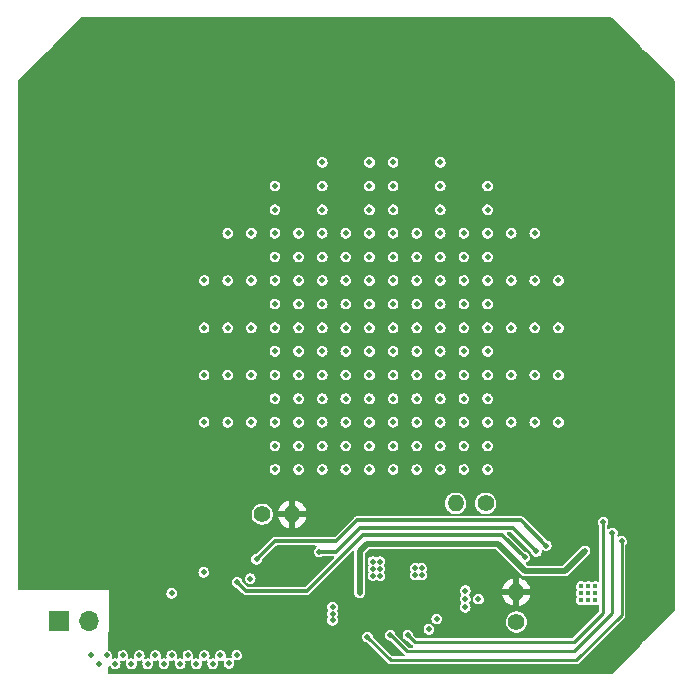
<source format=gbr>
%TF.GenerationSoftware,KiCad,Pcbnew,(5.99.0-12889-g70df3822b5)*%
%TF.CreationDate,2021-11-12T22:53:59+08:00*%
%TF.ProjectId,WirelessPower,57697265-6c65-4737-9350-6f7765722e6b,rev?*%
%TF.SameCoordinates,Original*%
%TF.FileFunction,Copper,L2,Inr*%
%TF.FilePolarity,Positive*%
%FSLAX46Y46*%
G04 Gerber Fmt 4.6, Leading zero omitted, Abs format (unit mm)*
G04 Created by KiCad (PCBNEW (5.99.0-12889-g70df3822b5)) date 2021-11-12 22:53:59*
%MOMM*%
%LPD*%
G01*
G04 APERTURE LIST*
%TA.AperFunction,ComponentPad*%
%ADD10R,1.700000X1.700000*%
%TD*%
%TA.AperFunction,ComponentPad*%
%ADD11O,1.700000X1.700000*%
%TD*%
%TA.AperFunction,ComponentPad*%
%ADD12C,1.400000*%
%TD*%
%TA.AperFunction,ComponentPad*%
%ADD13O,1.400000X1.400000*%
%TD*%
%TA.AperFunction,ViaPad*%
%ADD14C,0.500000*%
%TD*%
%TA.AperFunction,ViaPad*%
%ADD15C,0.450000*%
%TD*%
%TA.AperFunction,Conductor*%
%ADD16C,0.300000*%
%TD*%
%TA.AperFunction,Conductor*%
%ADD17C,0.500000*%
%TD*%
%TA.AperFunction,Conductor*%
%ADD18C,0.250000*%
%TD*%
G04 APERTURE END LIST*
D10*
%TO.N,BAT+*%
%TO.C,J5*%
X135250000Y-121090000D03*
D11*
%TO.N,BAT-*%
X137790000Y-121090000D03*
%TD*%
D12*
%TO.N,Net-(C15-Pad2)*%
%TO.C,J6*%
X171410000Y-111140000D03*
D13*
%TO.N,Net-(C1-Pad1)*%
X168870000Y-111140000D03*
%TD*%
D12*
%TO.N,Net-(TH1-Pad1)*%
%TO.C,TH1*%
X174010000Y-121180000D03*
D13*
%TO.N,GND*%
X174010000Y-118640000D03*
%TD*%
D12*
%TO.N,Net-(TH2-Pad1)*%
%TO.C,TH2*%
X152490000Y-112060000D03*
D13*
%TO.N,GND*%
X155030000Y-112060000D03*
%TD*%
D14*
%TO.N,Net-(C1-Pad2)*%
X161860000Y-116065000D03*
%TO.N,GND*%
X153970000Y-116060000D03*
X152970000Y-122540000D03*
X135570000Y-74270000D03*
D15*
X164040000Y-118280000D03*
X164640000Y-118280000D03*
X163440000Y-118880000D03*
X164040000Y-118880000D03*
X164640000Y-118880000D03*
X163440000Y-119480000D03*
X164040000Y-119480000D03*
X164640000Y-119480000D03*
X163440000Y-120080000D03*
X164040000Y-120080000D03*
X164640000Y-120080000D03*
X163440000Y-120680000D03*
X164040000Y-120680000D03*
X164640000Y-120680000D03*
D14*
X147130000Y-118430000D03*
X148130000Y-118430000D03*
X149130000Y-118430000D03*
X146130000Y-119430000D03*
X147130000Y-119430000D03*
X148130000Y-119430000D03*
X149130000Y-119430000D03*
X146130000Y-120430000D03*
X147130000Y-120430000D03*
X148130000Y-120430000D03*
X149130000Y-120430000D03*
X146130000Y-121430000D03*
X147130000Y-121430000D03*
X148130000Y-121430000D03*
X149130000Y-121430000D03*
X147130000Y-122420000D03*
X146130000Y-122420000D03*
X149130000Y-122420000D03*
X148130000Y-122420000D03*
X145110000Y-120430000D03*
X145110000Y-121430000D03*
X145110000Y-122420000D03*
X153970000Y-122540000D03*
X154970000Y-122540000D03*
X155970000Y-122540000D03*
X156970000Y-122540000D03*
X157970000Y-122540000D03*
X158970000Y-122540000D03*
D15*
X163440000Y-118280000D03*
D14*
X137570000Y-74270000D03*
X139570000Y-74270000D03*
X141570000Y-74270000D03*
X143570000Y-74270000D03*
X145570000Y-74270000D03*
X147570000Y-74270000D03*
X149570000Y-74270000D03*
X151570000Y-74270000D03*
X153570000Y-74270000D03*
X155570000Y-74270000D03*
X157570000Y-74270000D03*
X159570000Y-74270000D03*
X161570000Y-74270000D03*
X163570000Y-74270000D03*
X165570000Y-74270000D03*
X167570000Y-74270000D03*
X169570000Y-74270000D03*
X171570000Y-74270000D03*
X173570000Y-74270000D03*
X175570000Y-74270000D03*
X177570000Y-74270000D03*
X179570000Y-74270000D03*
X181570000Y-74270000D03*
X183570000Y-74270000D03*
X183570000Y-76270000D03*
X181570000Y-76270000D03*
X179570000Y-76270000D03*
X177570000Y-76270000D03*
X175570000Y-76270000D03*
X173570000Y-76270000D03*
X171570000Y-76270000D03*
X169570000Y-76270000D03*
X167570000Y-76270000D03*
X165570000Y-76270000D03*
X163570000Y-76270000D03*
X161570000Y-76270000D03*
X159570000Y-76270000D03*
X157570000Y-76270000D03*
X155570000Y-76270000D03*
X153570000Y-76270000D03*
X151570000Y-76270000D03*
X149570000Y-76270000D03*
X147570000Y-76270000D03*
X145570000Y-76270000D03*
X143570000Y-76270000D03*
X141570000Y-76270000D03*
X139570000Y-76270000D03*
X137570000Y-76270000D03*
X135570000Y-76270000D03*
X135570000Y-78270000D03*
X137570000Y-78270000D03*
X139570000Y-78270000D03*
X141570000Y-78270000D03*
X143570000Y-78270000D03*
X145570000Y-78270000D03*
X147570000Y-78270000D03*
X149570000Y-78270000D03*
X151570000Y-78270000D03*
X153570000Y-78270000D03*
X155570000Y-78270000D03*
X157570000Y-78270000D03*
X159570000Y-78270000D03*
X161570000Y-78270000D03*
X163570000Y-78270000D03*
X165570000Y-78270000D03*
X167570000Y-78270000D03*
X169570000Y-78270000D03*
X171570000Y-78270000D03*
X173570000Y-78270000D03*
X175570000Y-78270000D03*
X177570000Y-78270000D03*
X179570000Y-78270000D03*
X181570000Y-78270000D03*
X183570000Y-78270000D03*
X183570000Y-80270000D03*
X181570000Y-80270000D03*
X179570000Y-80270000D03*
X177570000Y-80270000D03*
X175570000Y-80270000D03*
X173570000Y-80270000D03*
X171570000Y-80270000D03*
X169570000Y-80270000D03*
X167570000Y-80270000D03*
X165570000Y-80270000D03*
X163570000Y-80270000D03*
X161570000Y-80270000D03*
X159570000Y-80270000D03*
X157570000Y-80270000D03*
X155570000Y-80270000D03*
X153570000Y-80270000D03*
X151570000Y-80270000D03*
X149570000Y-80270000D03*
X147570000Y-80270000D03*
X145570000Y-80270000D03*
X143570000Y-80270000D03*
X141570000Y-80270000D03*
X139570000Y-80270000D03*
X137570000Y-80270000D03*
X135570000Y-80270000D03*
X135570000Y-82270000D03*
X137570000Y-82270000D03*
X139570000Y-82270000D03*
X141570000Y-82270000D03*
X143570000Y-82270000D03*
X145570000Y-82270000D03*
X147570000Y-82270000D03*
X149570000Y-82270000D03*
X151570000Y-82270000D03*
X153570000Y-82270000D03*
X155570000Y-82270000D03*
X159570000Y-82270000D03*
X165570000Y-82270000D03*
X169570000Y-82270000D03*
X171570000Y-82270000D03*
X173570000Y-82270000D03*
X175570000Y-82270000D03*
X177570000Y-82270000D03*
X179570000Y-82270000D03*
X181570000Y-82270000D03*
X183570000Y-82270000D03*
X183570000Y-84270000D03*
X181570000Y-84270000D03*
X179570000Y-84270000D03*
X177570000Y-84270000D03*
X175570000Y-84270000D03*
X173570000Y-84270000D03*
X169570000Y-84270000D03*
X165570000Y-84270000D03*
X159570000Y-84270000D03*
X155570000Y-84270000D03*
X151570000Y-84270000D03*
X149570000Y-84270000D03*
X147570000Y-84270000D03*
X145570000Y-84270000D03*
X143570000Y-84270000D03*
X141570000Y-84270000D03*
X139570000Y-84270000D03*
X137570000Y-84270000D03*
X135570000Y-84270000D03*
X135570000Y-86270000D03*
X137570000Y-86270000D03*
X139570000Y-86270000D03*
X141570000Y-86270000D03*
X143570000Y-86270000D03*
X145570000Y-86270000D03*
X147570000Y-86270000D03*
X149570000Y-86270000D03*
X151570000Y-86270000D03*
X155570000Y-86270000D03*
X159570000Y-86270000D03*
X165570000Y-86270000D03*
X169570000Y-86270000D03*
X173570000Y-86270000D03*
X175570000Y-86270000D03*
X177570000Y-86270000D03*
X179570000Y-86270000D03*
X181570000Y-86270000D03*
X183570000Y-86270000D03*
X183570000Y-88270000D03*
X181570000Y-88270000D03*
X179570000Y-88270000D03*
X177570000Y-88270000D03*
X147570000Y-88270000D03*
X145570000Y-88270000D03*
X143570000Y-88270000D03*
X141570000Y-88270000D03*
X139570000Y-88270000D03*
X137570000Y-88270000D03*
X135570000Y-88270000D03*
X135570000Y-90270000D03*
X137570000Y-90270000D03*
X139570000Y-90270000D03*
X141570000Y-90270000D03*
X143570000Y-90270000D03*
X145570000Y-90270000D03*
X147570000Y-90270000D03*
X149570000Y-90270000D03*
X151570000Y-90270000D03*
X173570000Y-90270000D03*
X175570000Y-90270000D03*
X177570000Y-90270000D03*
X179570000Y-90270000D03*
X181570000Y-90270000D03*
X183570000Y-90270000D03*
X183570000Y-92270000D03*
X181570000Y-92270000D03*
X179570000Y-92270000D03*
X145570000Y-92270000D03*
X143570000Y-92270000D03*
X141570000Y-92270000D03*
X139570000Y-92270000D03*
X137570000Y-92270000D03*
X135570000Y-92270000D03*
X135570000Y-94270000D03*
X137570000Y-94270000D03*
X139570000Y-94270000D03*
X141570000Y-94270000D03*
X143570000Y-94270000D03*
X145570000Y-94270000D03*
X147570000Y-94270000D03*
X149570000Y-94270000D03*
X151570000Y-94270000D03*
X173570000Y-94270000D03*
X175570000Y-94270000D03*
X177570000Y-94270000D03*
X179570000Y-94270000D03*
X181570000Y-94270000D03*
X183570000Y-94270000D03*
X183570000Y-96270000D03*
X181570000Y-96270000D03*
X179570000Y-96270000D03*
X145570000Y-96270000D03*
X143570000Y-96270000D03*
X141570000Y-96270000D03*
X139570000Y-96270000D03*
X137570000Y-96270000D03*
X135570000Y-96270000D03*
X135570000Y-98270000D03*
X137570000Y-98270000D03*
X139570000Y-98270000D03*
X141570000Y-98270000D03*
X143570000Y-98270000D03*
X145570000Y-98270000D03*
X147570000Y-98270000D03*
X149570000Y-98270000D03*
X151570000Y-98270000D03*
X173570000Y-98270000D03*
X175570000Y-98270000D03*
X177570000Y-98270000D03*
X179570000Y-98270000D03*
X181570000Y-98270000D03*
X183570000Y-98270000D03*
X183570000Y-100270000D03*
X181570000Y-100270000D03*
X179570000Y-100270000D03*
X145570000Y-100270000D03*
X143570000Y-100270000D03*
X141570000Y-100270000D03*
X139570000Y-100270000D03*
X137570000Y-100270000D03*
X135570000Y-100270000D03*
X135570000Y-102270000D03*
X137570000Y-102270000D03*
X139570000Y-102270000D03*
X141570000Y-102270000D03*
X143570000Y-102270000D03*
X145570000Y-102270000D03*
X147570000Y-102270000D03*
X149570000Y-102270000D03*
X151570000Y-102270000D03*
X173570000Y-102270000D03*
X175570000Y-102270000D03*
X177570000Y-102270000D03*
X179570000Y-102270000D03*
X181570000Y-102270000D03*
X183570000Y-102270000D03*
X183570000Y-104270000D03*
X181570000Y-104270000D03*
X179570000Y-104270000D03*
X145570000Y-104270000D03*
X143570000Y-104270000D03*
X141570000Y-104270000D03*
X139570000Y-104270000D03*
X137570000Y-104270000D03*
X135570000Y-104270000D03*
X135570000Y-106270000D03*
X137570000Y-106270000D03*
X139570000Y-106270000D03*
X141570000Y-106270000D03*
X143570000Y-106270000D03*
X145570000Y-106270000D03*
X147570000Y-106270000D03*
X149570000Y-106270000D03*
X151570000Y-106270000D03*
X173570000Y-106270000D03*
X175570000Y-106270000D03*
X177570000Y-106270000D03*
X179570000Y-106270000D03*
X181570000Y-106270000D03*
X183570000Y-106270000D03*
X183570000Y-108270000D03*
X181570000Y-108270000D03*
X179570000Y-108270000D03*
X177570000Y-108270000D03*
X175570000Y-108270000D03*
X173570000Y-108270000D03*
X151570000Y-108270000D03*
X149570000Y-108270000D03*
X147570000Y-108270000D03*
X145570000Y-108270000D03*
X143570000Y-108270000D03*
X141570000Y-108270000D03*
X139570000Y-108270000D03*
X137570000Y-108270000D03*
X135570000Y-108270000D03*
X153570000Y-116560000D03*
X153970000Y-117060000D03*
X146130000Y-118430000D03*
D15*
%TO.N,BAT+*%
X179500000Y-118160000D03*
D14*
X140036250Y-124720000D03*
X141412500Y-124720000D03*
X142788750Y-124720000D03*
X144165000Y-124720000D03*
X145541250Y-124720000D03*
X146917500Y-124720000D03*
X148293750Y-124720000D03*
X149670000Y-124690000D03*
X144825000Y-124020000D03*
X147577500Y-124020000D03*
X150330000Y-123990000D03*
X148953750Y-124020000D03*
X146201250Y-124020000D03*
X142072500Y-124020000D03*
X139320000Y-124020000D03*
X143448750Y-124020000D03*
X140696250Y-124020000D03*
D15*
X180100000Y-118160000D03*
X180700000Y-118160000D03*
X179500000Y-118760000D03*
X180100000Y-118760000D03*
X180700000Y-118760000D03*
X179500000Y-119360000D03*
X180100000Y-119360000D03*
X180700000Y-119360000D03*
D14*
X137990000Y-124000000D03*
X138660000Y-124720000D03*
%TO.N,Net-(C1-Pad2)*%
X158450000Y-121040000D03*
X158450000Y-120475000D03*
X161860000Y-116660000D03*
X162450000Y-116660000D03*
X161860000Y-117255000D03*
X162450000Y-117255000D03*
X158450000Y-119910000D03*
X162450000Y-116065000D03*
%TO.N,Net-(C1-Pad1)*%
X157570000Y-82270000D03*
X161570000Y-82270000D03*
X163570000Y-82270000D03*
X167570000Y-82270000D03*
X171570000Y-84270000D03*
X167570000Y-84270000D03*
X163570000Y-84270000D03*
X161570000Y-84270000D03*
X157570000Y-84270000D03*
X153570000Y-84270000D03*
X153570000Y-86270000D03*
X157570000Y-86270000D03*
X161570000Y-86270000D03*
X163570000Y-86270000D03*
X167570000Y-86270000D03*
X171570000Y-86270000D03*
X175570000Y-88270000D03*
X173570000Y-88270000D03*
X171570000Y-88270000D03*
X169570000Y-88270000D03*
X167570000Y-88270000D03*
X165570000Y-88270000D03*
X163570000Y-88270000D03*
X161570000Y-88270000D03*
X159570000Y-88270000D03*
X157570000Y-88270000D03*
X155570000Y-88270000D03*
X153570000Y-88270000D03*
X151570000Y-88270000D03*
X149570000Y-88270000D03*
X153570000Y-90270000D03*
X155570000Y-90270000D03*
X157570000Y-90270000D03*
X159570000Y-90270000D03*
X161570000Y-90270000D03*
X163570000Y-90270000D03*
X165570000Y-90270000D03*
X167570000Y-90270000D03*
X169570000Y-90270000D03*
X171570000Y-90270000D03*
X177570000Y-92270000D03*
X175570000Y-92270000D03*
X173570000Y-92270000D03*
X171570000Y-92270000D03*
X169570000Y-92270000D03*
X167570000Y-92270000D03*
X165570000Y-92270000D03*
X163570000Y-92270000D03*
X161570000Y-92270000D03*
X159570000Y-92270000D03*
X157570000Y-92270000D03*
X155570000Y-92270000D03*
X153570000Y-92270000D03*
X151570000Y-92270000D03*
X149570000Y-92270000D03*
X147570000Y-92270000D03*
X153570000Y-94270000D03*
X155570000Y-94270000D03*
X157570000Y-94270000D03*
X159570000Y-94270000D03*
X161570000Y-94270000D03*
X163570000Y-94270000D03*
X165570000Y-94270000D03*
X167570000Y-94270000D03*
X169570000Y-94270000D03*
X171570000Y-94270000D03*
X177570000Y-96270000D03*
X175570000Y-96270000D03*
X173570000Y-96270000D03*
X171570000Y-96270000D03*
X169570000Y-96270000D03*
X167570000Y-96270000D03*
X165570000Y-96270000D03*
X163570000Y-96270000D03*
X161570000Y-96270000D03*
X159570000Y-96270000D03*
X157570000Y-96270000D03*
X155570000Y-96270000D03*
X153570000Y-96270000D03*
X151570000Y-96270000D03*
X149570000Y-96270000D03*
X147570000Y-96270000D03*
X153570000Y-98270000D03*
X155570000Y-98270000D03*
X157570000Y-98270000D03*
X159570000Y-98270000D03*
X161570000Y-98270000D03*
X163570000Y-98270000D03*
X165570000Y-98270000D03*
X167570000Y-98270000D03*
X169570000Y-98270000D03*
X171570000Y-98270000D03*
X177570000Y-100270000D03*
X175570000Y-100270000D03*
X173570000Y-100270000D03*
X171570000Y-100270000D03*
X169570000Y-100270000D03*
X167570000Y-100270000D03*
X165570000Y-100270000D03*
X163570000Y-100270000D03*
X161570000Y-100270000D03*
X159570000Y-100270000D03*
X157570000Y-100270000D03*
X155570000Y-100270000D03*
X153570000Y-100270000D03*
X151570000Y-100270000D03*
X149570000Y-100270000D03*
X147570000Y-100270000D03*
X153570000Y-102270000D03*
X155570000Y-102270000D03*
X157570000Y-102270000D03*
X159570000Y-102270000D03*
X161570000Y-102270000D03*
X163570000Y-102270000D03*
X165570000Y-102270000D03*
X167570000Y-102270000D03*
X169570000Y-102270000D03*
X171570000Y-102270000D03*
X177570000Y-104270000D03*
X175570000Y-104270000D03*
X173570000Y-104270000D03*
X171570000Y-104270000D03*
X169570000Y-104270000D03*
X167570000Y-104270000D03*
X165570000Y-104270000D03*
X163570000Y-104270000D03*
X161570000Y-104270000D03*
X159570000Y-104270000D03*
X157570000Y-104270000D03*
X155570000Y-104270000D03*
X153570000Y-104270000D03*
X151570000Y-104270000D03*
X149570000Y-104270000D03*
X147570000Y-104270000D03*
X153570000Y-106270000D03*
X155570000Y-106270000D03*
X157570000Y-106270000D03*
X159570000Y-106270000D03*
X161570000Y-106270000D03*
X163570000Y-106270000D03*
X165570000Y-106270000D03*
X167570000Y-106270000D03*
X169570000Y-106270000D03*
X171570000Y-106270000D03*
X171570000Y-108270000D03*
X169570000Y-108270000D03*
X167570000Y-108270000D03*
X165570000Y-108270000D03*
X163570000Y-108270000D03*
X161570000Y-108270000D03*
X159570000Y-108270000D03*
X157570000Y-108270000D03*
X155570000Y-108270000D03*
X153570000Y-108270000D03*
%TO.N,Net-(R1-Pad1)*%
X170800000Y-119240000D03*
X167260000Y-120900000D03*
%TO.N,BAT_ISET*%
X176540000Y-114710000D03*
X152010000Y-115870000D03*
%TO.N,Net-(TH1-Pad1)*%
X166600000Y-121810000D03*
%TO.N,Net-(TH2-Pad1)*%
X151469993Y-117510007D03*
%TO.N,Net-(U1-Pad2)*%
X144830000Y-118760000D03*
X147535000Y-116970000D03*
D15*
%TO.N,REG_power*%
X160735000Y-118740000D03*
D14*
X179820000Y-115170000D03*
%TO.N,REG_EN2*%
X164820000Y-122310000D03*
X181350000Y-112710000D03*
%TO.N,REG_EN1*%
X163320000Y-122310000D03*
X182140000Y-113640000D03*
%TO.N,REG_CHG*%
X182920000Y-114330000D03*
X161400000Y-122460000D03*
%TO.N,BAT_PG*%
X175700000Y-115210000D03*
X157310000Y-115240000D03*
%TO.N,BAT_CHG*%
X174710000Y-115710000D03*
X150370000Y-117820000D03*
%TO.N,Net-(C15-Pad2)*%
X169680000Y-119940000D03*
X165440000Y-117220000D03*
X165990000Y-116620000D03*
X165440000Y-116620000D03*
X169680000Y-119230000D03*
X169680000Y-118520000D03*
X165990000Y-117220000D03*
%TD*%
D16*
%TO.N,BAT_PG*%
X158760000Y-115240000D02*
X157310000Y-115240000D01*
X160810000Y-113190000D02*
X158760000Y-115240000D01*
X173680000Y-113190000D02*
X160810000Y-113190000D01*
X175700000Y-115210000D02*
X173680000Y-113190000D01*
D17*
%TO.N,REG_power*%
X160735000Y-115195212D02*
X160735000Y-118740000D01*
X172435000Y-114565000D02*
X161365212Y-114565000D01*
X161365212Y-114565000D02*
X160735000Y-115195212D01*
X178110000Y-116880000D02*
X174750000Y-116880000D01*
X174750000Y-116880000D02*
X172435000Y-114565000D01*
X179820000Y-115170000D02*
X178110000Y-116880000D01*
D16*
%TO.N,BAT_ISET*%
X158760000Y-114340000D02*
X160510000Y-112590000D01*
X153530000Y-114340000D02*
X158760000Y-114340000D01*
X152010000Y-115860000D02*
X153530000Y-114340000D01*
X160510000Y-112590000D02*
X174420000Y-112590000D01*
X174420000Y-112590000D02*
X176540000Y-114710000D01*
X152010000Y-115870000D02*
X152010000Y-115860000D01*
%TO.N,BAT_CHG*%
X161035000Y-113790000D02*
X156285000Y-118540000D01*
X156285000Y-118540000D02*
X151090000Y-118540000D01*
X151090000Y-118540000D02*
X150370000Y-117820000D01*
X172790000Y-113790000D02*
X161035000Y-113790000D01*
X174710000Y-115710000D02*
X172790000Y-113790000D01*
D18*
%TO.N,REG_EN2*%
X178860000Y-122880000D02*
X181350000Y-120390000D01*
X164820000Y-122310000D02*
X165390000Y-122880000D01*
X165390000Y-122880000D02*
X178860000Y-122880000D01*
X181350000Y-120390000D02*
X181350000Y-112710000D01*
%TO.N,REG_EN1*%
X164720000Y-123670000D02*
X178920000Y-123670000D01*
X163360000Y-122310000D02*
X164720000Y-123670000D01*
X182140000Y-120450000D02*
X182140000Y-113640000D01*
X178920000Y-123670000D02*
X182140000Y-120450000D01*
X163320000Y-122310000D02*
X163360000Y-122310000D01*
%TO.N,REG_CHG*%
X182920000Y-120590000D02*
X182920000Y-114330000D01*
X179080000Y-124430000D02*
X182920000Y-120590000D01*
X163370000Y-124430000D02*
X179080000Y-124430000D01*
X161400000Y-122460000D02*
X163370000Y-124430000D01*
%TD*%
%TA.AperFunction,Conductor*%
%TO.N,GND*%
G36*
X182080223Y-70008906D02*
G01*
X182092036Y-70018995D01*
X184435335Y-72362294D01*
X184455055Y-72390458D01*
X184479432Y-72442734D01*
X184609953Y-72629139D01*
X184770861Y-72790047D01*
X184957266Y-72920568D01*
X184961176Y-72922391D01*
X184961179Y-72922393D01*
X185009542Y-72944945D01*
X185037706Y-72964665D01*
X187381004Y-75307963D01*
X187408781Y-75362480D01*
X187410000Y-75377967D01*
X187410001Y-120203360D01*
X187391094Y-120261551D01*
X187381005Y-120273364D01*
X185040193Y-122614176D01*
X185012028Y-122633896D01*
X184957266Y-122659432D01*
X184953723Y-122661913D01*
X184953721Y-122661914D01*
X184784483Y-122780415D01*
X184770861Y-122789953D01*
X184609953Y-122950861D01*
X184607476Y-122954399D01*
X184607474Y-122954401D01*
X184486928Y-123126560D01*
X184479432Y-123137266D01*
X184454567Y-123190588D01*
X184453896Y-123192028D01*
X184434176Y-123220193D01*
X182093365Y-125561004D01*
X182038848Y-125588781D01*
X182023361Y-125590000D01*
X169624020Y-125590000D01*
X139558159Y-125590001D01*
X139499968Y-125571094D01*
X139464004Y-125521594D01*
X139459160Y-125490566D01*
X139460700Y-125139788D01*
X139461307Y-125001661D01*
X139480470Y-124943555D01*
X139530127Y-124907809D01*
X139591312Y-124908078D01*
X139640653Y-124944259D01*
X139644353Y-124949780D01*
X139647014Y-124954054D01*
X139649855Y-124960510D01*
X139656287Y-124968162D01*
X139728350Y-125053892D01*
X139728353Y-125053894D01*
X139732889Y-125059291D01*
X139840310Y-125130796D01*
X139847038Y-125132898D01*
X139847040Y-125132899D01*
X139901897Y-125150037D01*
X139963483Y-125169278D01*
X140027994Y-125170461D01*
X140085452Y-125171514D01*
X140085454Y-125171514D01*
X140092505Y-125171643D01*
X140099308Y-125169788D01*
X140099310Y-125169788D01*
X140141078Y-125158400D01*
X140217005Y-125137700D01*
X140326974Y-125070179D01*
X140413572Y-124974507D01*
X140469838Y-124858375D01*
X140486639Y-124758509D01*
X140490613Y-124734891D01*
X140490613Y-124734886D01*
X140491247Y-124731120D01*
X140491383Y-124720000D01*
X140473089Y-124592259D01*
X140470169Y-124585836D01*
X140469118Y-124582243D01*
X140470933Y-124521085D01*
X140508350Y-124472673D01*
X140567076Y-124455501D01*
X140593662Y-124459962D01*
X140616746Y-124467174D01*
X140616751Y-124467175D01*
X140623483Y-124469278D01*
X140687994Y-124470460D01*
X140745452Y-124471514D01*
X140745454Y-124471514D01*
X140752505Y-124471643D01*
X140759308Y-124469788D01*
X140759310Y-124469788D01*
X140865607Y-124440808D01*
X140926722Y-124443744D01*
X140974439Y-124482041D01*
X140990533Y-124541072D01*
X140981260Y-124578399D01*
X140980251Y-124580547D01*
X140980250Y-124580552D01*
X140977254Y-124586932D01*
X140957401Y-124714440D01*
X140958316Y-124721437D01*
X140958316Y-124721438D01*
X140959377Y-124729554D01*
X140974133Y-124842394D01*
X140976971Y-124848845D01*
X140976972Y-124848847D01*
X141023264Y-124954054D01*
X141026105Y-124960510D01*
X141060697Y-125001662D01*
X141104600Y-125053892D01*
X141104603Y-125053894D01*
X141109139Y-125059291D01*
X141216560Y-125130796D01*
X141223288Y-125132898D01*
X141223290Y-125132899D01*
X141278147Y-125150037D01*
X141339733Y-125169278D01*
X141404244Y-125170461D01*
X141461702Y-125171514D01*
X141461704Y-125171514D01*
X141468755Y-125171643D01*
X141475558Y-125169788D01*
X141475560Y-125169788D01*
X141517328Y-125158400D01*
X141593255Y-125137700D01*
X141703224Y-125070179D01*
X141789822Y-124974507D01*
X141846088Y-124858375D01*
X141862889Y-124758509D01*
X141866863Y-124734891D01*
X141866863Y-124734886D01*
X141867497Y-124731120D01*
X141867633Y-124720000D01*
X141849339Y-124592259D01*
X141846419Y-124585836D01*
X141845368Y-124582243D01*
X141847183Y-124521085D01*
X141884600Y-124472673D01*
X141943326Y-124455501D01*
X141969912Y-124459962D01*
X141992996Y-124467174D01*
X141993001Y-124467175D01*
X141999733Y-124469278D01*
X142064244Y-124470460D01*
X142121702Y-124471514D01*
X142121704Y-124471514D01*
X142128755Y-124471643D01*
X142135558Y-124469788D01*
X142135560Y-124469788D01*
X142241857Y-124440808D01*
X142302972Y-124443744D01*
X142350689Y-124482041D01*
X142366783Y-124541072D01*
X142357510Y-124578399D01*
X142356501Y-124580547D01*
X142356500Y-124580552D01*
X142353504Y-124586932D01*
X142333651Y-124714440D01*
X142334566Y-124721437D01*
X142334566Y-124721438D01*
X142335627Y-124729554D01*
X142350383Y-124842394D01*
X142353221Y-124848845D01*
X142353222Y-124848847D01*
X142399514Y-124954054D01*
X142402355Y-124960510D01*
X142436947Y-125001662D01*
X142480850Y-125053892D01*
X142480853Y-125053894D01*
X142485389Y-125059291D01*
X142592810Y-125130796D01*
X142599538Y-125132898D01*
X142599540Y-125132899D01*
X142654397Y-125150037D01*
X142715983Y-125169278D01*
X142780494Y-125170461D01*
X142837952Y-125171514D01*
X142837954Y-125171514D01*
X142845005Y-125171643D01*
X142851808Y-125169788D01*
X142851810Y-125169788D01*
X142893578Y-125158400D01*
X142969505Y-125137700D01*
X143079474Y-125070179D01*
X143166072Y-124974507D01*
X143222338Y-124858375D01*
X143239139Y-124758509D01*
X143243113Y-124734891D01*
X143243113Y-124734886D01*
X143243747Y-124731120D01*
X143243883Y-124720000D01*
X143225589Y-124592259D01*
X143222669Y-124585836D01*
X143221618Y-124582243D01*
X143223433Y-124521085D01*
X143260850Y-124472673D01*
X143319576Y-124455501D01*
X143346162Y-124459962D01*
X143369246Y-124467174D01*
X143369251Y-124467175D01*
X143375983Y-124469278D01*
X143440494Y-124470460D01*
X143497952Y-124471514D01*
X143497954Y-124471514D01*
X143505005Y-124471643D01*
X143511808Y-124469788D01*
X143511810Y-124469788D01*
X143618107Y-124440808D01*
X143679222Y-124443744D01*
X143726939Y-124482041D01*
X143743033Y-124541072D01*
X143733760Y-124578399D01*
X143732751Y-124580547D01*
X143732750Y-124580552D01*
X143729754Y-124586932D01*
X143709901Y-124714440D01*
X143710816Y-124721437D01*
X143710816Y-124721438D01*
X143711877Y-124729554D01*
X143726633Y-124842394D01*
X143729471Y-124848845D01*
X143729472Y-124848847D01*
X143775764Y-124954054D01*
X143778605Y-124960510D01*
X143813197Y-125001662D01*
X143857100Y-125053892D01*
X143857103Y-125053894D01*
X143861639Y-125059291D01*
X143969060Y-125130796D01*
X143975788Y-125132898D01*
X143975790Y-125132899D01*
X144030647Y-125150037D01*
X144092233Y-125169278D01*
X144156744Y-125170461D01*
X144214202Y-125171514D01*
X144214204Y-125171514D01*
X144221255Y-125171643D01*
X144228058Y-125169788D01*
X144228060Y-125169788D01*
X144269828Y-125158400D01*
X144345755Y-125137700D01*
X144455724Y-125070179D01*
X144542322Y-124974507D01*
X144598588Y-124858375D01*
X144615389Y-124758509D01*
X144619363Y-124734891D01*
X144619363Y-124734886D01*
X144619997Y-124731120D01*
X144620133Y-124720000D01*
X144601839Y-124592259D01*
X144598919Y-124585836D01*
X144597868Y-124582243D01*
X144599683Y-124521085D01*
X144637100Y-124472673D01*
X144695826Y-124455501D01*
X144722412Y-124459962D01*
X144745496Y-124467174D01*
X144745501Y-124467175D01*
X144752233Y-124469278D01*
X144816744Y-124470460D01*
X144874202Y-124471514D01*
X144874204Y-124471514D01*
X144881255Y-124471643D01*
X144888058Y-124469788D01*
X144888060Y-124469788D01*
X144994357Y-124440808D01*
X145055472Y-124443744D01*
X145103189Y-124482041D01*
X145119283Y-124541072D01*
X145110010Y-124578399D01*
X145109001Y-124580547D01*
X145109000Y-124580552D01*
X145106004Y-124586932D01*
X145086151Y-124714440D01*
X145087066Y-124721437D01*
X145087066Y-124721438D01*
X145088127Y-124729554D01*
X145102883Y-124842394D01*
X145105721Y-124848845D01*
X145105722Y-124848847D01*
X145152014Y-124954054D01*
X145154855Y-124960510D01*
X145189447Y-125001662D01*
X145233350Y-125053892D01*
X145233353Y-125053894D01*
X145237889Y-125059291D01*
X145345310Y-125130796D01*
X145352038Y-125132898D01*
X145352040Y-125132899D01*
X145406897Y-125150037D01*
X145468483Y-125169278D01*
X145532994Y-125170461D01*
X145590452Y-125171514D01*
X145590454Y-125171514D01*
X145597505Y-125171643D01*
X145604308Y-125169788D01*
X145604310Y-125169788D01*
X145646078Y-125158400D01*
X145722005Y-125137700D01*
X145831974Y-125070179D01*
X145918572Y-124974507D01*
X145974838Y-124858375D01*
X145991639Y-124758509D01*
X145995613Y-124734891D01*
X145995613Y-124734886D01*
X145996247Y-124731120D01*
X145996383Y-124720000D01*
X145978089Y-124592259D01*
X145975169Y-124585836D01*
X145974118Y-124582243D01*
X145975933Y-124521085D01*
X146013350Y-124472673D01*
X146072076Y-124455501D01*
X146098662Y-124459962D01*
X146121746Y-124467174D01*
X146121751Y-124467175D01*
X146128483Y-124469278D01*
X146192994Y-124470460D01*
X146250452Y-124471514D01*
X146250454Y-124471514D01*
X146257505Y-124471643D01*
X146264308Y-124469788D01*
X146264310Y-124469788D01*
X146370607Y-124440808D01*
X146431722Y-124443744D01*
X146479439Y-124482041D01*
X146495533Y-124541072D01*
X146486260Y-124578399D01*
X146485251Y-124580547D01*
X146485250Y-124580552D01*
X146482254Y-124586932D01*
X146462401Y-124714440D01*
X146463316Y-124721437D01*
X146463316Y-124721438D01*
X146464377Y-124729554D01*
X146479133Y-124842394D01*
X146481971Y-124848845D01*
X146481972Y-124848847D01*
X146528264Y-124954054D01*
X146531105Y-124960510D01*
X146565697Y-125001662D01*
X146609600Y-125053892D01*
X146609603Y-125053894D01*
X146614139Y-125059291D01*
X146721560Y-125130796D01*
X146728288Y-125132898D01*
X146728290Y-125132899D01*
X146783147Y-125150037D01*
X146844733Y-125169278D01*
X146909244Y-125170461D01*
X146966702Y-125171514D01*
X146966704Y-125171514D01*
X146973755Y-125171643D01*
X146980558Y-125169788D01*
X146980560Y-125169788D01*
X147022328Y-125158400D01*
X147098255Y-125137700D01*
X147208224Y-125070179D01*
X147294822Y-124974507D01*
X147351088Y-124858375D01*
X147367889Y-124758509D01*
X147371863Y-124734891D01*
X147371863Y-124734886D01*
X147372497Y-124731120D01*
X147372633Y-124720000D01*
X147354339Y-124592259D01*
X147351419Y-124585836D01*
X147350368Y-124582243D01*
X147352183Y-124521085D01*
X147389600Y-124472673D01*
X147448326Y-124455501D01*
X147474912Y-124459962D01*
X147497996Y-124467174D01*
X147498001Y-124467175D01*
X147504733Y-124469278D01*
X147569244Y-124470460D01*
X147626702Y-124471514D01*
X147626704Y-124471514D01*
X147633755Y-124471643D01*
X147640558Y-124469788D01*
X147640560Y-124469788D01*
X147746857Y-124440808D01*
X147807972Y-124443744D01*
X147855689Y-124482041D01*
X147871783Y-124541072D01*
X147862510Y-124578399D01*
X147861501Y-124580547D01*
X147861500Y-124580552D01*
X147858504Y-124586932D01*
X147838651Y-124714440D01*
X147839566Y-124721437D01*
X147839566Y-124721438D01*
X147840627Y-124729554D01*
X147855383Y-124842394D01*
X147858221Y-124848845D01*
X147858222Y-124848847D01*
X147904514Y-124954054D01*
X147907355Y-124960510D01*
X147941947Y-125001662D01*
X147985850Y-125053892D01*
X147985853Y-125053894D01*
X147990389Y-125059291D01*
X148097810Y-125130796D01*
X148104538Y-125132898D01*
X148104540Y-125132899D01*
X148159397Y-125150037D01*
X148220983Y-125169278D01*
X148285494Y-125170461D01*
X148342952Y-125171514D01*
X148342954Y-125171514D01*
X148350005Y-125171643D01*
X148356808Y-125169788D01*
X148356810Y-125169788D01*
X148398578Y-125158400D01*
X148474505Y-125137700D01*
X148584474Y-125070179D01*
X148671072Y-124974507D01*
X148727338Y-124858375D01*
X148744139Y-124758509D01*
X148748113Y-124734891D01*
X148748113Y-124734886D01*
X148748747Y-124731120D01*
X148748883Y-124720000D01*
X148730589Y-124592259D01*
X148727669Y-124585836D01*
X148726618Y-124582243D01*
X148728433Y-124521085D01*
X148765850Y-124472673D01*
X148824576Y-124455501D01*
X148851162Y-124459962D01*
X148874246Y-124467174D01*
X148874251Y-124467175D01*
X148880983Y-124469278D01*
X148945494Y-124470460D01*
X149002952Y-124471514D01*
X149002954Y-124471514D01*
X149010005Y-124471643D01*
X149016808Y-124469788D01*
X149016810Y-124469788D01*
X149111577Y-124443951D01*
X149172692Y-124446887D01*
X149220409Y-124485184D01*
X149236503Y-124544215D01*
X149234301Y-124556861D01*
X149234754Y-124556932D01*
X149214901Y-124684440D01*
X149215816Y-124691437D01*
X149215816Y-124691438D01*
X149217082Y-124701120D01*
X149231633Y-124812394D01*
X149234471Y-124818845D01*
X149234472Y-124818847D01*
X149280764Y-124924054D01*
X149283605Y-124930510D01*
X149303396Y-124954054D01*
X149362100Y-125023892D01*
X149362103Y-125023894D01*
X149366639Y-125029291D01*
X149474060Y-125100796D01*
X149480788Y-125102898D01*
X149480790Y-125102899D01*
X149535646Y-125120037D01*
X149597233Y-125139278D01*
X149661744Y-125140461D01*
X149719202Y-125141514D01*
X149719204Y-125141514D01*
X149726255Y-125141643D01*
X149733058Y-125139788D01*
X149733060Y-125139788D01*
X149780375Y-125126888D01*
X149850755Y-125107700D01*
X149960724Y-125040179D01*
X150032837Y-124960510D01*
X150042590Y-124949735D01*
X150042590Y-124949734D01*
X150047322Y-124944507D01*
X150103588Y-124828375D01*
X150115848Y-124755500D01*
X150124363Y-124704891D01*
X150124363Y-124704886D01*
X150124997Y-124701120D01*
X150125133Y-124690000D01*
X150106839Y-124562259D01*
X150103919Y-124555836D01*
X150102868Y-124552243D01*
X150104683Y-124491085D01*
X150142100Y-124442673D01*
X150200826Y-124425501D01*
X150227412Y-124429962D01*
X150250496Y-124437174D01*
X150250501Y-124437175D01*
X150257233Y-124439278D01*
X150321744Y-124440460D01*
X150379202Y-124441514D01*
X150379204Y-124441514D01*
X150386255Y-124441643D01*
X150393058Y-124439788D01*
X150393060Y-124439788D01*
X150445462Y-124425501D01*
X150510755Y-124407700D01*
X150620724Y-124340179D01*
X150678055Y-124276841D01*
X150702590Y-124249735D01*
X150702590Y-124249734D01*
X150707322Y-124244507D01*
X150763588Y-124128375D01*
X150778021Y-124042588D01*
X150784363Y-124004891D01*
X150784363Y-124004886D01*
X150784997Y-124001120D01*
X150785133Y-123990000D01*
X150766839Y-123862259D01*
X150729989Y-123781212D01*
X150716349Y-123751212D01*
X150716348Y-123751211D01*
X150713428Y-123744788D01*
X150629193Y-123647028D01*
X150623276Y-123643193D01*
X150623274Y-123643191D01*
X150526824Y-123580677D01*
X150520906Y-123576841D01*
X150514150Y-123574821D01*
X150514149Y-123574820D01*
X150466765Y-123560649D01*
X150397273Y-123539866D01*
X150320644Y-123539398D01*
X150275282Y-123539121D01*
X150268231Y-123539078D01*
X150261454Y-123541015D01*
X150261453Y-123541015D01*
X150150935Y-123572601D01*
X150150933Y-123572602D01*
X150144155Y-123574539D01*
X150035019Y-123643399D01*
X149949596Y-123740122D01*
X149894754Y-123856932D01*
X149874901Y-123984440D01*
X149875816Y-123991437D01*
X149875816Y-123991438D01*
X149876839Y-123999263D01*
X149891633Y-124112394D01*
X149894472Y-124118847D01*
X149896370Y-124125644D01*
X149894326Y-124126215D01*
X149899451Y-124177105D01*
X149868629Y-124229960D01*
X149812626Y-124254604D01*
X149774339Y-124250951D01*
X149744035Y-124241888D01*
X149744033Y-124241888D01*
X149737273Y-124239866D01*
X149660644Y-124239398D01*
X149615282Y-124239121D01*
X149608231Y-124239078D01*
X149601454Y-124241015D01*
X149601453Y-124241015D01*
X149512782Y-124266357D01*
X149451635Y-124264168D01*
X149403454Y-124226456D01*
X149386640Y-124167626D01*
X149387949Y-124154743D01*
X149408113Y-124034891D01*
X149408113Y-124034886D01*
X149408747Y-124031120D01*
X149408883Y-124020000D01*
X149390589Y-123892259D01*
X149337178Y-123774788D01*
X149252943Y-123677028D01*
X149247026Y-123673193D01*
X149247024Y-123673191D01*
X149150574Y-123610677D01*
X149144656Y-123606841D01*
X149137900Y-123604821D01*
X149137899Y-123604820D01*
X149095085Y-123592016D01*
X149021023Y-123569866D01*
X148944394Y-123569398D01*
X148899032Y-123569121D01*
X148891981Y-123569078D01*
X148885204Y-123571015D01*
X148885203Y-123571015D01*
X148774685Y-123602601D01*
X148774683Y-123602602D01*
X148767905Y-123604539D01*
X148658769Y-123673399D01*
X148573346Y-123770122D01*
X148518504Y-123886932D01*
X148498651Y-124014440D01*
X148499566Y-124021437D01*
X148499566Y-124021438D01*
X148500832Y-124031120D01*
X148515383Y-124142394D01*
X148518222Y-124148847D01*
X148520120Y-124155644D01*
X148518076Y-124156215D01*
X148523201Y-124207105D01*
X148492379Y-124259960D01*
X148436376Y-124284604D01*
X148398089Y-124280951D01*
X148367785Y-124271888D01*
X148367783Y-124271888D01*
X148361023Y-124269866D01*
X148284394Y-124269398D01*
X148239032Y-124269121D01*
X148231981Y-124269078D01*
X148225204Y-124271015D01*
X148225203Y-124271015D01*
X148126127Y-124299331D01*
X148064981Y-124297142D01*
X148016799Y-124259430D01*
X147999985Y-124200600D01*
X148007128Y-124171844D01*
X148005868Y-124171442D01*
X148008012Y-124164724D01*
X148011088Y-124158375D01*
X148032497Y-124031120D01*
X148032633Y-124020000D01*
X148014339Y-123892259D01*
X147960928Y-123774788D01*
X147876693Y-123677028D01*
X147870776Y-123673193D01*
X147870774Y-123673191D01*
X147774324Y-123610677D01*
X147768406Y-123606841D01*
X147761650Y-123604821D01*
X147761649Y-123604820D01*
X147718835Y-123592016D01*
X147644773Y-123569866D01*
X147568144Y-123569398D01*
X147522782Y-123569121D01*
X147515731Y-123569078D01*
X147508954Y-123571015D01*
X147508953Y-123571015D01*
X147398435Y-123602601D01*
X147398433Y-123602602D01*
X147391655Y-123604539D01*
X147282519Y-123673399D01*
X147197096Y-123770122D01*
X147142254Y-123886932D01*
X147122401Y-124014440D01*
X147123316Y-124021437D01*
X147123316Y-124021438D01*
X147124582Y-124031120D01*
X147139133Y-124142394D01*
X147141972Y-124148847D01*
X147143870Y-124155644D01*
X147141826Y-124156215D01*
X147146951Y-124207105D01*
X147116129Y-124259960D01*
X147060126Y-124284604D01*
X147021839Y-124280951D01*
X146991535Y-124271888D01*
X146991533Y-124271888D01*
X146984773Y-124269866D01*
X146908144Y-124269398D01*
X146862782Y-124269121D01*
X146855731Y-124269078D01*
X146848954Y-124271015D01*
X146848953Y-124271015D01*
X146749877Y-124299331D01*
X146688731Y-124297142D01*
X146640549Y-124259430D01*
X146623735Y-124200600D01*
X146630878Y-124171844D01*
X146629618Y-124171442D01*
X146631762Y-124164724D01*
X146634838Y-124158375D01*
X146656247Y-124031120D01*
X146656383Y-124020000D01*
X146638089Y-123892259D01*
X146584678Y-123774788D01*
X146500443Y-123677028D01*
X146494526Y-123673193D01*
X146494524Y-123673191D01*
X146398074Y-123610677D01*
X146392156Y-123606841D01*
X146385400Y-123604821D01*
X146385399Y-123604820D01*
X146342585Y-123592016D01*
X146268523Y-123569866D01*
X146191894Y-123569398D01*
X146146532Y-123569121D01*
X146139481Y-123569078D01*
X146132704Y-123571015D01*
X146132703Y-123571015D01*
X146022185Y-123602601D01*
X146022183Y-123602602D01*
X146015405Y-123604539D01*
X145906269Y-123673399D01*
X145820846Y-123770122D01*
X145766004Y-123886932D01*
X145746151Y-124014440D01*
X145747066Y-124021437D01*
X145747066Y-124021438D01*
X145748332Y-124031120D01*
X145762883Y-124142394D01*
X145765722Y-124148847D01*
X145767620Y-124155644D01*
X145765576Y-124156215D01*
X145770701Y-124207105D01*
X145739879Y-124259960D01*
X145683876Y-124284604D01*
X145645589Y-124280951D01*
X145615285Y-124271888D01*
X145615283Y-124271888D01*
X145608523Y-124269866D01*
X145531894Y-124269398D01*
X145486532Y-124269121D01*
X145479481Y-124269078D01*
X145472704Y-124271015D01*
X145472703Y-124271015D01*
X145373627Y-124299331D01*
X145312481Y-124297142D01*
X145264299Y-124259430D01*
X145247485Y-124200600D01*
X145254628Y-124171844D01*
X145253368Y-124171442D01*
X145255512Y-124164724D01*
X145258588Y-124158375D01*
X145279997Y-124031120D01*
X145280133Y-124020000D01*
X145261839Y-123892259D01*
X145208428Y-123774788D01*
X145124193Y-123677028D01*
X145118276Y-123673193D01*
X145118274Y-123673191D01*
X145021824Y-123610677D01*
X145015906Y-123606841D01*
X145009150Y-123604821D01*
X145009149Y-123604820D01*
X144966335Y-123592016D01*
X144892273Y-123569866D01*
X144815644Y-123569398D01*
X144770282Y-123569121D01*
X144763231Y-123569078D01*
X144756454Y-123571015D01*
X144756453Y-123571015D01*
X144645935Y-123602601D01*
X144645933Y-123602602D01*
X144639155Y-123604539D01*
X144530019Y-123673399D01*
X144444596Y-123770122D01*
X144389754Y-123886932D01*
X144369901Y-124014440D01*
X144370816Y-124021437D01*
X144370816Y-124021438D01*
X144372082Y-124031120D01*
X144386633Y-124142394D01*
X144389472Y-124148847D01*
X144391370Y-124155644D01*
X144389326Y-124156215D01*
X144394451Y-124207105D01*
X144363629Y-124259960D01*
X144307626Y-124284604D01*
X144269339Y-124280951D01*
X144239035Y-124271888D01*
X144239033Y-124271888D01*
X144232273Y-124269866D01*
X144155644Y-124269398D01*
X144110282Y-124269121D01*
X144103231Y-124269078D01*
X144096454Y-124271015D01*
X144096453Y-124271015D01*
X143997377Y-124299331D01*
X143936231Y-124297142D01*
X143888049Y-124259430D01*
X143871235Y-124200600D01*
X143878378Y-124171844D01*
X143877118Y-124171442D01*
X143879262Y-124164724D01*
X143882338Y-124158375D01*
X143903747Y-124031120D01*
X143903883Y-124020000D01*
X143885589Y-123892259D01*
X143832178Y-123774788D01*
X143747943Y-123677028D01*
X143742026Y-123673193D01*
X143742024Y-123673191D01*
X143645574Y-123610677D01*
X143639656Y-123606841D01*
X143632900Y-123604821D01*
X143632899Y-123604820D01*
X143590085Y-123592016D01*
X143516023Y-123569866D01*
X143439394Y-123569398D01*
X143394032Y-123569121D01*
X143386981Y-123569078D01*
X143380204Y-123571015D01*
X143380203Y-123571015D01*
X143269685Y-123602601D01*
X143269683Y-123602602D01*
X143262905Y-123604539D01*
X143153769Y-123673399D01*
X143068346Y-123770122D01*
X143013504Y-123886932D01*
X142993651Y-124014440D01*
X142994566Y-124021437D01*
X142994566Y-124021438D01*
X142995832Y-124031120D01*
X143010383Y-124142394D01*
X143013222Y-124148847D01*
X143015120Y-124155644D01*
X143013076Y-124156215D01*
X143018201Y-124207105D01*
X142987379Y-124259960D01*
X142931376Y-124284604D01*
X142893089Y-124280951D01*
X142862785Y-124271888D01*
X142862783Y-124271888D01*
X142856023Y-124269866D01*
X142779394Y-124269398D01*
X142734032Y-124269121D01*
X142726981Y-124269078D01*
X142720204Y-124271015D01*
X142720203Y-124271015D01*
X142621127Y-124299331D01*
X142559981Y-124297142D01*
X142511799Y-124259430D01*
X142494985Y-124200600D01*
X142502128Y-124171844D01*
X142500868Y-124171442D01*
X142503012Y-124164724D01*
X142506088Y-124158375D01*
X142527497Y-124031120D01*
X142527633Y-124020000D01*
X142509339Y-123892259D01*
X142455928Y-123774788D01*
X142371693Y-123677028D01*
X142365776Y-123673193D01*
X142365774Y-123673191D01*
X142269324Y-123610677D01*
X142263406Y-123606841D01*
X142256650Y-123604821D01*
X142256649Y-123604820D01*
X142213835Y-123592016D01*
X142139773Y-123569866D01*
X142063144Y-123569398D01*
X142017782Y-123569121D01*
X142010731Y-123569078D01*
X142003954Y-123571015D01*
X142003953Y-123571015D01*
X141893435Y-123602601D01*
X141893433Y-123602602D01*
X141886655Y-123604539D01*
X141777519Y-123673399D01*
X141692096Y-123770122D01*
X141637254Y-123886932D01*
X141617401Y-124014440D01*
X141618316Y-124021437D01*
X141618316Y-124021438D01*
X141619582Y-124031120D01*
X141634133Y-124142394D01*
X141636972Y-124148847D01*
X141638870Y-124155644D01*
X141636826Y-124156215D01*
X141641951Y-124207105D01*
X141611129Y-124259960D01*
X141555126Y-124284604D01*
X141516839Y-124280951D01*
X141486535Y-124271888D01*
X141486533Y-124271888D01*
X141479773Y-124269866D01*
X141403144Y-124269398D01*
X141357782Y-124269121D01*
X141350731Y-124269078D01*
X141343954Y-124271015D01*
X141343953Y-124271015D01*
X141244877Y-124299331D01*
X141183731Y-124297142D01*
X141135549Y-124259430D01*
X141118735Y-124200600D01*
X141125878Y-124171844D01*
X141124618Y-124171442D01*
X141126762Y-124164724D01*
X141129838Y-124158375D01*
X141151247Y-124031120D01*
X141151383Y-124020000D01*
X141133089Y-123892259D01*
X141079678Y-123774788D01*
X140995443Y-123677028D01*
X140989526Y-123673193D01*
X140989524Y-123673191D01*
X140893074Y-123610677D01*
X140887156Y-123606841D01*
X140880400Y-123604821D01*
X140880399Y-123604820D01*
X140837585Y-123592016D01*
X140763523Y-123569866D01*
X140686894Y-123569398D01*
X140641532Y-123569121D01*
X140634481Y-123569078D01*
X140627704Y-123571015D01*
X140627703Y-123571015D01*
X140517185Y-123602601D01*
X140517183Y-123602602D01*
X140510405Y-123604539D01*
X140401269Y-123673399D01*
X140315846Y-123770122D01*
X140261004Y-123886932D01*
X140241151Y-124014440D01*
X140242066Y-124021437D01*
X140242066Y-124021438D01*
X140243332Y-124031120D01*
X140257883Y-124142394D01*
X140260722Y-124148847D01*
X140262620Y-124155644D01*
X140260576Y-124156215D01*
X140265701Y-124207105D01*
X140234879Y-124259960D01*
X140178876Y-124284604D01*
X140140589Y-124280951D01*
X140110285Y-124271888D01*
X140110283Y-124271888D01*
X140103523Y-124269866D01*
X140026894Y-124269398D01*
X139981532Y-124269121D01*
X139974481Y-124269078D01*
X139967704Y-124271015D01*
X139967703Y-124271015D01*
X139868627Y-124299331D01*
X139807481Y-124297142D01*
X139759299Y-124259430D01*
X139742485Y-124200600D01*
X139749628Y-124171844D01*
X139748368Y-124171442D01*
X139750512Y-124164724D01*
X139753588Y-124158375D01*
X139774997Y-124031120D01*
X139775133Y-124020000D01*
X139756839Y-123892259D01*
X139703428Y-123774788D01*
X139619193Y-123677028D01*
X139613276Y-123673193D01*
X139613274Y-123673191D01*
X139512949Y-123608165D01*
X139474402Y-123560649D01*
X139467796Y-123524654D01*
X139472497Y-122454440D01*
X160944901Y-122454440D01*
X160961633Y-122582394D01*
X160964471Y-122588845D01*
X160964472Y-122588847D01*
X160994725Y-122657602D01*
X161013605Y-122700510D01*
X161032425Y-122722899D01*
X161092100Y-122793892D01*
X161092103Y-122793894D01*
X161096639Y-122799291D01*
X161204060Y-122870796D01*
X161210788Y-122872898D01*
X161210790Y-122872899D01*
X161265646Y-122890037D01*
X161327233Y-122909278D01*
X161350160Y-122909698D01*
X161407995Y-122929668D01*
X161418351Y-122938677D01*
X163126731Y-124647057D01*
X163132565Y-124653424D01*
X163157545Y-124683194D01*
X163191205Y-124702627D01*
X163198489Y-124707268D01*
X163230316Y-124729554D01*
X163238684Y-124731796D01*
X163243971Y-124734262D01*
X163249456Y-124736258D01*
X163256955Y-124740588D01*
X163265481Y-124742091D01*
X163265483Y-124742092D01*
X163295216Y-124747334D01*
X163303650Y-124749204D01*
X163341193Y-124759264D01*
X163379908Y-124755877D01*
X163388537Y-124755500D01*
X179061466Y-124755500D01*
X179070095Y-124755877D01*
X179108807Y-124759264D01*
X179146350Y-124749204D01*
X179154784Y-124747334D01*
X179184517Y-124742092D01*
X179184519Y-124742091D01*
X179193045Y-124740588D01*
X179200544Y-124736258D01*
X179206029Y-124734262D01*
X179211316Y-124731796D01*
X179219684Y-124729554D01*
X179251511Y-124707268D01*
X179258795Y-124702627D01*
X179292455Y-124683194D01*
X179317431Y-124653429D01*
X179323265Y-124647061D01*
X183137057Y-120833269D01*
X183143425Y-120827434D01*
X183173194Y-120802455D01*
X183192629Y-120768792D01*
X183197268Y-120761511D01*
X183200277Y-120757213D01*
X183219554Y-120729684D01*
X183221796Y-120721316D01*
X183224262Y-120716029D01*
X183226258Y-120710544D01*
X183230588Y-120703045D01*
X183237334Y-120664783D01*
X183239204Y-120656349D01*
X183247022Y-120627174D01*
X183249264Y-120618807D01*
X183245877Y-120580095D01*
X183245500Y-120571466D01*
X183245500Y-114679910D01*
X183264407Y-114621719D01*
X183271103Y-114613473D01*
X183292590Y-114589735D01*
X183292590Y-114589734D01*
X183297322Y-114584507D01*
X183353588Y-114468375D01*
X183369739Y-114372372D01*
X183374363Y-114344891D01*
X183374363Y-114344886D01*
X183374997Y-114341120D01*
X183375133Y-114330000D01*
X183356839Y-114202259D01*
X183328759Y-114140500D01*
X183306349Y-114091212D01*
X183306348Y-114091211D01*
X183303428Y-114084788D01*
X183233655Y-114003812D01*
X183223798Y-113992372D01*
X183223797Y-113992371D01*
X183219193Y-113987028D01*
X183213276Y-113983193D01*
X183213274Y-113983191D01*
X183139794Y-113935565D01*
X183110906Y-113916841D01*
X183104150Y-113914821D01*
X183104149Y-113914820D01*
X183036228Y-113894507D01*
X182987273Y-113879866D01*
X182910644Y-113879398D01*
X182865282Y-113879121D01*
X182858231Y-113879078D01*
X182851454Y-113881015D01*
X182851453Y-113881015D01*
X182740935Y-113912601D01*
X182740933Y-113912602D01*
X182734155Y-113914539D01*
X182728191Y-113918302D01*
X182700831Y-113935565D01*
X182641528Y-113950626D01*
X182584699Y-113927954D01*
X182552049Y-113876207D01*
X182556051Y-113815153D01*
X182558909Y-113808672D01*
X182570512Y-113784724D01*
X182570512Y-113784723D01*
X182573588Y-113778375D01*
X182585175Y-113709504D01*
X182594363Y-113654891D01*
X182594363Y-113654886D01*
X182594997Y-113651120D01*
X182595133Y-113640000D01*
X182576839Y-113512259D01*
X182523428Y-113394788D01*
X182470395Y-113333240D01*
X182443798Y-113302372D01*
X182443797Y-113302371D01*
X182439193Y-113297028D01*
X182433276Y-113293193D01*
X182433274Y-113293191D01*
X182336824Y-113230677D01*
X182330906Y-113226841D01*
X182324150Y-113224821D01*
X182324149Y-113224820D01*
X182281335Y-113212016D01*
X182207273Y-113189866D01*
X182130644Y-113189398D01*
X182085282Y-113189121D01*
X182078231Y-113189078D01*
X182071454Y-113191015D01*
X182071453Y-113191015D01*
X181960935Y-113222601D01*
X181960933Y-113222602D01*
X181954155Y-113224539D01*
X181845019Y-113293399D01*
X181840351Y-113298684D01*
X181838663Y-113300121D01*
X181782094Y-113323436D01*
X181722625Y-113309049D01*
X181682970Y-113262453D01*
X181675500Y-113224728D01*
X181675500Y-113059910D01*
X181694407Y-113001719D01*
X181701103Y-112993473D01*
X181722590Y-112969735D01*
X181722590Y-112969734D01*
X181727322Y-112964507D01*
X181783588Y-112848375D01*
X181802505Y-112735934D01*
X181804363Y-112724891D01*
X181804363Y-112724886D01*
X181804997Y-112721120D01*
X181805133Y-112710000D01*
X181786839Y-112582259D01*
X181733428Y-112464788D01*
X181649193Y-112367028D01*
X181643276Y-112363193D01*
X181643274Y-112363191D01*
X181569279Y-112315231D01*
X181540906Y-112296841D01*
X181534150Y-112294821D01*
X181534149Y-112294820D01*
X181479930Y-112278605D01*
X181417273Y-112259866D01*
X181340644Y-112259398D01*
X181295282Y-112259121D01*
X181288231Y-112259078D01*
X181281454Y-112261015D01*
X181281453Y-112261015D01*
X181170935Y-112292601D01*
X181170933Y-112292602D01*
X181164155Y-112294539D01*
X181158191Y-112298302D01*
X181154427Y-112300677D01*
X181055019Y-112363399D01*
X180969596Y-112460122D01*
X180914754Y-112576932D01*
X180894901Y-112704440D01*
X180895816Y-112711437D01*
X180895816Y-112711438D01*
X180897082Y-112721120D01*
X180911633Y-112832394D01*
X180914471Y-112838845D01*
X180914472Y-112838847D01*
X180960764Y-112944054D01*
X180963605Y-112950510D01*
X180968142Y-112955907D01*
X180968143Y-112955909D01*
X181001283Y-112995333D01*
X181024253Y-113052042D01*
X181024500Y-113059035D01*
X181024500Y-117686237D01*
X181005593Y-117744428D01*
X180956093Y-117780392D01*
X180894907Y-117780392D01*
X180880555Y-117774447D01*
X180840067Y-117753817D01*
X180840064Y-117753816D01*
X180833126Y-117750281D01*
X180825432Y-117749062D01*
X180825431Y-117749062D01*
X180707696Y-117730415D01*
X180700000Y-117729196D01*
X180692304Y-117730415D01*
X180574569Y-117749062D01*
X180574568Y-117749062D01*
X180566874Y-117750281D01*
X180559935Y-117753817D01*
X180559934Y-117753817D01*
X180507778Y-117780392D01*
X180446780Y-117811472D01*
X180445436Y-117808833D01*
X180399993Y-117823595D01*
X180354564Y-117808834D01*
X180353220Y-117811472D01*
X180240066Y-117753817D01*
X180240065Y-117753817D01*
X180233126Y-117750281D01*
X180225432Y-117749062D01*
X180225431Y-117749062D01*
X180107696Y-117730415D01*
X180100000Y-117729196D01*
X180092304Y-117730415D01*
X179974569Y-117749062D01*
X179974568Y-117749062D01*
X179966874Y-117750281D01*
X179959935Y-117753817D01*
X179959934Y-117753817D01*
X179907778Y-117780392D01*
X179846780Y-117811472D01*
X179845436Y-117808833D01*
X179799993Y-117823595D01*
X179754564Y-117808834D01*
X179753220Y-117811472D01*
X179640066Y-117753817D01*
X179640065Y-117753817D01*
X179633126Y-117750281D01*
X179625432Y-117749062D01*
X179625431Y-117749062D01*
X179507696Y-117730415D01*
X179500000Y-117729196D01*
X179492304Y-117730415D01*
X179374569Y-117749062D01*
X179374568Y-117749062D01*
X179366874Y-117750281D01*
X179359935Y-117753817D01*
X179359934Y-117753817D01*
X179253719Y-117807936D01*
X179253717Y-117807937D01*
X179246780Y-117811472D01*
X179151472Y-117906780D01*
X179147937Y-117913717D01*
X179147936Y-117913719D01*
X179123580Y-117961521D01*
X179090281Y-118026874D01*
X179089062Y-118034568D01*
X179089062Y-118034569D01*
X179077384Y-118108302D01*
X179069196Y-118160000D01*
X179070415Y-118167696D01*
X179087377Y-118274788D01*
X179090281Y-118293126D01*
X179093817Y-118300065D01*
X179093817Y-118300066D01*
X179151472Y-118413220D01*
X179148833Y-118414564D01*
X179163595Y-118460007D01*
X179148834Y-118505436D01*
X179151472Y-118506780D01*
X179090281Y-118626874D01*
X179089062Y-118634568D01*
X179089062Y-118634569D01*
X179085292Y-118658375D01*
X179069196Y-118760000D01*
X179073808Y-118789121D01*
X179088303Y-118880635D01*
X179090281Y-118893126D01*
X179093817Y-118900065D01*
X179093817Y-118900066D01*
X179151472Y-119013220D01*
X179148833Y-119014564D01*
X179163595Y-119060007D01*
X179148834Y-119105436D01*
X179151472Y-119106780D01*
X179098042Y-119211643D01*
X179090281Y-119226874D01*
X179089062Y-119234568D01*
X179089062Y-119234569D01*
X179075053Y-119323022D01*
X179069196Y-119360000D01*
X179090281Y-119493126D01*
X179093817Y-119500065D01*
X179093817Y-119500066D01*
X179143222Y-119597028D01*
X179151472Y-119613220D01*
X179246780Y-119708528D01*
X179253717Y-119712063D01*
X179253719Y-119712064D01*
X179355179Y-119763760D01*
X179366874Y-119769719D01*
X179374568Y-119770938D01*
X179374569Y-119770938D01*
X179456422Y-119783902D01*
X179490145Y-119789243D01*
X179492304Y-119789585D01*
X179500000Y-119790804D01*
X179507696Y-119789585D01*
X179509856Y-119789243D01*
X179543578Y-119783902D01*
X179625431Y-119770938D01*
X179625432Y-119770938D01*
X179633126Y-119769719D01*
X179680555Y-119745553D01*
X179753220Y-119708528D01*
X179754564Y-119711167D01*
X179800007Y-119696405D01*
X179845436Y-119711166D01*
X179846780Y-119708528D01*
X179919446Y-119745553D01*
X179966874Y-119769719D01*
X179974568Y-119770938D01*
X179974569Y-119770938D01*
X180056422Y-119783902D01*
X180090145Y-119789243D01*
X180092304Y-119789585D01*
X180100000Y-119790804D01*
X180107696Y-119789585D01*
X180109856Y-119789243D01*
X180143578Y-119783902D01*
X180225431Y-119770938D01*
X180225432Y-119770938D01*
X180233126Y-119769719D01*
X180280555Y-119745553D01*
X180353220Y-119708528D01*
X180354564Y-119711167D01*
X180400007Y-119696405D01*
X180445436Y-119711166D01*
X180446780Y-119708528D01*
X180519446Y-119745553D01*
X180566874Y-119769719D01*
X180574568Y-119770938D01*
X180574569Y-119770938D01*
X180656422Y-119783902D01*
X180690145Y-119789243D01*
X180692304Y-119789585D01*
X180700000Y-119790804D01*
X180707696Y-119789585D01*
X180709856Y-119789243D01*
X180743578Y-119783902D01*
X180825431Y-119770938D01*
X180825432Y-119770938D01*
X180833126Y-119769719D01*
X180840064Y-119766184D01*
X180840067Y-119766183D01*
X180880555Y-119745553D01*
X180940987Y-119735982D01*
X180995504Y-119763760D01*
X181023281Y-119818276D01*
X181024500Y-119833763D01*
X181024500Y-120214166D01*
X181005593Y-120272357D01*
X180995504Y-120284170D01*
X178754170Y-122525504D01*
X178699653Y-122553281D01*
X178684166Y-122554500D01*
X165565834Y-122554500D01*
X165507643Y-122535593D01*
X165495830Y-122525504D01*
X165297585Y-122327259D01*
X165269589Y-122271289D01*
X165263612Y-122229554D01*
X165256839Y-122182259D01*
X165203428Y-122064788D01*
X165119193Y-121967028D01*
X165113276Y-121963193D01*
X165113274Y-121963191D01*
X165016824Y-121900677D01*
X165010906Y-121896841D01*
X165004150Y-121894821D01*
X165004149Y-121894820D01*
X164961335Y-121882016D01*
X164887273Y-121859866D01*
X164810644Y-121859398D01*
X164765282Y-121859121D01*
X164758231Y-121859078D01*
X164751454Y-121861015D01*
X164751453Y-121861015D01*
X164640935Y-121892601D01*
X164640933Y-121892602D01*
X164634155Y-121894539D01*
X164525019Y-121963399D01*
X164439596Y-122060122D01*
X164384754Y-122176932D01*
X164364901Y-122304440D01*
X164365816Y-122311437D01*
X164365816Y-122311438D01*
X164367699Y-122325837D01*
X164381633Y-122432394D01*
X164384471Y-122438845D01*
X164384472Y-122438847D01*
X164401374Y-122477259D01*
X164433605Y-122550510D01*
X164465831Y-122588847D01*
X164512100Y-122643892D01*
X164512103Y-122643894D01*
X164516639Y-122649291D01*
X164624060Y-122720796D01*
X164630788Y-122722898D01*
X164630790Y-122722899D01*
X164685646Y-122740037D01*
X164747233Y-122759278D01*
X164770160Y-122759698D01*
X164827995Y-122779668D01*
X164838351Y-122788677D01*
X165146731Y-123097057D01*
X165152565Y-123103424D01*
X165177545Y-123133194D01*
X165191397Y-123141191D01*
X165211205Y-123152627D01*
X165218486Y-123157266D01*
X165228679Y-123164403D01*
X165265502Y-123213266D01*
X165266572Y-123274442D01*
X165231479Y-123324563D01*
X165171897Y-123344500D01*
X164895835Y-123344500D01*
X164837644Y-123325593D01*
X164825831Y-123315504D01*
X163790899Y-122280573D01*
X163762903Y-122224603D01*
X163761743Y-122216504D01*
X163756839Y-122182259D01*
X163703428Y-122064788D01*
X163619193Y-121967028D01*
X163613276Y-121963193D01*
X163613274Y-121963191D01*
X163516824Y-121900677D01*
X163510906Y-121896841D01*
X163504150Y-121894821D01*
X163504149Y-121894820D01*
X163461335Y-121882016D01*
X163387273Y-121859866D01*
X163310644Y-121859398D01*
X163265282Y-121859121D01*
X163258231Y-121859078D01*
X163251454Y-121861015D01*
X163251453Y-121861015D01*
X163140935Y-121892601D01*
X163140933Y-121892602D01*
X163134155Y-121894539D01*
X163025019Y-121963399D01*
X162939596Y-122060122D01*
X162884754Y-122176932D01*
X162864901Y-122304440D01*
X162865816Y-122311437D01*
X162865816Y-122311438D01*
X162867699Y-122325837D01*
X162881633Y-122432394D01*
X162884471Y-122438845D01*
X162884472Y-122438847D01*
X162901374Y-122477259D01*
X162933605Y-122550510D01*
X162965831Y-122588847D01*
X163012100Y-122643892D01*
X163012103Y-122643894D01*
X163016639Y-122649291D01*
X163124060Y-122720796D01*
X163130788Y-122722898D01*
X163130790Y-122722899D01*
X163185646Y-122740037D01*
X163247233Y-122759278D01*
X163304591Y-122760329D01*
X163310908Y-122760445D01*
X163368743Y-122780415D01*
X163379098Y-122789424D01*
X164476742Y-123887069D01*
X164482565Y-123893424D01*
X164507545Y-123923194D01*
X164515045Y-123927524D01*
X164517594Y-123929663D01*
X164550016Y-123981552D01*
X164545746Y-124042588D01*
X164506416Y-124089458D01*
X164453956Y-124104500D01*
X163545834Y-124104500D01*
X163487643Y-124085593D01*
X163475830Y-124075504D01*
X161877585Y-122477259D01*
X161849589Y-122421289D01*
X161837839Y-122339244D01*
X161836839Y-122332259D01*
X161783428Y-122214788D01*
X161699193Y-122117028D01*
X161693276Y-122113193D01*
X161693274Y-122113191D01*
X161596824Y-122050677D01*
X161590906Y-122046841D01*
X161584150Y-122044821D01*
X161584149Y-122044820D01*
X161541335Y-122032016D01*
X161467273Y-122009866D01*
X161390644Y-122009398D01*
X161345282Y-122009121D01*
X161338231Y-122009078D01*
X161331454Y-122011015D01*
X161331453Y-122011015D01*
X161220935Y-122042601D01*
X161220933Y-122042602D01*
X161214155Y-122044539D01*
X161105019Y-122113399D01*
X161019596Y-122210122D01*
X160964754Y-122326932D01*
X160944901Y-122454440D01*
X139472497Y-122454440D01*
X139473354Y-122259407D01*
X139475353Y-121804440D01*
X166144901Y-121804440D01*
X166145816Y-121811437D01*
X166145816Y-121811438D01*
X166147082Y-121821120D01*
X166161633Y-121932394D01*
X166164471Y-121938845D01*
X166164472Y-121938847D01*
X166195702Y-122009823D01*
X166213605Y-122050510D01*
X166238814Y-122080500D01*
X166292100Y-122143892D01*
X166292103Y-122143894D01*
X166296639Y-122149291D01*
X166404060Y-122220796D01*
X166410788Y-122222898D01*
X166410790Y-122222899D01*
X166465646Y-122240037D01*
X166527233Y-122259278D01*
X166591744Y-122260460D01*
X166649202Y-122261514D01*
X166649204Y-122261514D01*
X166656255Y-122261643D01*
X166663058Y-122259788D01*
X166663060Y-122259788D01*
X166704828Y-122248400D01*
X166780755Y-122227700D01*
X166890724Y-122160179D01*
X166924945Y-122122372D01*
X166972590Y-122069735D01*
X166972590Y-122069734D01*
X166977322Y-122064507D01*
X167033588Y-121948375D01*
X167048285Y-121861015D01*
X167054363Y-121824891D01*
X167054363Y-121824886D01*
X167054997Y-121821120D01*
X167055133Y-121810000D01*
X167036839Y-121682259D01*
X166983428Y-121564788D01*
X166920403Y-121491643D01*
X166903798Y-121472372D01*
X166903797Y-121472371D01*
X166899193Y-121467028D01*
X166893276Y-121463193D01*
X166893274Y-121463191D01*
X166796824Y-121400677D01*
X166790906Y-121396841D01*
X166784150Y-121394821D01*
X166784149Y-121394820D01*
X166732224Y-121379291D01*
X166667273Y-121359866D01*
X166590644Y-121359398D01*
X166545282Y-121359121D01*
X166538231Y-121359078D01*
X166531454Y-121361015D01*
X166531453Y-121361015D01*
X166420935Y-121392601D01*
X166420933Y-121392602D01*
X166414155Y-121394539D01*
X166305019Y-121463399D01*
X166219596Y-121560122D01*
X166164754Y-121676932D01*
X166144901Y-121804440D01*
X139475353Y-121804440D01*
X139478735Y-121034440D01*
X157994901Y-121034440D01*
X157995816Y-121041437D01*
X157995816Y-121041438D01*
X157997082Y-121051120D01*
X158011633Y-121162394D01*
X158014471Y-121168845D01*
X158014472Y-121168847D01*
X158060764Y-121274054D01*
X158063605Y-121280510D01*
X158096425Y-121319554D01*
X158142100Y-121373892D01*
X158142103Y-121373894D01*
X158146639Y-121379291D01*
X158254060Y-121450796D01*
X158260788Y-121452898D01*
X158260790Y-121452899D01*
X158306015Y-121467028D01*
X158377233Y-121489278D01*
X158441744Y-121490460D01*
X158499202Y-121491514D01*
X158499204Y-121491514D01*
X158506255Y-121491643D01*
X158513058Y-121489788D01*
X158513060Y-121489788D01*
X158576939Y-121472372D01*
X158630755Y-121457700D01*
X158740724Y-121390179D01*
X158755466Y-121373892D01*
X158822590Y-121299735D01*
X158822590Y-121299734D01*
X158827322Y-121294507D01*
X158883588Y-121178375D01*
X158904997Y-121051120D01*
X158905133Y-121040000D01*
X158886839Y-120912259D01*
X158878737Y-120894440D01*
X166804901Y-120894440D01*
X166805816Y-120901437D01*
X166805816Y-120901438D01*
X166807082Y-120911120D01*
X166821633Y-121022394D01*
X166824471Y-121028845D01*
X166824472Y-121028847D01*
X166835932Y-121054891D01*
X166873605Y-121140510D01*
X166897425Y-121168847D01*
X166952100Y-121233892D01*
X166952103Y-121233894D01*
X166956639Y-121239291D01*
X167064060Y-121310796D01*
X167070788Y-121312898D01*
X167070790Y-121312899D01*
X167125646Y-121330037D01*
X167187233Y-121349278D01*
X167251744Y-121350461D01*
X167309202Y-121351514D01*
X167309204Y-121351514D01*
X167316255Y-121351643D01*
X167323058Y-121349788D01*
X167323060Y-121349788D01*
X167364828Y-121338400D01*
X167440755Y-121317700D01*
X167550724Y-121250179D01*
X167614247Y-121180000D01*
X173104540Y-121180000D01*
X173124326Y-121368256D01*
X173125927Y-121373183D01*
X173125928Y-121373188D01*
X173163814Y-121489788D01*
X173182821Y-121548284D01*
X173185412Y-121552772D01*
X173185413Y-121552774D01*
X173274874Y-121707725D01*
X173277467Y-121712216D01*
X173280939Y-121716072D01*
X173400659Y-121849035D01*
X173400663Y-121849038D01*
X173404129Y-121852888D01*
X173557270Y-121964151D01*
X173562002Y-121966258D01*
X173562004Y-121966259D01*
X173725460Y-122039035D01*
X173730197Y-122041144D01*
X173735267Y-122042222D01*
X173735268Y-122042222D01*
X173763873Y-122048302D01*
X173915354Y-122080500D01*
X174104646Y-122080500D01*
X174256127Y-122048302D01*
X174284732Y-122042222D01*
X174284733Y-122042222D01*
X174289803Y-122041144D01*
X174294540Y-122039035D01*
X174457996Y-121966259D01*
X174457998Y-121966258D01*
X174462730Y-121964151D01*
X174615871Y-121852888D01*
X174619337Y-121849038D01*
X174619341Y-121849035D01*
X174739061Y-121716072D01*
X174742533Y-121712216D01*
X174745126Y-121707725D01*
X174834587Y-121552774D01*
X174834588Y-121552772D01*
X174837179Y-121548284D01*
X174856186Y-121489788D01*
X174894072Y-121373188D01*
X174894073Y-121373183D01*
X174895674Y-121368256D01*
X174915460Y-121180000D01*
X174895674Y-120991744D01*
X174894073Y-120986817D01*
X174894072Y-120986812D01*
X174838781Y-120816646D01*
X174838780Y-120816645D01*
X174837179Y-120811716D01*
X174830823Y-120800706D01*
X174745126Y-120652275D01*
X174745125Y-120652274D01*
X174742533Y-120647784D01*
X174690867Y-120590403D01*
X174619341Y-120510965D01*
X174619337Y-120510962D01*
X174615871Y-120507112D01*
X174462730Y-120395849D01*
X174457998Y-120393742D01*
X174457996Y-120393741D01*
X174294540Y-120320965D01*
X174294539Y-120320965D01*
X174289803Y-120318856D01*
X174284733Y-120317778D01*
X174284732Y-120317778D01*
X174247390Y-120309841D01*
X174104646Y-120279500D01*
X173915354Y-120279500D01*
X173772610Y-120309841D01*
X173735268Y-120317778D01*
X173735267Y-120317778D01*
X173730197Y-120318856D01*
X173725461Y-120320965D01*
X173725460Y-120320965D01*
X173562004Y-120393741D01*
X173562002Y-120393742D01*
X173557270Y-120395849D01*
X173404129Y-120507112D01*
X173400663Y-120510962D01*
X173400659Y-120510965D01*
X173329133Y-120590403D01*
X173277467Y-120647784D01*
X173274875Y-120652274D01*
X173274874Y-120652275D01*
X173189178Y-120800706D01*
X173182821Y-120811716D01*
X173181220Y-120816645D01*
X173181219Y-120816646D01*
X173125928Y-120986812D01*
X173125927Y-120986817D01*
X173124326Y-120991744D01*
X173104540Y-121180000D01*
X167614247Y-121180000D01*
X167637322Y-121154507D01*
X167693588Y-121038375D01*
X167704596Y-120972941D01*
X167714363Y-120914891D01*
X167714363Y-120914886D01*
X167714997Y-120911120D01*
X167715133Y-120900000D01*
X167696839Y-120772259D01*
X167643428Y-120654788D01*
X167575356Y-120575786D01*
X167563798Y-120562372D01*
X167563797Y-120562371D01*
X167559193Y-120557028D01*
X167553276Y-120553193D01*
X167553274Y-120553191D01*
X167456824Y-120490677D01*
X167450906Y-120486841D01*
X167444150Y-120484821D01*
X167444149Y-120484820D01*
X167392722Y-120469440D01*
X167327273Y-120449866D01*
X167250644Y-120449398D01*
X167205282Y-120449121D01*
X167198231Y-120449078D01*
X167191454Y-120451015D01*
X167191453Y-120451015D01*
X167080935Y-120482601D01*
X167080933Y-120482602D01*
X167074155Y-120484539D01*
X166965019Y-120553399D01*
X166879596Y-120650122D01*
X166824754Y-120766932D01*
X166804901Y-120894440D01*
X158878737Y-120894440D01*
X158834398Y-120796921D01*
X158827525Y-120736124D01*
X158835426Y-120712780D01*
X158844275Y-120694517D01*
X158883588Y-120613375D01*
X158900817Y-120510965D01*
X158904363Y-120489891D01*
X158904363Y-120489886D01*
X158904997Y-120486120D01*
X158905133Y-120475000D01*
X158886839Y-120347259D01*
X158834398Y-120231921D01*
X158827525Y-120171124D01*
X158835426Y-120147780D01*
X158880512Y-120054724D01*
X158880512Y-120054723D01*
X158883588Y-120048375D01*
X158894596Y-119982941D01*
X158902756Y-119934440D01*
X169224901Y-119934440D01*
X169225816Y-119941437D01*
X169225816Y-119941438D01*
X169227082Y-119951120D01*
X169241633Y-120062394D01*
X169244471Y-120068845D01*
X169244472Y-120068847D01*
X169289475Y-120171124D01*
X169293605Y-120180510D01*
X169321896Y-120214166D01*
X169372100Y-120273892D01*
X169372103Y-120273894D01*
X169376639Y-120279291D01*
X169484060Y-120350796D01*
X169490788Y-120352898D01*
X169490790Y-120352899D01*
X169545646Y-120370037D01*
X169607233Y-120389278D01*
X169671744Y-120390460D01*
X169729202Y-120391514D01*
X169729204Y-120391514D01*
X169736255Y-120391643D01*
X169743058Y-120389788D01*
X169743060Y-120389788D01*
X169794432Y-120375782D01*
X169860755Y-120357700D01*
X169970724Y-120290179D01*
X169977042Y-120283199D01*
X170052590Y-120199735D01*
X170052590Y-120199734D01*
X170057322Y-120194507D01*
X170113588Y-120078375D01*
X170134997Y-119951120D01*
X170135133Y-119940000D01*
X170116839Y-119812259D01*
X170063428Y-119694788D01*
X170024697Y-119649838D01*
X170001037Y-119593415D01*
X170015061Y-119533859D01*
X170026299Y-119518781D01*
X170052590Y-119489735D01*
X170052590Y-119489734D01*
X170057322Y-119484507D01*
X170113588Y-119368375D01*
X170124596Y-119302941D01*
X170134363Y-119244891D01*
X170134363Y-119244886D01*
X170134997Y-119241120D01*
X170135079Y-119234440D01*
X170344901Y-119234440D01*
X170345816Y-119241437D01*
X170345816Y-119241438D01*
X170346915Y-119249844D01*
X170361633Y-119362394D01*
X170364471Y-119368845D01*
X170364472Y-119368847D01*
X170404521Y-119459866D01*
X170413605Y-119480510D01*
X170445775Y-119518781D01*
X170492100Y-119573892D01*
X170492103Y-119573894D01*
X170496639Y-119579291D01*
X170604060Y-119650796D01*
X170610788Y-119652898D01*
X170610790Y-119652899D01*
X170654338Y-119666504D01*
X170727233Y-119689278D01*
X170791744Y-119690460D01*
X170849202Y-119691514D01*
X170849204Y-119691514D01*
X170856255Y-119691643D01*
X170863058Y-119689788D01*
X170863060Y-119689788D01*
X170931194Y-119671212D01*
X170980755Y-119657700D01*
X171090724Y-119590179D01*
X171106842Y-119572372D01*
X171172590Y-119499735D01*
X171172590Y-119499734D01*
X171177322Y-119494507D01*
X171233588Y-119378375D01*
X171254997Y-119251120D01*
X171255133Y-119240000D01*
X171236839Y-119112259D01*
X171212465Y-119058652D01*
X171186349Y-119001212D01*
X171186348Y-119001211D01*
X171183428Y-118994788D01*
X171108530Y-118907864D01*
X172831161Y-118907864D01*
X172869398Y-119050566D01*
X172872341Y-119058652D01*
X172958021Y-119242396D01*
X172962322Y-119249844D01*
X173078605Y-119415912D01*
X173084138Y-119422507D01*
X173227493Y-119565862D01*
X173234088Y-119571395D01*
X173400156Y-119687678D01*
X173407604Y-119691979D01*
X173591348Y-119777659D01*
X173599434Y-119780602D01*
X173740857Y-119818496D01*
X173753140Y-119817853D01*
X173756000Y-119808199D01*
X173756000Y-119806874D01*
X174264000Y-119806874D01*
X174267802Y-119818576D01*
X174277864Y-119818839D01*
X174420566Y-119780602D01*
X174428652Y-119777659D01*
X174612396Y-119691979D01*
X174619844Y-119687678D01*
X174785912Y-119571395D01*
X174792507Y-119565862D01*
X174935862Y-119422507D01*
X174941395Y-119415912D01*
X175057678Y-119249844D01*
X175061979Y-119242396D01*
X175147659Y-119058652D01*
X175150602Y-119050566D01*
X175188496Y-118909143D01*
X175187853Y-118896860D01*
X175178199Y-118894000D01*
X174279680Y-118894000D01*
X174266995Y-118898122D01*
X174264000Y-118902243D01*
X174264000Y-119806874D01*
X173756000Y-119806874D01*
X173756000Y-118909680D01*
X173751878Y-118896995D01*
X173747757Y-118894000D01*
X172843126Y-118894000D01*
X172831424Y-118897802D01*
X172831161Y-118907864D01*
X171108530Y-118907864D01*
X171103798Y-118902372D01*
X171103797Y-118902371D01*
X171099193Y-118897028D01*
X171093276Y-118893193D01*
X171093274Y-118893191D01*
X170996824Y-118830677D01*
X170990906Y-118826841D01*
X170984150Y-118824821D01*
X170984149Y-118824820D01*
X170920842Y-118805887D01*
X170867273Y-118789866D01*
X170790644Y-118789398D01*
X170745282Y-118789121D01*
X170738231Y-118789078D01*
X170731454Y-118791015D01*
X170731453Y-118791015D01*
X170620935Y-118822601D01*
X170620933Y-118822602D01*
X170614155Y-118824539D01*
X170505019Y-118893399D01*
X170419596Y-118990122D01*
X170364754Y-119106932D01*
X170344901Y-119234440D01*
X170135079Y-119234440D01*
X170135133Y-119230000D01*
X170116839Y-119102259D01*
X170087280Y-119037248D01*
X170066349Y-118991212D01*
X170066348Y-118991211D01*
X170063428Y-118984788D01*
X170024697Y-118939838D01*
X170001037Y-118883415D01*
X170015061Y-118823859D01*
X170026299Y-118808781D01*
X170052590Y-118779735D01*
X170052590Y-118779734D01*
X170057322Y-118774507D01*
X170113588Y-118658375D01*
X170134997Y-118531120D01*
X170135133Y-118520000D01*
X170116839Y-118392259D01*
X170107108Y-118370857D01*
X172831504Y-118370857D01*
X172832147Y-118383140D01*
X172841801Y-118386000D01*
X173740320Y-118386000D01*
X173753005Y-118381878D01*
X173756000Y-118377757D01*
X173756000Y-118370320D01*
X174264000Y-118370320D01*
X174268122Y-118383005D01*
X174272243Y-118386000D01*
X175176874Y-118386000D01*
X175188576Y-118382198D01*
X175188839Y-118372136D01*
X175150602Y-118229434D01*
X175147659Y-118221348D01*
X175061979Y-118037604D01*
X175057678Y-118030156D01*
X174941395Y-117864088D01*
X174935862Y-117857493D01*
X174792507Y-117714138D01*
X174785912Y-117708605D01*
X174619844Y-117592322D01*
X174612396Y-117588021D01*
X174428652Y-117502341D01*
X174420566Y-117499398D01*
X174279143Y-117461504D01*
X174266860Y-117462147D01*
X174264000Y-117471801D01*
X174264000Y-118370320D01*
X173756000Y-118370320D01*
X173756000Y-117473126D01*
X173752198Y-117461424D01*
X173742136Y-117461161D01*
X173599434Y-117499398D01*
X173591348Y-117502341D01*
X173407604Y-117588021D01*
X173400156Y-117592322D01*
X173234088Y-117708605D01*
X173227493Y-117714138D01*
X173084138Y-117857493D01*
X173078605Y-117864088D01*
X172962322Y-118030156D01*
X172958021Y-118037604D01*
X172872341Y-118221348D01*
X172869398Y-118229434D01*
X172831504Y-118370857D01*
X170107108Y-118370857D01*
X170094261Y-118342601D01*
X170066349Y-118281212D01*
X170066348Y-118281211D01*
X170063428Y-118274788D01*
X169979193Y-118177028D01*
X169973276Y-118173193D01*
X169973274Y-118173191D01*
X169876824Y-118110677D01*
X169870906Y-118106841D01*
X169864150Y-118104821D01*
X169864149Y-118104820D01*
X169821335Y-118092016D01*
X169747273Y-118069866D01*
X169670644Y-118069398D01*
X169625282Y-118069121D01*
X169618231Y-118069078D01*
X169611454Y-118071015D01*
X169611453Y-118071015D01*
X169500935Y-118102601D01*
X169500933Y-118102602D01*
X169494155Y-118104539D01*
X169385019Y-118173399D01*
X169299596Y-118270122D01*
X169244754Y-118386932D01*
X169224901Y-118514440D01*
X169225816Y-118521437D01*
X169225816Y-118521438D01*
X169227082Y-118531120D01*
X169241633Y-118642394D01*
X169244471Y-118648845D01*
X169244472Y-118648847D01*
X169289994Y-118752304D01*
X169293605Y-118760510D01*
X169298142Y-118765907D01*
X169298143Y-118765909D01*
X169304818Y-118773850D01*
X169331749Y-118805887D01*
X169336219Y-118811205D01*
X169359189Y-118867914D01*
X169344439Y-118927295D01*
X169334640Y-118940441D01*
X169304266Y-118974834D01*
X169299596Y-118980122D01*
X169244754Y-119096932D01*
X169224901Y-119224440D01*
X169225816Y-119231437D01*
X169225816Y-119231438D01*
X169226936Y-119240000D01*
X169241633Y-119352394D01*
X169244471Y-119358845D01*
X169244472Y-119358847D01*
X169289427Y-119461015D01*
X169293605Y-119470510D01*
X169315739Y-119496841D01*
X169336219Y-119521205D01*
X169359189Y-119577914D01*
X169344439Y-119637295D01*
X169334640Y-119650441D01*
X169304266Y-119684834D01*
X169299596Y-119690122D01*
X169244754Y-119806932D01*
X169224901Y-119934440D01*
X158902756Y-119934440D01*
X158904363Y-119924891D01*
X158904363Y-119924886D01*
X158904997Y-119921120D01*
X158905133Y-119910000D01*
X158886839Y-119782259D01*
X158854515Y-119711166D01*
X158836349Y-119671212D01*
X158836348Y-119671211D01*
X158833428Y-119664788D01*
X158760525Y-119580179D01*
X158753798Y-119572372D01*
X158753797Y-119572371D01*
X158749193Y-119567028D01*
X158743276Y-119563193D01*
X158743274Y-119563191D01*
X158646824Y-119500677D01*
X158640906Y-119496841D01*
X158634150Y-119494821D01*
X158634149Y-119494820D01*
X158531276Y-119464054D01*
X158517273Y-119459866D01*
X158440644Y-119459398D01*
X158395282Y-119459121D01*
X158388231Y-119459078D01*
X158381454Y-119461015D01*
X158381453Y-119461015D01*
X158270935Y-119492601D01*
X158270933Y-119492602D01*
X158264155Y-119494539D01*
X158155019Y-119563399D01*
X158069596Y-119660122D01*
X158014754Y-119776932D01*
X157994901Y-119904440D01*
X157995816Y-119911437D01*
X157995816Y-119911438D01*
X157997082Y-119921120D01*
X158011633Y-120032394D01*
X158014471Y-120038845D01*
X158014472Y-120038847D01*
X158063605Y-120150510D01*
X158061558Y-120151411D01*
X158073759Y-120200709D01*
X158064627Y-120235705D01*
X158014754Y-120341932D01*
X157994901Y-120469440D01*
X157995816Y-120476437D01*
X157995816Y-120476438D01*
X157997575Y-120489891D01*
X158011633Y-120597394D01*
X158014471Y-120603845D01*
X158014472Y-120603847D01*
X158063605Y-120715510D01*
X158061558Y-120716411D01*
X158073759Y-120765709D01*
X158064627Y-120800705D01*
X158014754Y-120906932D01*
X157994901Y-121034440D01*
X139478735Y-121034440D01*
X139488751Y-118754440D01*
X144374901Y-118754440D01*
X144375816Y-118761437D01*
X144375816Y-118761438D01*
X144379684Y-118791015D01*
X144391633Y-118882394D01*
X144394471Y-118888845D01*
X144394472Y-118888847D01*
X144440764Y-118994054D01*
X144443605Y-119000510D01*
X144481663Y-119045785D01*
X144522100Y-119093892D01*
X144522103Y-119093894D01*
X144526639Y-119099291D01*
X144634060Y-119170796D01*
X144640788Y-119172898D01*
X144640790Y-119172899D01*
X144678298Y-119184617D01*
X144757233Y-119209278D01*
X144821744Y-119210460D01*
X144879202Y-119211514D01*
X144879204Y-119211514D01*
X144886255Y-119211643D01*
X144893058Y-119209788D01*
X144893060Y-119209788D01*
X144950289Y-119194185D01*
X145010755Y-119177700D01*
X145105962Y-119119243D01*
X145114711Y-119113871D01*
X145120724Y-119110179D01*
X145145550Y-119082752D01*
X145202590Y-119019735D01*
X145202590Y-119019734D01*
X145207322Y-119014507D01*
X145243498Y-118939841D01*
X145260512Y-118904724D01*
X145260512Y-118904723D01*
X145263588Y-118898375D01*
X145279701Y-118802598D01*
X145284363Y-118774891D01*
X145284363Y-118774886D01*
X145284997Y-118771120D01*
X145285133Y-118760000D01*
X145266839Y-118632259D01*
X145213428Y-118514788D01*
X145129193Y-118417028D01*
X145123276Y-118413193D01*
X145123274Y-118413191D01*
X145026824Y-118350677D01*
X145020906Y-118346841D01*
X145014150Y-118344821D01*
X145014149Y-118344820D01*
X144971335Y-118332016D01*
X144897273Y-118309866D01*
X144820644Y-118309398D01*
X144775282Y-118309121D01*
X144768231Y-118309078D01*
X144761454Y-118311015D01*
X144761453Y-118311015D01*
X144650935Y-118342601D01*
X144650933Y-118342602D01*
X144644155Y-118344539D01*
X144535019Y-118413399D01*
X144449596Y-118510122D01*
X144394754Y-118626932D01*
X144374901Y-118754440D01*
X139488751Y-118754440D01*
X139490000Y-118470000D01*
X139481870Y-118470048D01*
X131909587Y-118514943D01*
X131851285Y-118496381D01*
X131815028Y-118447095D01*
X131810000Y-118415945D01*
X131810000Y-117814440D01*
X149914901Y-117814440D01*
X149931633Y-117942394D01*
X149934471Y-117948845D01*
X149934472Y-117948847D01*
X149973526Y-118037604D01*
X149983605Y-118060510D01*
X150018986Y-118102601D01*
X150062100Y-118153892D01*
X150062103Y-118153894D01*
X150066639Y-118159291D01*
X150174060Y-118230796D01*
X150180788Y-118232898D01*
X150180790Y-118232899D01*
X150290504Y-118267176D01*
X150290506Y-118267176D01*
X150297233Y-118269278D01*
X150298348Y-118269298D01*
X150350092Y-118295774D01*
X150808255Y-118753937D01*
X150821420Y-118770240D01*
X150822733Y-118772274D01*
X150822736Y-118772278D01*
X150827175Y-118779152D01*
X150852332Y-118798985D01*
X150856741Y-118802902D01*
X150856742Y-118802901D01*
X150859867Y-118805549D01*
X150862747Y-118808429D01*
X150866058Y-118810795D01*
X150866065Y-118810801D01*
X150877596Y-118819041D01*
X150881324Y-118821840D01*
X150884274Y-118824165D01*
X150918811Y-118851392D01*
X150926113Y-118853956D01*
X150927367Y-118854608D01*
X150933669Y-118859111D01*
X150958848Y-118866641D01*
X150979415Y-118872792D01*
X150983851Y-118874233D01*
X151023033Y-118887993D01*
X151023036Y-118887994D01*
X151028906Y-118890055D01*
X151034044Y-118890500D01*
X151036182Y-118890500D01*
X151037901Y-118890574D01*
X151039262Y-118890689D01*
X151045464Y-118892544D01*
X151053635Y-118892223D01*
X151095554Y-118890576D01*
X151099441Y-118890500D01*
X156237052Y-118890500D01*
X156257888Y-118892718D01*
X156259170Y-118892994D01*
X156268261Y-118894951D01*
X156300071Y-118891186D01*
X156305963Y-118890839D01*
X156305963Y-118890836D01*
X156310030Y-118890500D01*
X156314115Y-118890500D01*
X156318141Y-118889830D01*
X156318152Y-118889829D01*
X156332119Y-118887504D01*
X156336726Y-118886848D01*
X156359689Y-118884130D01*
X156376012Y-118882198D01*
X156376013Y-118882198D01*
X156384138Y-118881236D01*
X156391122Y-118877882D01*
X156392454Y-118877461D01*
X156400103Y-118876188D01*
X156442160Y-118853495D01*
X156446283Y-118851395D01*
X156483717Y-118833420D01*
X156483721Y-118833418D01*
X156489326Y-118830726D01*
X156493274Y-118827408D01*
X156494782Y-118825900D01*
X156496071Y-118824718D01*
X156497097Y-118823852D01*
X156502794Y-118820778D01*
X156508345Y-118814773D01*
X156508350Y-118814769D01*
X156536809Y-118783982D01*
X156539503Y-118781179D01*
X160115496Y-115205186D01*
X160170013Y-115177409D01*
X160230445Y-115186980D01*
X160273710Y-115230245D01*
X160284500Y-115275190D01*
X160284500Y-118773850D01*
X160289699Y-118808429D01*
X160297671Y-118861455D01*
X160299551Y-118873962D01*
X160302754Y-118880633D01*
X160302755Y-118880635D01*
X160352769Y-118984788D01*
X160358191Y-118996079D01*
X160450146Y-119095556D01*
X160567287Y-119163596D01*
X160699255Y-119194185D01*
X160834384Y-119184617D01*
X160960726Y-119135739D01*
X161067110Y-119051872D01*
X161144131Y-118940431D01*
X161184980Y-118811270D01*
X161185500Y-118804663D01*
X161185500Y-117249440D01*
X161404901Y-117249440D01*
X161405816Y-117256437D01*
X161405816Y-117256438D01*
X161409180Y-117282164D01*
X161421633Y-117377394D01*
X161424471Y-117383845D01*
X161424472Y-117383847D01*
X161466201Y-117478684D01*
X161473605Y-117495510D01*
X161498308Y-117524898D01*
X161552100Y-117588892D01*
X161552103Y-117588894D01*
X161556639Y-117594291D01*
X161664060Y-117665796D01*
X161670788Y-117667898D01*
X161670790Y-117667899D01*
X161711281Y-117680549D01*
X161787233Y-117704278D01*
X161851744Y-117705460D01*
X161909202Y-117706514D01*
X161909204Y-117706514D01*
X161916255Y-117706643D01*
X161923058Y-117704788D01*
X161923060Y-117704788D01*
X161991102Y-117686237D01*
X162040755Y-117672700D01*
X162058364Y-117661888D01*
X162103153Y-117634388D01*
X162162636Y-117620052D01*
X162209811Y-117636342D01*
X162217447Y-117641425D01*
X162254060Y-117665796D01*
X162260788Y-117667898D01*
X162260790Y-117667899D01*
X162301281Y-117680549D01*
X162377233Y-117704278D01*
X162441744Y-117705460D01*
X162499202Y-117706514D01*
X162499204Y-117706514D01*
X162506255Y-117706643D01*
X162513058Y-117704788D01*
X162513060Y-117704788D01*
X162581102Y-117686237D01*
X162630755Y-117672700D01*
X162740724Y-117605179D01*
X162762418Y-117581212D01*
X162822590Y-117514735D01*
X162822590Y-117514734D01*
X162827322Y-117509507D01*
X162870791Y-117419788D01*
X162880512Y-117399724D01*
X162880512Y-117399723D01*
X162883588Y-117393375D01*
X162897442Y-117311025D01*
X162904363Y-117269891D01*
X162904363Y-117269886D01*
X162904997Y-117266120D01*
X162905133Y-117255000D01*
X162899324Y-117214440D01*
X164984901Y-117214440D01*
X164985816Y-117221437D01*
X164985816Y-117221438D01*
X164988802Y-117244275D01*
X165001633Y-117342394D01*
X165004471Y-117348845D01*
X165004472Y-117348847D01*
X165035519Y-117419407D01*
X165053605Y-117460510D01*
X165071982Y-117482372D01*
X165132100Y-117553892D01*
X165132103Y-117553894D01*
X165136639Y-117559291D01*
X165244060Y-117630796D01*
X165250788Y-117632898D01*
X165250790Y-117632899D01*
X165278081Y-117641425D01*
X165367233Y-117669278D01*
X165431744Y-117670460D01*
X165489202Y-117671514D01*
X165489204Y-117671514D01*
X165496255Y-117671643D01*
X165503058Y-117669788D01*
X165503060Y-117669788D01*
X165544828Y-117658400D01*
X165620755Y-117637700D01*
X165662346Y-117612163D01*
X165721828Y-117597827D01*
X165769005Y-117614118D01*
X165788188Y-117626888D01*
X165788192Y-117626890D01*
X165794060Y-117630796D01*
X165800788Y-117632898D01*
X165800790Y-117632899D01*
X165828081Y-117641425D01*
X165917233Y-117669278D01*
X165981744Y-117670460D01*
X166039202Y-117671514D01*
X166039204Y-117671514D01*
X166046255Y-117671643D01*
X166053058Y-117669788D01*
X166053060Y-117669788D01*
X166094828Y-117658400D01*
X166170755Y-117637700D01*
X166270423Y-117576504D01*
X166274711Y-117573871D01*
X166280724Y-117570179D01*
X166285459Y-117564948D01*
X166362590Y-117479735D01*
X166362590Y-117479734D01*
X166367322Y-117474507D01*
X166403554Y-117399724D01*
X166420512Y-117364724D01*
X166420512Y-117364723D01*
X166423588Y-117358375D01*
X166435928Y-117285027D01*
X166444363Y-117234891D01*
X166444363Y-117234886D01*
X166444997Y-117231120D01*
X166445133Y-117220000D01*
X166426839Y-117092259D01*
X166373428Y-116974788D01*
X166370994Y-116971963D01*
X166355954Y-116914229D01*
X166369105Y-116875371D01*
X166367322Y-116874507D01*
X166420512Y-116764724D01*
X166420512Y-116764723D01*
X166423588Y-116758375D01*
X166438268Y-116671120D01*
X166444363Y-116634891D01*
X166444363Y-116634886D01*
X166444997Y-116631120D01*
X166445133Y-116620000D01*
X166426839Y-116492259D01*
X166389708Y-116410593D01*
X166376349Y-116381212D01*
X166376348Y-116381211D01*
X166373428Y-116374788D01*
X166311721Y-116303173D01*
X166293798Y-116282372D01*
X166293797Y-116282371D01*
X166289193Y-116277028D01*
X166283276Y-116273193D01*
X166283274Y-116273191D01*
X166186824Y-116210677D01*
X166180906Y-116206841D01*
X166174150Y-116204821D01*
X166174149Y-116204820D01*
X166092505Y-116180403D01*
X166057273Y-116169866D01*
X165980644Y-116169398D01*
X165935282Y-116169121D01*
X165928231Y-116169078D01*
X165921454Y-116171015D01*
X165921453Y-116171015D01*
X165810935Y-116202601D01*
X165810933Y-116202602D01*
X165804155Y-116204539D01*
X165798191Y-116208302D01*
X165768111Y-116227281D01*
X165708808Y-116242342D01*
X165661437Y-116226630D01*
X165651484Y-116220179D01*
X165630906Y-116206841D01*
X165624150Y-116204821D01*
X165624149Y-116204820D01*
X165542505Y-116180403D01*
X165507273Y-116169866D01*
X165430644Y-116169398D01*
X165385282Y-116169121D01*
X165378231Y-116169078D01*
X165371454Y-116171015D01*
X165371453Y-116171015D01*
X165260935Y-116202601D01*
X165260933Y-116202602D01*
X165254155Y-116204539D01*
X165145019Y-116273399D01*
X165059596Y-116370122D01*
X165004754Y-116486932D01*
X164984901Y-116614440D01*
X164985816Y-116621437D01*
X164985816Y-116621438D01*
X164986764Y-116628684D01*
X165001633Y-116742394D01*
X165004471Y-116748845D01*
X165004472Y-116748847D01*
X165040422Y-116830549D01*
X165053605Y-116860510D01*
X165058140Y-116865906D01*
X165059281Y-116867738D01*
X165073980Y-116927132D01*
X165059451Y-116970054D01*
X165059596Y-116970122D01*
X165004754Y-117086932D01*
X164984901Y-117214440D01*
X162899324Y-117214440D01*
X162886839Y-117127259D01*
X162833428Y-117009788D01*
X162832387Y-117008580D01*
X162817594Y-116951796D01*
X162827326Y-116914498D01*
X162827457Y-116914229D01*
X162883588Y-116798375D01*
X162896753Y-116720122D01*
X162904363Y-116674891D01*
X162904363Y-116674886D01*
X162904997Y-116671120D01*
X162905133Y-116660000D01*
X162886839Y-116532259D01*
X162833428Y-116414788D01*
X162832387Y-116413580D01*
X162817594Y-116356796D01*
X162827326Y-116319498D01*
X162831847Y-116310168D01*
X162873658Y-116223871D01*
X162880512Y-116209724D01*
X162880512Y-116209723D01*
X162883588Y-116203375D01*
X162898303Y-116115909D01*
X162904363Y-116079891D01*
X162904363Y-116079886D01*
X162904997Y-116076120D01*
X162905133Y-116065000D01*
X162886839Y-115937259D01*
X162850559Y-115857466D01*
X162836349Y-115826212D01*
X162836348Y-115826211D01*
X162833428Y-115819788D01*
X162749193Y-115722028D01*
X162743276Y-115718193D01*
X162743274Y-115718191D01*
X162652380Y-115659278D01*
X162640906Y-115651841D01*
X162634150Y-115649821D01*
X162634149Y-115649820D01*
X162560186Y-115627700D01*
X162517273Y-115614866D01*
X162440644Y-115614398D01*
X162395282Y-115614121D01*
X162388231Y-115614078D01*
X162381454Y-115616015D01*
X162381453Y-115616015D01*
X162270935Y-115647601D01*
X162270933Y-115647602D01*
X162264155Y-115649539D01*
X162258191Y-115653302D01*
X162207842Y-115685070D01*
X162148539Y-115700131D01*
X162101170Y-115684420D01*
X162050906Y-115651841D01*
X162044150Y-115649821D01*
X162044149Y-115649820D01*
X161970186Y-115627700D01*
X161927273Y-115614866D01*
X161850644Y-115614398D01*
X161805282Y-115614121D01*
X161798231Y-115614078D01*
X161791454Y-115616015D01*
X161791453Y-115616015D01*
X161680935Y-115647601D01*
X161680933Y-115647602D01*
X161674155Y-115649539D01*
X161565019Y-115718399D01*
X161479596Y-115815122D01*
X161424754Y-115931932D01*
X161404901Y-116059440D01*
X161405816Y-116066437D01*
X161405816Y-116066438D01*
X161407082Y-116076120D01*
X161421633Y-116187394D01*
X161424471Y-116193845D01*
X161424472Y-116193847D01*
X161463424Y-116282372D01*
X161473605Y-116305510D01*
X161477749Y-116310440D01*
X161492382Y-116369562D01*
X161478783Y-116409740D01*
X161479596Y-116410122D01*
X161424754Y-116526932D01*
X161404901Y-116654440D01*
X161405816Y-116661437D01*
X161405816Y-116661438D01*
X161407082Y-116671120D01*
X161421633Y-116782394D01*
X161424471Y-116788845D01*
X161424472Y-116788847D01*
X161470765Y-116894056D01*
X161473605Y-116900510D01*
X161477749Y-116905440D01*
X161492382Y-116964562D01*
X161478783Y-117004740D01*
X161479596Y-117005122D01*
X161424754Y-117121932D01*
X161404901Y-117249440D01*
X161185500Y-117249440D01*
X161185500Y-115422823D01*
X161204407Y-115364632D01*
X161214496Y-115352819D01*
X161522819Y-115044496D01*
X161577336Y-115016719D01*
X161592823Y-115015500D01*
X172207389Y-115015500D01*
X172265580Y-115034407D01*
X172277393Y-115044496D01*
X174408381Y-117175484D01*
X174416122Y-117184196D01*
X174438128Y-117212110D01*
X174484668Y-117244275D01*
X174486741Y-117245708D01*
X174489272Y-117247517D01*
X174530861Y-117278236D01*
X174530863Y-117278237D01*
X174536816Y-117282634D01*
X174543632Y-117285027D01*
X174549569Y-117289131D01*
X174556628Y-117291364D01*
X174556629Y-117291364D01*
X174576973Y-117297798D01*
X174605929Y-117306956D01*
X174608814Y-117307918D01*
X174664631Y-117327519D01*
X174670673Y-117327756D01*
X174673347Y-117328277D01*
X174678730Y-117329980D01*
X174685337Y-117330500D01*
X174738541Y-117330500D01*
X174742428Y-117330576D01*
X174799994Y-117332838D01*
X174806773Y-117331041D01*
X174816593Y-117330500D01*
X178077373Y-117330500D01*
X178089009Y-117331186D01*
X178124310Y-117335364D01*
X178131586Y-117334035D01*
X178131589Y-117334035D01*
X178167265Y-117327519D01*
X178182430Y-117324749D01*
X178185476Y-117324242D01*
X178243962Y-117315449D01*
X178250475Y-117312321D01*
X178257573Y-117311025D01*
X178309982Y-117283801D01*
X178312762Y-117282412D01*
X178359408Y-117260013D01*
X178359411Y-117260011D01*
X178366079Y-117256809D01*
X178370521Y-117252703D01*
X178372781Y-117251180D01*
X178377788Y-117248579D01*
X178382828Y-117244275D01*
X178420460Y-117206643D01*
X178423263Y-117203949D01*
X178460124Y-117169876D01*
X178460126Y-117169873D01*
X178465556Y-117164854D01*
X178469078Y-117158790D01*
X178475638Y-117151465D01*
X180092758Y-115534345D01*
X180099523Y-115528179D01*
X180104714Y-115523869D01*
X180110724Y-115520179D01*
X180145329Y-115481948D01*
X180148722Y-115478381D01*
X180162487Y-115464616D01*
X180166080Y-115459752D01*
X180172312Y-115452138D01*
X180192587Y-115429739D01*
X180192589Y-115429736D01*
X180197322Y-115424507D01*
X180200398Y-115418158D01*
X180200400Y-115418155D01*
X180203250Y-115412272D01*
X180212710Y-115396621D01*
X180218238Y-115389137D01*
X180218241Y-115389132D01*
X180222634Y-115383184D01*
X180234707Y-115348805D01*
X180239021Y-115338441D01*
X180250512Y-115314724D01*
X180253588Y-115308375D01*
X180256487Y-115291144D01*
X180260707Y-115274769D01*
X180265067Y-115262351D01*
X180267519Y-115255369D01*
X180268799Y-115222791D01*
X180270095Y-115210256D01*
X180274363Y-115184890D01*
X180274363Y-115184887D01*
X180274997Y-115181120D01*
X180275133Y-115170000D01*
X180273068Y-115155576D01*
X180272144Y-115137667D01*
X180272838Y-115120006D01*
X180263744Y-115085711D01*
X180261438Y-115074374D01*
X180257839Y-115049242D01*
X180256839Y-115042259D01*
X180249204Y-115025466D01*
X180243634Y-115009866D01*
X180240015Y-114996218D01*
X180238118Y-114989064D01*
X180221377Y-114962219D01*
X180215265Y-114950819D01*
X180206351Y-114931213D01*
X180206345Y-114931204D01*
X180203428Y-114924788D01*
X180188867Y-114907889D01*
X180179863Y-114895653D01*
X180170350Y-114880399D01*
X180166433Y-114874118D01*
X180145438Y-114855900D01*
X180135325Y-114845750D01*
X180123801Y-114832375D01*
X180123798Y-114832372D01*
X180119193Y-114827028D01*
X180101779Y-114815741D01*
X180097236Y-114812796D01*
X180086200Y-114804495D01*
X180069709Y-114790186D01*
X180069708Y-114790185D01*
X180064116Y-114785333D01*
X180052960Y-114780401D01*
X180042223Y-114775654D01*
X180028405Y-114768183D01*
X180016826Y-114760678D01*
X180010906Y-114756841D01*
X179982134Y-114748236D01*
X179970471Y-114743933D01*
X179946987Y-114733551D01*
X179940217Y-114730558D01*
X179932869Y-114729688D01*
X179932868Y-114729688D01*
X179925818Y-114728854D01*
X179920278Y-114728198D01*
X179903551Y-114724733D01*
X179894035Y-114721887D01*
X179894027Y-114721886D01*
X179887273Y-114719866D01*
X179853377Y-114719659D01*
X179842355Y-114718975D01*
X179805689Y-114714636D01*
X179798407Y-114715966D01*
X179789737Y-114717549D01*
X179771347Y-114719158D01*
X179765284Y-114719121D01*
X179765283Y-114719121D01*
X179758231Y-114719078D01*
X179738444Y-114724733D01*
X179721924Y-114729454D01*
X179712509Y-114731654D01*
X179702124Y-114733551D01*
X179672427Y-114738975D01*
X179662882Y-114743933D01*
X179661475Y-114744664D01*
X179643051Y-114751996D01*
X179640935Y-114752601D01*
X179640934Y-114752602D01*
X179634155Y-114754539D01*
X179628194Y-114758300D01*
X179628190Y-114758302D01*
X179598952Y-114776750D01*
X179591760Y-114780877D01*
X179561028Y-114796841D01*
X179552211Y-114801421D01*
X179547172Y-114805725D01*
X179544975Y-114807922D01*
X179544474Y-114808323D01*
X179544365Y-114808423D01*
X179544358Y-114808415D01*
X179536225Y-114814913D01*
X179536354Y-114815065D01*
X179530984Y-114819635D01*
X179525019Y-114823399D01*
X179502961Y-114848375D01*
X179493194Y-114859434D01*
X179488994Y-114863903D01*
X177952393Y-116400504D01*
X177897876Y-116428281D01*
X177882389Y-116429500D01*
X174977611Y-116429500D01*
X174919420Y-116410593D01*
X174907607Y-116400504D01*
X174810276Y-116303173D01*
X174782499Y-116248656D01*
X174792070Y-116188224D01*
X174835335Y-116144959D01*
X174854238Y-116137656D01*
X174890755Y-116127700D01*
X175000724Y-116060179D01*
X175005459Y-116054948D01*
X175082590Y-115969735D01*
X175082590Y-115969734D01*
X175087322Y-115964507D01*
X175143588Y-115848375D01*
X175154596Y-115782941D01*
X175164363Y-115724891D01*
X175164363Y-115724886D01*
X175164997Y-115721120D01*
X175165133Y-115710000D01*
X175146839Y-115582259D01*
X175101231Y-115481949D01*
X175096349Y-115471212D01*
X175096348Y-115471211D01*
X175093428Y-115464788D01*
X175009193Y-115367028D01*
X175003276Y-115363193D01*
X175003274Y-115363191D01*
X174932813Y-115317522D01*
X174900906Y-115296841D01*
X174894150Y-115294821D01*
X174894149Y-115294820D01*
X174777273Y-115259866D01*
X174777741Y-115258300D01*
X174729836Y-115234154D01*
X173205186Y-113709504D01*
X173177409Y-113654987D01*
X173186980Y-113594555D01*
X173230245Y-113551290D01*
X173275190Y-113540500D01*
X173493810Y-113540500D01*
X173552001Y-113559407D01*
X173563814Y-113569496D01*
X175228047Y-115233729D01*
X175256207Y-115290896D01*
X175261633Y-115332394D01*
X175264473Y-115338848D01*
X175264474Y-115338852D01*
X175310764Y-115444054D01*
X175313605Y-115450510D01*
X175331007Y-115471212D01*
X175392100Y-115543892D01*
X175392103Y-115543894D01*
X175396639Y-115549291D01*
X175504060Y-115620796D01*
X175510788Y-115622898D01*
X175510790Y-115622899D01*
X175565647Y-115640037D01*
X175627233Y-115659278D01*
X175691744Y-115660460D01*
X175749202Y-115661514D01*
X175749204Y-115661514D01*
X175756255Y-115661643D01*
X175763058Y-115659788D01*
X175763060Y-115659788D01*
X175810375Y-115646888D01*
X175880755Y-115627700D01*
X175990724Y-115560179D01*
X176064764Y-115478381D01*
X176072590Y-115469735D01*
X176072590Y-115469734D01*
X176077322Y-115464507D01*
X176124551Y-115367028D01*
X176130512Y-115354724D01*
X176130512Y-115354723D01*
X176133588Y-115348375D01*
X176145971Y-115274769D01*
X176154363Y-115224891D01*
X176154363Y-115224886D01*
X176154997Y-115221120D01*
X176155133Y-115210000D01*
X176154444Y-115205186D01*
X176152479Y-115191464D01*
X176162947Y-115131181D01*
X176206849Y-115088564D01*
X176267416Y-115079891D01*
X176305337Y-115095020D01*
X176344060Y-115120796D01*
X176350788Y-115122898D01*
X176350790Y-115122899D01*
X176375277Y-115130549D01*
X176467233Y-115159278D01*
X176531744Y-115160461D01*
X176589202Y-115161514D01*
X176589204Y-115161514D01*
X176596255Y-115161643D01*
X176603058Y-115159788D01*
X176603060Y-115159788D01*
X176651208Y-115146661D01*
X176720755Y-115127700D01*
X176830724Y-115060179D01*
X176844920Y-115044496D01*
X176912590Y-114969735D01*
X176912590Y-114969734D01*
X176917322Y-114964507D01*
X176967114Y-114861737D01*
X176970512Y-114854724D01*
X176970512Y-114854723D01*
X176973588Y-114848375D01*
X176988342Y-114760678D01*
X176994363Y-114724891D01*
X176994363Y-114724886D01*
X176994997Y-114721120D01*
X176995133Y-114710000D01*
X176976839Y-114582259D01*
X176923428Y-114464788D01*
X176839193Y-114367028D01*
X176833276Y-114363193D01*
X176833274Y-114363191D01*
X176736824Y-114300677D01*
X176730906Y-114296841D01*
X176724150Y-114294821D01*
X176724149Y-114294820D01*
X176607273Y-114259866D01*
X176607741Y-114258300D01*
X176559836Y-114234154D01*
X174701745Y-112376063D01*
X174688580Y-112359760D01*
X174687267Y-112357726D01*
X174687264Y-112357722D01*
X174682825Y-112350848D01*
X174657668Y-112331015D01*
X174653263Y-112327101D01*
X174653262Y-112327102D01*
X174650131Y-112324449D01*
X174647254Y-112321572D01*
X174632399Y-112310956D01*
X174628681Y-112308165D01*
X174625726Y-112305835D01*
X174591189Y-112278608D01*
X174583882Y-112276042D01*
X174582637Y-112275395D01*
X174576331Y-112270889D01*
X174539472Y-112259866D01*
X174530585Y-112257208D01*
X174526149Y-112255767D01*
X174486967Y-112242007D01*
X174486964Y-112242006D01*
X174481094Y-112239945D01*
X174475956Y-112239500D01*
X174473818Y-112239500D01*
X174472099Y-112239426D01*
X174470738Y-112239311D01*
X174464536Y-112237456D01*
X174456365Y-112237777D01*
X174414446Y-112239424D01*
X174410559Y-112239500D01*
X160557953Y-112239500D01*
X160537117Y-112237282D01*
X160535782Y-112236995D01*
X160534739Y-112236770D01*
X160534738Y-112236770D01*
X160526740Y-112235048D01*
X160494924Y-112238814D01*
X160489043Y-112239161D01*
X160489043Y-112239163D01*
X160484967Y-112239500D01*
X160480885Y-112239500D01*
X160462892Y-112242495D01*
X160458290Y-112243150D01*
X160438130Y-112245537D01*
X160410862Y-112248764D01*
X160403877Y-112252118D01*
X160402546Y-112252539D01*
X160394897Y-112253812D01*
X160352840Y-112276505D01*
X160348717Y-112278605D01*
X160311283Y-112296580D01*
X160311279Y-112296582D01*
X160305674Y-112299274D01*
X160301726Y-112302592D01*
X160300218Y-112304100D01*
X160298929Y-112305282D01*
X160297903Y-112306148D01*
X160292206Y-112309222D01*
X160286655Y-112315227D01*
X160286650Y-112315231D01*
X160258191Y-112346018D01*
X160255497Y-112348821D01*
X158643814Y-113960504D01*
X158589297Y-113988281D01*
X158573810Y-113989500D01*
X153577953Y-113989500D01*
X153557117Y-113987282D01*
X153555782Y-113986995D01*
X153554739Y-113986770D01*
X153554738Y-113986770D01*
X153546740Y-113985048D01*
X153515097Y-113988793D01*
X153514921Y-113988814D01*
X153509043Y-113989161D01*
X153509043Y-113989163D01*
X153504965Y-113989500D01*
X153500885Y-113989500D01*
X153496862Y-113990170D01*
X153496858Y-113990170D01*
X153490239Y-113991272D01*
X153482904Y-113992493D01*
X153478300Y-113993149D01*
X153430862Y-113998763D01*
X153423877Y-114002118D01*
X153422543Y-114002540D01*
X153414897Y-114003812D01*
X153372859Y-114026495D01*
X153368733Y-114028597D01*
X153325674Y-114049273D01*
X153321726Y-114052592D01*
X153320221Y-114054097D01*
X153318930Y-114055281D01*
X153317902Y-114056148D01*
X153312206Y-114059222D01*
X153306655Y-114065227D01*
X153306650Y-114065231D01*
X153278191Y-114096018D01*
X153275497Y-114098821D01*
X151976181Y-115398137D01*
X151933382Y-115423322D01*
X151910929Y-115429739D01*
X151830935Y-115452601D01*
X151830933Y-115452602D01*
X151824155Y-115454539D01*
X151715019Y-115523399D01*
X151629596Y-115620122D01*
X151574754Y-115736932D01*
X151554901Y-115864440D01*
X151571633Y-115992394D01*
X151574471Y-115998845D01*
X151574472Y-115998847D01*
X151603083Y-116063871D01*
X151623605Y-116110510D01*
X151665056Y-116159822D01*
X151702100Y-116203892D01*
X151702103Y-116203894D01*
X151706639Y-116209291D01*
X151814060Y-116280796D01*
X151820788Y-116282898D01*
X151820790Y-116282899D01*
X151875647Y-116300037D01*
X151937233Y-116319278D01*
X152001744Y-116320461D01*
X152059202Y-116321514D01*
X152059204Y-116321514D01*
X152066255Y-116321643D01*
X152073058Y-116319788D01*
X152073060Y-116319788D01*
X152134001Y-116303173D01*
X152190755Y-116287700D01*
X152289157Y-116227281D01*
X152294711Y-116223871D01*
X152300724Y-116220179D01*
X152309325Y-116210677D01*
X152382590Y-116129735D01*
X152382590Y-116129734D01*
X152387322Y-116124507D01*
X152443588Y-116008375D01*
X152444758Y-116001422D01*
X152444759Y-116001418D01*
X152455276Y-115938902D01*
X152455790Y-115935847D01*
X152483414Y-115882268D01*
X153646186Y-114719496D01*
X153700703Y-114691719D01*
X153716190Y-114690500D01*
X156994162Y-114690500D01*
X157052353Y-114709407D01*
X157088317Y-114758907D01*
X157088317Y-114820093D01*
X157052353Y-114869593D01*
X157046989Y-114873227D01*
X157020986Y-114889634D01*
X157015019Y-114893399D01*
X156929596Y-114990122D01*
X156874754Y-115106932D01*
X156854901Y-115234440D01*
X156871633Y-115362394D01*
X156874471Y-115368845D01*
X156874472Y-115368847D01*
X156920764Y-115474054D01*
X156923605Y-115480510D01*
X156952554Y-115514949D01*
X157002100Y-115573892D01*
X157002103Y-115573894D01*
X157006639Y-115579291D01*
X157114060Y-115650796D01*
X157120788Y-115652898D01*
X157120790Y-115652899D01*
X157175647Y-115670037D01*
X157237233Y-115689278D01*
X157301744Y-115690461D01*
X157359202Y-115691514D01*
X157359204Y-115691514D01*
X157366255Y-115691643D01*
X157373058Y-115689788D01*
X157373060Y-115689788D01*
X157414828Y-115678400D01*
X157490755Y-115657700D01*
X157576367Y-115605134D01*
X157628168Y-115590500D01*
X158499810Y-115590500D01*
X158558001Y-115609407D01*
X158593965Y-115658907D01*
X158593965Y-115720093D01*
X158569814Y-115759504D01*
X156168814Y-118160504D01*
X156114297Y-118188281D01*
X156098810Y-118189500D01*
X151276190Y-118189500D01*
X151217999Y-118170593D01*
X151206186Y-118160504D01*
X151058595Y-118012913D01*
X151031374Y-117959487D01*
X151025636Y-117959893D01*
X150979499Y-117933817D01*
X150841675Y-117795993D01*
X150813679Y-117740023D01*
X150807839Y-117699242D01*
X150806839Y-117692259D01*
X150797466Y-117671643D01*
X150756349Y-117581212D01*
X150756348Y-117581211D01*
X150753428Y-117574788D01*
X150692818Y-117504447D01*
X151014894Y-117504447D01*
X151015809Y-117511444D01*
X151015809Y-117511445D01*
X151017075Y-117521127D01*
X151031626Y-117632401D01*
X151034464Y-117638852D01*
X151034465Y-117638854D01*
X151080757Y-117744061D01*
X151083598Y-117750517D01*
X151108711Y-117780392D01*
X151125286Y-117800111D01*
X151143554Y-117845212D01*
X151144086Y-117845128D01*
X151183456Y-117860497D01*
X151274053Y-117920803D01*
X151280781Y-117922905D01*
X151280783Y-117922906D01*
X151335640Y-117940044D01*
X151397226Y-117959285D01*
X151461737Y-117960467D01*
X151519195Y-117961521D01*
X151519197Y-117961521D01*
X151526248Y-117961650D01*
X151533051Y-117959795D01*
X151533053Y-117959795D01*
X151596877Y-117942394D01*
X151650748Y-117927707D01*
X151760717Y-117860186D01*
X151807199Y-117808834D01*
X151842583Y-117769742D01*
X151842583Y-117769741D01*
X151847315Y-117764514D01*
X151903581Y-117648382D01*
X151917912Y-117563199D01*
X151924356Y-117524898D01*
X151924356Y-117524893D01*
X151924990Y-117521127D01*
X151925126Y-117510007D01*
X151906832Y-117382266D01*
X151853421Y-117264795D01*
X151783974Y-117184197D01*
X151773791Y-117172379D01*
X151773790Y-117172378D01*
X151769186Y-117167035D01*
X151763269Y-117163200D01*
X151763267Y-117163198D01*
X151678683Y-117108375D01*
X151660899Y-117096848D01*
X151654143Y-117094828D01*
X151654142Y-117094827D01*
X151606400Y-117080549D01*
X151537266Y-117059873D01*
X151460637Y-117059405D01*
X151415275Y-117059128D01*
X151408224Y-117059085D01*
X151401447Y-117061022D01*
X151401446Y-117061022D01*
X151290928Y-117092608D01*
X151290926Y-117092609D01*
X151284148Y-117094546D01*
X151175012Y-117163406D01*
X151089589Y-117260129D01*
X151034747Y-117376939D01*
X151014894Y-117504447D01*
X150692818Y-117504447D01*
X150688468Y-117499398D01*
X150673798Y-117482372D01*
X150673797Y-117482371D01*
X150669193Y-117477028D01*
X150663276Y-117473193D01*
X150663274Y-117473191D01*
X150580094Y-117419278D01*
X150560906Y-117406841D01*
X150554150Y-117404821D01*
X150554149Y-117404820D01*
X150511335Y-117392016D01*
X150437273Y-117369866D01*
X150360644Y-117369398D01*
X150315282Y-117369121D01*
X150308231Y-117369078D01*
X150301454Y-117371015D01*
X150301453Y-117371015D01*
X150190935Y-117402601D01*
X150190933Y-117402602D01*
X150184155Y-117404539D01*
X150075019Y-117473399D01*
X149989596Y-117570122D01*
X149934754Y-117686932D01*
X149914901Y-117814440D01*
X131810000Y-117814440D01*
X131810000Y-116964440D01*
X147079901Y-116964440D01*
X147080816Y-116971437D01*
X147080816Y-116971438D01*
X147082575Y-116984891D01*
X147096633Y-117092394D01*
X147099471Y-117098845D01*
X147099472Y-117098847D01*
X147131827Y-117172379D01*
X147148605Y-117210510D01*
X147187523Y-117256809D01*
X147227100Y-117303892D01*
X147227103Y-117303894D01*
X147231639Y-117309291D01*
X147339060Y-117380796D01*
X147345788Y-117382898D01*
X147345790Y-117382899D01*
X147399645Y-117399724D01*
X147462233Y-117419278D01*
X147526744Y-117420461D01*
X147584202Y-117421514D01*
X147584204Y-117421514D01*
X147591255Y-117421643D01*
X147598058Y-117419788D01*
X147598060Y-117419788D01*
X147661099Y-117402601D01*
X147715755Y-117387700D01*
X147825724Y-117320179D01*
X147831245Y-117314080D01*
X147907590Y-117229735D01*
X147907590Y-117229734D01*
X147912322Y-117224507D01*
X147968588Y-117108375D01*
X147985959Y-117005122D01*
X147989363Y-116984891D01*
X147989363Y-116984886D01*
X147989997Y-116981120D01*
X147990054Y-116976506D01*
X147990086Y-116973825D01*
X147990133Y-116970000D01*
X147971839Y-116842259D01*
X147926433Y-116742394D01*
X147921349Y-116731212D01*
X147921348Y-116731211D01*
X147918428Y-116724788D01*
X147857813Y-116654440D01*
X147838798Y-116632372D01*
X147838797Y-116632371D01*
X147834193Y-116627028D01*
X147828276Y-116623193D01*
X147828274Y-116623191D01*
X147731824Y-116560677D01*
X147725906Y-116556841D01*
X147719150Y-116554821D01*
X147719149Y-116554820D01*
X147643711Y-116532259D01*
X147602273Y-116519866D01*
X147525644Y-116519398D01*
X147480282Y-116519121D01*
X147473231Y-116519078D01*
X147466454Y-116521015D01*
X147466453Y-116521015D01*
X147355935Y-116552601D01*
X147355933Y-116552602D01*
X147349155Y-116554539D01*
X147240019Y-116623399D01*
X147154596Y-116720122D01*
X147099754Y-116836932D01*
X147079901Y-116964440D01*
X131810000Y-116964440D01*
X131810000Y-112060000D01*
X151584540Y-112060000D01*
X151604326Y-112248256D01*
X151605927Y-112253183D01*
X151605928Y-112253188D01*
X151644654Y-112372372D01*
X151662821Y-112428284D01*
X151665412Y-112432772D01*
X151665413Y-112432774D01*
X151748643Y-112576932D01*
X151757467Y-112592216D01*
X151760939Y-112596072D01*
X151880659Y-112729035D01*
X151880663Y-112729038D01*
X151884129Y-112732888D01*
X152037270Y-112844151D01*
X152042002Y-112846258D01*
X152042004Y-112846259D01*
X152046757Y-112848375D01*
X152210197Y-112921144D01*
X152215267Y-112922222D01*
X152215268Y-112922222D01*
X152252610Y-112930159D01*
X152395354Y-112960500D01*
X152584646Y-112960500D01*
X152727390Y-112930159D01*
X152764732Y-112922222D01*
X152764733Y-112922222D01*
X152769803Y-112921144D01*
X152933243Y-112848375D01*
X152937996Y-112846259D01*
X152937998Y-112846258D01*
X152942730Y-112844151D01*
X153095871Y-112732888D01*
X153099337Y-112729038D01*
X153099341Y-112729035D01*
X153219061Y-112596072D01*
X153222533Y-112592216D01*
X153231357Y-112576932D01*
X153314587Y-112432774D01*
X153314588Y-112432772D01*
X153317179Y-112428284D01*
X153335346Y-112372372D01*
X153349808Y-112327864D01*
X153851161Y-112327864D01*
X153889398Y-112470566D01*
X153892341Y-112478652D01*
X153978021Y-112662396D01*
X153982322Y-112669844D01*
X154098605Y-112835912D01*
X154104138Y-112842507D01*
X154247493Y-112985862D01*
X154254088Y-112991395D01*
X154420156Y-113107678D01*
X154427604Y-113111979D01*
X154611348Y-113197659D01*
X154619434Y-113200602D01*
X154760857Y-113238496D01*
X154773140Y-113237853D01*
X154776000Y-113228199D01*
X154776000Y-113226874D01*
X155284000Y-113226874D01*
X155287802Y-113238576D01*
X155297864Y-113238839D01*
X155440566Y-113200602D01*
X155448652Y-113197659D01*
X155632396Y-113111979D01*
X155639844Y-113107678D01*
X155805912Y-112991395D01*
X155812507Y-112985862D01*
X155955862Y-112842507D01*
X155961395Y-112835912D01*
X156077678Y-112669844D01*
X156081979Y-112662396D01*
X156167659Y-112478652D01*
X156170602Y-112470566D01*
X156208496Y-112329143D01*
X156207853Y-112316860D01*
X156198199Y-112314000D01*
X155299680Y-112314000D01*
X155286995Y-112318122D01*
X155284000Y-112322243D01*
X155284000Y-113226874D01*
X154776000Y-113226874D01*
X154776000Y-112329680D01*
X154771878Y-112316995D01*
X154767757Y-112314000D01*
X153863126Y-112314000D01*
X153851424Y-112317802D01*
X153851161Y-112327864D01*
X153349808Y-112327864D01*
X153374072Y-112253188D01*
X153374073Y-112253183D01*
X153375674Y-112248256D01*
X153395460Y-112060000D01*
X153375674Y-111871744D01*
X153374073Y-111866817D01*
X153374072Y-111866812D01*
X153349392Y-111790857D01*
X153851504Y-111790857D01*
X153852147Y-111803140D01*
X153861801Y-111806000D01*
X154760320Y-111806000D01*
X154773005Y-111801878D01*
X154776000Y-111797757D01*
X154776000Y-111790320D01*
X155284000Y-111790320D01*
X155288122Y-111803005D01*
X155292243Y-111806000D01*
X156196874Y-111806000D01*
X156208576Y-111802198D01*
X156208839Y-111792136D01*
X156170602Y-111649434D01*
X156167659Y-111641348D01*
X156081979Y-111457604D01*
X156077678Y-111450156D01*
X155961395Y-111284088D01*
X155955862Y-111277493D01*
X155818369Y-111140000D01*
X167964540Y-111140000D01*
X167984326Y-111328256D01*
X167985927Y-111333183D01*
X167985928Y-111333188D01*
X168023934Y-111450156D01*
X168042821Y-111508284D01*
X168137467Y-111672216D01*
X168140939Y-111676072D01*
X168260659Y-111809035D01*
X168260663Y-111809038D01*
X168264129Y-111812888D01*
X168417270Y-111924151D01*
X168422002Y-111926258D01*
X168422004Y-111926259D01*
X168585460Y-111999035D01*
X168590197Y-112001144D01*
X168595267Y-112002222D01*
X168595268Y-112002222D01*
X168632610Y-112010159D01*
X168775354Y-112040500D01*
X168964646Y-112040500D01*
X169107390Y-112010159D01*
X169144732Y-112002222D01*
X169144733Y-112002222D01*
X169149803Y-112001144D01*
X169154540Y-111999035D01*
X169317996Y-111926259D01*
X169317998Y-111926258D01*
X169322730Y-111924151D01*
X169475871Y-111812888D01*
X169479337Y-111809038D01*
X169479341Y-111809035D01*
X169599061Y-111676072D01*
X169602533Y-111672216D01*
X169697179Y-111508284D01*
X169716066Y-111450156D01*
X169754072Y-111333188D01*
X169754073Y-111333183D01*
X169755674Y-111328256D01*
X169775460Y-111140000D01*
X170504540Y-111140000D01*
X170524326Y-111328256D01*
X170525927Y-111333183D01*
X170525928Y-111333188D01*
X170563934Y-111450156D01*
X170582821Y-111508284D01*
X170677467Y-111672216D01*
X170680939Y-111676072D01*
X170800659Y-111809035D01*
X170800663Y-111809038D01*
X170804129Y-111812888D01*
X170957270Y-111924151D01*
X170962002Y-111926258D01*
X170962004Y-111926259D01*
X171125460Y-111999035D01*
X171130197Y-112001144D01*
X171135267Y-112002222D01*
X171135268Y-112002222D01*
X171172610Y-112010159D01*
X171315354Y-112040500D01*
X171504646Y-112040500D01*
X171647390Y-112010159D01*
X171684732Y-112002222D01*
X171684733Y-112002222D01*
X171689803Y-112001144D01*
X171694540Y-111999035D01*
X171857996Y-111926259D01*
X171857998Y-111926258D01*
X171862730Y-111924151D01*
X172015871Y-111812888D01*
X172019337Y-111809038D01*
X172019341Y-111809035D01*
X172139061Y-111676072D01*
X172142533Y-111672216D01*
X172237179Y-111508284D01*
X172256066Y-111450156D01*
X172294072Y-111333188D01*
X172294073Y-111333183D01*
X172295674Y-111328256D01*
X172315460Y-111140000D01*
X172295674Y-110951744D01*
X172294073Y-110946817D01*
X172294072Y-110946812D01*
X172238781Y-110776646D01*
X172238780Y-110776645D01*
X172237179Y-110771716D01*
X172142533Y-110607784D01*
X172134044Y-110598356D01*
X172019341Y-110470965D01*
X172019337Y-110470962D01*
X172015871Y-110467112D01*
X171862730Y-110355849D01*
X171857998Y-110353742D01*
X171857996Y-110353741D01*
X171694540Y-110280965D01*
X171694539Y-110280965D01*
X171689803Y-110278856D01*
X171684733Y-110277778D01*
X171684732Y-110277778D01*
X171647390Y-110269841D01*
X171504646Y-110239500D01*
X171315354Y-110239500D01*
X171172610Y-110269841D01*
X171135268Y-110277778D01*
X171135267Y-110277778D01*
X171130197Y-110278856D01*
X171125461Y-110280965D01*
X171125460Y-110280965D01*
X170962004Y-110353741D01*
X170962002Y-110353742D01*
X170957270Y-110355849D01*
X170804129Y-110467112D01*
X170800663Y-110470962D01*
X170800659Y-110470965D01*
X170685956Y-110598356D01*
X170677467Y-110607784D01*
X170582821Y-110771716D01*
X170581220Y-110776645D01*
X170581219Y-110776646D01*
X170525928Y-110946812D01*
X170525927Y-110946817D01*
X170524326Y-110951744D01*
X170504540Y-111140000D01*
X169775460Y-111140000D01*
X169755674Y-110951744D01*
X169754073Y-110946817D01*
X169754072Y-110946812D01*
X169698781Y-110776646D01*
X169698780Y-110776645D01*
X169697179Y-110771716D01*
X169602533Y-110607784D01*
X169594044Y-110598356D01*
X169479341Y-110470965D01*
X169479337Y-110470962D01*
X169475871Y-110467112D01*
X169322730Y-110355849D01*
X169317998Y-110353742D01*
X169317996Y-110353741D01*
X169154540Y-110280965D01*
X169154539Y-110280965D01*
X169149803Y-110278856D01*
X169144733Y-110277778D01*
X169144732Y-110277778D01*
X169107390Y-110269841D01*
X168964646Y-110239500D01*
X168775354Y-110239500D01*
X168632610Y-110269841D01*
X168595268Y-110277778D01*
X168595267Y-110277778D01*
X168590197Y-110278856D01*
X168585461Y-110280965D01*
X168585460Y-110280965D01*
X168422004Y-110353741D01*
X168422002Y-110353742D01*
X168417270Y-110355849D01*
X168264129Y-110467112D01*
X168260663Y-110470962D01*
X168260659Y-110470965D01*
X168145956Y-110598356D01*
X168137467Y-110607784D01*
X168042821Y-110771716D01*
X168041220Y-110776645D01*
X168041219Y-110776646D01*
X167985928Y-110946812D01*
X167985927Y-110946817D01*
X167984326Y-110951744D01*
X167964540Y-111140000D01*
X155818369Y-111140000D01*
X155812507Y-111134138D01*
X155805912Y-111128605D01*
X155639844Y-111012322D01*
X155632396Y-111008021D01*
X155448652Y-110922341D01*
X155440566Y-110919398D01*
X155299143Y-110881504D01*
X155286860Y-110882147D01*
X155284000Y-110891801D01*
X155284000Y-111790320D01*
X154776000Y-111790320D01*
X154776000Y-110893126D01*
X154772198Y-110881424D01*
X154762136Y-110881161D01*
X154619434Y-110919398D01*
X154611348Y-110922341D01*
X154427604Y-111008021D01*
X154420156Y-111012322D01*
X154254088Y-111128605D01*
X154247493Y-111134138D01*
X154104138Y-111277493D01*
X154098605Y-111284088D01*
X153982322Y-111450156D01*
X153978021Y-111457604D01*
X153892341Y-111641348D01*
X153889398Y-111649434D01*
X153851504Y-111790857D01*
X153349392Y-111790857D01*
X153318781Y-111696646D01*
X153318780Y-111696645D01*
X153317179Y-111691716D01*
X153222533Y-111527784D01*
X153200536Y-111503354D01*
X153099341Y-111390965D01*
X153099337Y-111390962D01*
X153095871Y-111387112D01*
X152942730Y-111275849D01*
X152937998Y-111273742D01*
X152937996Y-111273741D01*
X152774540Y-111200965D01*
X152774539Y-111200965D01*
X152769803Y-111198856D01*
X152764733Y-111197778D01*
X152764732Y-111197778D01*
X152727390Y-111189841D01*
X152584646Y-111159500D01*
X152395354Y-111159500D01*
X152252610Y-111189841D01*
X152215268Y-111197778D01*
X152215267Y-111197778D01*
X152210197Y-111198856D01*
X152205461Y-111200965D01*
X152205460Y-111200965D01*
X152042004Y-111273741D01*
X152042002Y-111273742D01*
X152037270Y-111275849D01*
X151884129Y-111387112D01*
X151880663Y-111390962D01*
X151880659Y-111390965D01*
X151779464Y-111503354D01*
X151757467Y-111527784D01*
X151662821Y-111691716D01*
X151661220Y-111696645D01*
X151661219Y-111696646D01*
X151605928Y-111866812D01*
X151605927Y-111866817D01*
X151604326Y-111871744D01*
X151584540Y-112060000D01*
X131810000Y-112060000D01*
X131810000Y-108264440D01*
X153114901Y-108264440D01*
X153115816Y-108271437D01*
X153115816Y-108271438D01*
X153117082Y-108281120D01*
X153131633Y-108392394D01*
X153134471Y-108398845D01*
X153134472Y-108398847D01*
X153141458Y-108414724D01*
X153183605Y-108510510D01*
X153225122Y-108559901D01*
X153262100Y-108603892D01*
X153262103Y-108603894D01*
X153266639Y-108609291D01*
X153374060Y-108680796D01*
X153380788Y-108682898D01*
X153380790Y-108682899D01*
X153435647Y-108700037D01*
X153497233Y-108719278D01*
X153561744Y-108720460D01*
X153619202Y-108721514D01*
X153619204Y-108721514D01*
X153626255Y-108721643D01*
X153633058Y-108719788D01*
X153633060Y-108719788D01*
X153674828Y-108708400D01*
X153750755Y-108687700D01*
X153860724Y-108620179D01*
X153947322Y-108524507D01*
X154003588Y-108408375D01*
X154024997Y-108281120D01*
X154025133Y-108270000D01*
X154024337Y-108264440D01*
X155114901Y-108264440D01*
X155115816Y-108271437D01*
X155115816Y-108271438D01*
X155117082Y-108281120D01*
X155131633Y-108392394D01*
X155134471Y-108398845D01*
X155134472Y-108398847D01*
X155141458Y-108414724D01*
X155183605Y-108510510D01*
X155225122Y-108559901D01*
X155262100Y-108603892D01*
X155262103Y-108603894D01*
X155266639Y-108609291D01*
X155374060Y-108680796D01*
X155380788Y-108682898D01*
X155380790Y-108682899D01*
X155435647Y-108700037D01*
X155497233Y-108719278D01*
X155561744Y-108720460D01*
X155619202Y-108721514D01*
X155619204Y-108721514D01*
X155626255Y-108721643D01*
X155633058Y-108719788D01*
X155633060Y-108719788D01*
X155674828Y-108708400D01*
X155750755Y-108687700D01*
X155860724Y-108620179D01*
X155947322Y-108524507D01*
X156003588Y-108408375D01*
X156024997Y-108281120D01*
X156025133Y-108270000D01*
X156024337Y-108264440D01*
X157114901Y-108264440D01*
X157115816Y-108271437D01*
X157115816Y-108271438D01*
X157117082Y-108281120D01*
X157131633Y-108392394D01*
X157134471Y-108398845D01*
X157134472Y-108398847D01*
X157141458Y-108414724D01*
X157183605Y-108510510D01*
X157225122Y-108559901D01*
X157262100Y-108603892D01*
X157262103Y-108603894D01*
X157266639Y-108609291D01*
X157374060Y-108680796D01*
X157380788Y-108682898D01*
X157380790Y-108682899D01*
X157435647Y-108700037D01*
X157497233Y-108719278D01*
X157561744Y-108720460D01*
X157619202Y-108721514D01*
X157619204Y-108721514D01*
X157626255Y-108721643D01*
X157633058Y-108719788D01*
X157633060Y-108719788D01*
X157674828Y-108708400D01*
X157750755Y-108687700D01*
X157860724Y-108620179D01*
X157947322Y-108524507D01*
X158003588Y-108408375D01*
X158024997Y-108281120D01*
X158025133Y-108270000D01*
X158024337Y-108264440D01*
X159114901Y-108264440D01*
X159115816Y-108271437D01*
X159115816Y-108271438D01*
X159117082Y-108281120D01*
X159131633Y-108392394D01*
X159134471Y-108398845D01*
X159134472Y-108398847D01*
X159141458Y-108414724D01*
X159183605Y-108510510D01*
X159225122Y-108559901D01*
X159262100Y-108603892D01*
X159262103Y-108603894D01*
X159266639Y-108609291D01*
X159374060Y-108680796D01*
X159380788Y-108682898D01*
X159380790Y-108682899D01*
X159435647Y-108700037D01*
X159497233Y-108719278D01*
X159561744Y-108720460D01*
X159619202Y-108721514D01*
X159619204Y-108721514D01*
X159626255Y-108721643D01*
X159633058Y-108719788D01*
X159633060Y-108719788D01*
X159674828Y-108708400D01*
X159750755Y-108687700D01*
X159860724Y-108620179D01*
X159947322Y-108524507D01*
X160003588Y-108408375D01*
X160024997Y-108281120D01*
X160025133Y-108270000D01*
X160024337Y-108264440D01*
X161114901Y-108264440D01*
X161115816Y-108271437D01*
X161115816Y-108271438D01*
X161117082Y-108281120D01*
X161131633Y-108392394D01*
X161134471Y-108398845D01*
X161134472Y-108398847D01*
X161141458Y-108414724D01*
X161183605Y-108510510D01*
X161225122Y-108559901D01*
X161262100Y-108603892D01*
X161262103Y-108603894D01*
X161266639Y-108609291D01*
X161374060Y-108680796D01*
X161380788Y-108682898D01*
X161380790Y-108682899D01*
X161435647Y-108700037D01*
X161497233Y-108719278D01*
X161561744Y-108720460D01*
X161619202Y-108721514D01*
X161619204Y-108721514D01*
X161626255Y-108721643D01*
X161633058Y-108719788D01*
X161633060Y-108719788D01*
X161674828Y-108708400D01*
X161750755Y-108687700D01*
X161860724Y-108620179D01*
X161947322Y-108524507D01*
X162003588Y-108408375D01*
X162024997Y-108281120D01*
X162025133Y-108270000D01*
X162024337Y-108264440D01*
X163114901Y-108264440D01*
X163115816Y-108271437D01*
X163115816Y-108271438D01*
X163117082Y-108281120D01*
X163131633Y-108392394D01*
X163134471Y-108398845D01*
X163134472Y-108398847D01*
X163141458Y-108414724D01*
X163183605Y-108510510D01*
X163225122Y-108559901D01*
X163262100Y-108603892D01*
X163262103Y-108603894D01*
X163266639Y-108609291D01*
X163374060Y-108680796D01*
X163380788Y-108682898D01*
X163380790Y-108682899D01*
X163435647Y-108700037D01*
X163497233Y-108719278D01*
X163561744Y-108720460D01*
X163619202Y-108721514D01*
X163619204Y-108721514D01*
X163626255Y-108721643D01*
X163633058Y-108719788D01*
X163633060Y-108719788D01*
X163674828Y-108708400D01*
X163750755Y-108687700D01*
X163860724Y-108620179D01*
X163947322Y-108524507D01*
X164003588Y-108408375D01*
X164024997Y-108281120D01*
X164025133Y-108270000D01*
X164024337Y-108264440D01*
X165114901Y-108264440D01*
X165115816Y-108271437D01*
X165115816Y-108271438D01*
X165117082Y-108281120D01*
X165131633Y-108392394D01*
X165134471Y-108398845D01*
X165134472Y-108398847D01*
X165141458Y-108414724D01*
X165183605Y-108510510D01*
X165225122Y-108559901D01*
X165262100Y-108603892D01*
X165262103Y-108603894D01*
X165266639Y-108609291D01*
X165374060Y-108680796D01*
X165380788Y-108682898D01*
X165380790Y-108682899D01*
X165435647Y-108700037D01*
X165497233Y-108719278D01*
X165561744Y-108720460D01*
X165619202Y-108721514D01*
X165619204Y-108721514D01*
X165626255Y-108721643D01*
X165633058Y-108719788D01*
X165633060Y-108719788D01*
X165674828Y-108708400D01*
X165750755Y-108687700D01*
X165860724Y-108620179D01*
X165947322Y-108524507D01*
X166003588Y-108408375D01*
X166024997Y-108281120D01*
X166025133Y-108270000D01*
X166024337Y-108264440D01*
X167114901Y-108264440D01*
X167115816Y-108271437D01*
X167115816Y-108271438D01*
X167117082Y-108281120D01*
X167131633Y-108392394D01*
X167134471Y-108398845D01*
X167134472Y-108398847D01*
X167141458Y-108414724D01*
X167183605Y-108510510D01*
X167225122Y-108559901D01*
X167262100Y-108603892D01*
X167262103Y-108603894D01*
X167266639Y-108609291D01*
X167374060Y-108680796D01*
X167380788Y-108682898D01*
X167380790Y-108682899D01*
X167435647Y-108700037D01*
X167497233Y-108719278D01*
X167561744Y-108720460D01*
X167619202Y-108721514D01*
X167619204Y-108721514D01*
X167626255Y-108721643D01*
X167633058Y-108719788D01*
X167633060Y-108719788D01*
X167674828Y-108708400D01*
X167750755Y-108687700D01*
X167860724Y-108620179D01*
X167947322Y-108524507D01*
X168003588Y-108408375D01*
X168024997Y-108281120D01*
X168025133Y-108270000D01*
X168024337Y-108264440D01*
X169114901Y-108264440D01*
X169115816Y-108271437D01*
X169115816Y-108271438D01*
X169117082Y-108281120D01*
X169131633Y-108392394D01*
X169134471Y-108398845D01*
X169134472Y-108398847D01*
X169141458Y-108414724D01*
X169183605Y-108510510D01*
X169225122Y-108559901D01*
X169262100Y-108603892D01*
X169262103Y-108603894D01*
X169266639Y-108609291D01*
X169374060Y-108680796D01*
X169380788Y-108682898D01*
X169380790Y-108682899D01*
X169435647Y-108700037D01*
X169497233Y-108719278D01*
X169561744Y-108720460D01*
X169619202Y-108721514D01*
X169619204Y-108721514D01*
X169626255Y-108721643D01*
X169633058Y-108719788D01*
X169633060Y-108719788D01*
X169674828Y-108708400D01*
X169750755Y-108687700D01*
X169860724Y-108620179D01*
X169947322Y-108524507D01*
X170003588Y-108408375D01*
X170024997Y-108281120D01*
X170025133Y-108270000D01*
X170024337Y-108264440D01*
X171114901Y-108264440D01*
X171115816Y-108271437D01*
X171115816Y-108271438D01*
X171117082Y-108281120D01*
X171131633Y-108392394D01*
X171134471Y-108398845D01*
X171134472Y-108398847D01*
X171141458Y-108414724D01*
X171183605Y-108510510D01*
X171225122Y-108559901D01*
X171262100Y-108603892D01*
X171262103Y-108603894D01*
X171266639Y-108609291D01*
X171374060Y-108680796D01*
X171380788Y-108682898D01*
X171380790Y-108682899D01*
X171435647Y-108700037D01*
X171497233Y-108719278D01*
X171561744Y-108720460D01*
X171619202Y-108721514D01*
X171619204Y-108721514D01*
X171626255Y-108721643D01*
X171633058Y-108719788D01*
X171633060Y-108719788D01*
X171674828Y-108708400D01*
X171750755Y-108687700D01*
X171860724Y-108620179D01*
X171947322Y-108524507D01*
X172003588Y-108408375D01*
X172024997Y-108281120D01*
X172025133Y-108270000D01*
X172006839Y-108142259D01*
X171953428Y-108024788D01*
X171869193Y-107927028D01*
X171863276Y-107923193D01*
X171863274Y-107923191D01*
X171766824Y-107860677D01*
X171760906Y-107856841D01*
X171754150Y-107854821D01*
X171754149Y-107854820D01*
X171711335Y-107842016D01*
X171637273Y-107819866D01*
X171560644Y-107819398D01*
X171515282Y-107819121D01*
X171508231Y-107819078D01*
X171501454Y-107821015D01*
X171501453Y-107821015D01*
X171390935Y-107852601D01*
X171390933Y-107852602D01*
X171384155Y-107854539D01*
X171275019Y-107923399D01*
X171189596Y-108020122D01*
X171134754Y-108136932D01*
X171114901Y-108264440D01*
X170024337Y-108264440D01*
X170006839Y-108142259D01*
X169953428Y-108024788D01*
X169869193Y-107927028D01*
X169863276Y-107923193D01*
X169863274Y-107923191D01*
X169766824Y-107860677D01*
X169760906Y-107856841D01*
X169754150Y-107854821D01*
X169754149Y-107854820D01*
X169711335Y-107842016D01*
X169637273Y-107819866D01*
X169560644Y-107819398D01*
X169515282Y-107819121D01*
X169508231Y-107819078D01*
X169501454Y-107821015D01*
X169501453Y-107821015D01*
X169390935Y-107852601D01*
X169390933Y-107852602D01*
X169384155Y-107854539D01*
X169275019Y-107923399D01*
X169189596Y-108020122D01*
X169134754Y-108136932D01*
X169114901Y-108264440D01*
X168024337Y-108264440D01*
X168006839Y-108142259D01*
X167953428Y-108024788D01*
X167869193Y-107927028D01*
X167863276Y-107923193D01*
X167863274Y-107923191D01*
X167766824Y-107860677D01*
X167760906Y-107856841D01*
X167754150Y-107854821D01*
X167754149Y-107854820D01*
X167711335Y-107842016D01*
X167637273Y-107819866D01*
X167560644Y-107819398D01*
X167515282Y-107819121D01*
X167508231Y-107819078D01*
X167501454Y-107821015D01*
X167501453Y-107821015D01*
X167390935Y-107852601D01*
X167390933Y-107852602D01*
X167384155Y-107854539D01*
X167275019Y-107923399D01*
X167189596Y-108020122D01*
X167134754Y-108136932D01*
X167114901Y-108264440D01*
X166024337Y-108264440D01*
X166006839Y-108142259D01*
X165953428Y-108024788D01*
X165869193Y-107927028D01*
X165863276Y-107923193D01*
X165863274Y-107923191D01*
X165766824Y-107860677D01*
X165760906Y-107856841D01*
X165754150Y-107854821D01*
X165754149Y-107854820D01*
X165711335Y-107842016D01*
X165637273Y-107819866D01*
X165560644Y-107819398D01*
X165515282Y-107819121D01*
X165508231Y-107819078D01*
X165501454Y-107821015D01*
X165501453Y-107821015D01*
X165390935Y-107852601D01*
X165390933Y-107852602D01*
X165384155Y-107854539D01*
X165275019Y-107923399D01*
X165189596Y-108020122D01*
X165134754Y-108136932D01*
X165114901Y-108264440D01*
X164024337Y-108264440D01*
X164006839Y-108142259D01*
X163953428Y-108024788D01*
X163869193Y-107927028D01*
X163863276Y-107923193D01*
X163863274Y-107923191D01*
X163766824Y-107860677D01*
X163760906Y-107856841D01*
X163754150Y-107854821D01*
X163754149Y-107854820D01*
X163711335Y-107842016D01*
X163637273Y-107819866D01*
X163560644Y-107819398D01*
X163515282Y-107819121D01*
X163508231Y-107819078D01*
X163501454Y-107821015D01*
X163501453Y-107821015D01*
X163390935Y-107852601D01*
X163390933Y-107852602D01*
X163384155Y-107854539D01*
X163275019Y-107923399D01*
X163189596Y-108020122D01*
X163134754Y-108136932D01*
X163114901Y-108264440D01*
X162024337Y-108264440D01*
X162006839Y-108142259D01*
X161953428Y-108024788D01*
X161869193Y-107927028D01*
X161863276Y-107923193D01*
X161863274Y-107923191D01*
X161766824Y-107860677D01*
X161760906Y-107856841D01*
X161754150Y-107854821D01*
X161754149Y-107854820D01*
X161711335Y-107842016D01*
X161637273Y-107819866D01*
X161560644Y-107819398D01*
X161515282Y-107819121D01*
X161508231Y-107819078D01*
X161501454Y-107821015D01*
X161501453Y-107821015D01*
X161390935Y-107852601D01*
X161390933Y-107852602D01*
X161384155Y-107854539D01*
X161275019Y-107923399D01*
X161189596Y-108020122D01*
X161134754Y-108136932D01*
X161114901Y-108264440D01*
X160024337Y-108264440D01*
X160006839Y-108142259D01*
X159953428Y-108024788D01*
X159869193Y-107927028D01*
X159863276Y-107923193D01*
X159863274Y-107923191D01*
X159766824Y-107860677D01*
X159760906Y-107856841D01*
X159754150Y-107854821D01*
X159754149Y-107854820D01*
X159711335Y-107842016D01*
X159637273Y-107819866D01*
X159560644Y-107819398D01*
X159515282Y-107819121D01*
X159508231Y-107819078D01*
X159501454Y-107821015D01*
X159501453Y-107821015D01*
X159390935Y-107852601D01*
X159390933Y-107852602D01*
X159384155Y-107854539D01*
X159275019Y-107923399D01*
X159189596Y-108020122D01*
X159134754Y-108136932D01*
X159114901Y-108264440D01*
X158024337Y-108264440D01*
X158006839Y-108142259D01*
X157953428Y-108024788D01*
X157869193Y-107927028D01*
X157863276Y-107923193D01*
X157863274Y-107923191D01*
X157766824Y-107860677D01*
X157760906Y-107856841D01*
X157754150Y-107854821D01*
X157754149Y-107854820D01*
X157711335Y-107842016D01*
X157637273Y-107819866D01*
X157560644Y-107819398D01*
X157515282Y-107819121D01*
X157508231Y-107819078D01*
X157501454Y-107821015D01*
X157501453Y-107821015D01*
X157390935Y-107852601D01*
X157390933Y-107852602D01*
X157384155Y-107854539D01*
X157275019Y-107923399D01*
X157189596Y-108020122D01*
X157134754Y-108136932D01*
X157114901Y-108264440D01*
X156024337Y-108264440D01*
X156006839Y-108142259D01*
X155953428Y-108024788D01*
X155869193Y-107927028D01*
X155863276Y-107923193D01*
X155863274Y-107923191D01*
X155766824Y-107860677D01*
X155760906Y-107856841D01*
X155754150Y-107854821D01*
X155754149Y-107854820D01*
X155711335Y-107842016D01*
X155637273Y-107819866D01*
X155560644Y-107819398D01*
X155515282Y-107819121D01*
X155508231Y-107819078D01*
X155501454Y-107821015D01*
X155501453Y-107821015D01*
X155390935Y-107852601D01*
X155390933Y-107852602D01*
X155384155Y-107854539D01*
X155275019Y-107923399D01*
X155189596Y-108020122D01*
X155134754Y-108136932D01*
X155114901Y-108264440D01*
X154024337Y-108264440D01*
X154006839Y-108142259D01*
X153953428Y-108024788D01*
X153869193Y-107927028D01*
X153863276Y-107923193D01*
X153863274Y-107923191D01*
X153766824Y-107860677D01*
X153760906Y-107856841D01*
X153754150Y-107854821D01*
X153754149Y-107854820D01*
X153711335Y-107842016D01*
X153637273Y-107819866D01*
X153560644Y-107819398D01*
X153515282Y-107819121D01*
X153508231Y-107819078D01*
X153501454Y-107821015D01*
X153501453Y-107821015D01*
X153390935Y-107852601D01*
X153390933Y-107852602D01*
X153384155Y-107854539D01*
X153275019Y-107923399D01*
X153189596Y-108020122D01*
X153134754Y-108136932D01*
X153114901Y-108264440D01*
X131810000Y-108264440D01*
X131810000Y-106264440D01*
X153114901Y-106264440D01*
X153115816Y-106271437D01*
X153115816Y-106271438D01*
X153117082Y-106281120D01*
X153131633Y-106392394D01*
X153134471Y-106398845D01*
X153134472Y-106398847D01*
X153141458Y-106414724D01*
X153183605Y-106510510D01*
X153225122Y-106559901D01*
X153262100Y-106603892D01*
X153262103Y-106603894D01*
X153266639Y-106609291D01*
X153374060Y-106680796D01*
X153380788Y-106682898D01*
X153380790Y-106682899D01*
X153435647Y-106700037D01*
X153497233Y-106719278D01*
X153561744Y-106720460D01*
X153619202Y-106721514D01*
X153619204Y-106721514D01*
X153626255Y-106721643D01*
X153633058Y-106719788D01*
X153633060Y-106719788D01*
X153674828Y-106708400D01*
X153750755Y-106687700D01*
X153860724Y-106620179D01*
X153947322Y-106524507D01*
X154003588Y-106408375D01*
X154024997Y-106281120D01*
X154025133Y-106270000D01*
X154024337Y-106264440D01*
X155114901Y-106264440D01*
X155115816Y-106271437D01*
X155115816Y-106271438D01*
X155117082Y-106281120D01*
X155131633Y-106392394D01*
X155134471Y-106398845D01*
X155134472Y-106398847D01*
X155141458Y-106414724D01*
X155183605Y-106510510D01*
X155225122Y-106559901D01*
X155262100Y-106603892D01*
X155262103Y-106603894D01*
X155266639Y-106609291D01*
X155374060Y-106680796D01*
X155380788Y-106682898D01*
X155380790Y-106682899D01*
X155435647Y-106700037D01*
X155497233Y-106719278D01*
X155561744Y-106720460D01*
X155619202Y-106721514D01*
X155619204Y-106721514D01*
X155626255Y-106721643D01*
X155633058Y-106719788D01*
X155633060Y-106719788D01*
X155674828Y-106708400D01*
X155750755Y-106687700D01*
X155860724Y-106620179D01*
X155947322Y-106524507D01*
X156003588Y-106408375D01*
X156024997Y-106281120D01*
X156025133Y-106270000D01*
X156024337Y-106264440D01*
X157114901Y-106264440D01*
X157115816Y-106271437D01*
X157115816Y-106271438D01*
X157117082Y-106281120D01*
X157131633Y-106392394D01*
X157134471Y-106398845D01*
X157134472Y-106398847D01*
X157141458Y-106414724D01*
X157183605Y-106510510D01*
X157225122Y-106559901D01*
X157262100Y-106603892D01*
X157262103Y-106603894D01*
X157266639Y-106609291D01*
X157374060Y-106680796D01*
X157380788Y-106682898D01*
X157380790Y-106682899D01*
X157435647Y-106700037D01*
X157497233Y-106719278D01*
X157561744Y-106720460D01*
X157619202Y-106721514D01*
X157619204Y-106721514D01*
X157626255Y-106721643D01*
X157633058Y-106719788D01*
X157633060Y-106719788D01*
X157674828Y-106708400D01*
X157750755Y-106687700D01*
X157860724Y-106620179D01*
X157947322Y-106524507D01*
X158003588Y-106408375D01*
X158024997Y-106281120D01*
X158025133Y-106270000D01*
X158024337Y-106264440D01*
X159114901Y-106264440D01*
X159115816Y-106271437D01*
X159115816Y-106271438D01*
X159117082Y-106281120D01*
X159131633Y-106392394D01*
X159134471Y-106398845D01*
X159134472Y-106398847D01*
X159141458Y-106414724D01*
X159183605Y-106510510D01*
X159225122Y-106559901D01*
X159262100Y-106603892D01*
X159262103Y-106603894D01*
X159266639Y-106609291D01*
X159374060Y-106680796D01*
X159380788Y-106682898D01*
X159380790Y-106682899D01*
X159435647Y-106700037D01*
X159497233Y-106719278D01*
X159561744Y-106720460D01*
X159619202Y-106721514D01*
X159619204Y-106721514D01*
X159626255Y-106721643D01*
X159633058Y-106719788D01*
X159633060Y-106719788D01*
X159674828Y-106708400D01*
X159750755Y-106687700D01*
X159860724Y-106620179D01*
X159947322Y-106524507D01*
X160003588Y-106408375D01*
X160024997Y-106281120D01*
X160025133Y-106270000D01*
X160024337Y-106264440D01*
X161114901Y-106264440D01*
X161115816Y-106271437D01*
X161115816Y-106271438D01*
X161117082Y-106281120D01*
X161131633Y-106392394D01*
X161134471Y-106398845D01*
X161134472Y-106398847D01*
X161141458Y-106414724D01*
X161183605Y-106510510D01*
X161225122Y-106559901D01*
X161262100Y-106603892D01*
X161262103Y-106603894D01*
X161266639Y-106609291D01*
X161374060Y-106680796D01*
X161380788Y-106682898D01*
X161380790Y-106682899D01*
X161435647Y-106700037D01*
X161497233Y-106719278D01*
X161561744Y-106720460D01*
X161619202Y-106721514D01*
X161619204Y-106721514D01*
X161626255Y-106721643D01*
X161633058Y-106719788D01*
X161633060Y-106719788D01*
X161674828Y-106708400D01*
X161750755Y-106687700D01*
X161860724Y-106620179D01*
X161947322Y-106524507D01*
X162003588Y-106408375D01*
X162024997Y-106281120D01*
X162025133Y-106270000D01*
X162024337Y-106264440D01*
X163114901Y-106264440D01*
X163115816Y-106271437D01*
X163115816Y-106271438D01*
X163117082Y-106281120D01*
X163131633Y-106392394D01*
X163134471Y-106398845D01*
X163134472Y-106398847D01*
X163141458Y-106414724D01*
X163183605Y-106510510D01*
X163225122Y-106559901D01*
X163262100Y-106603892D01*
X163262103Y-106603894D01*
X163266639Y-106609291D01*
X163374060Y-106680796D01*
X163380788Y-106682898D01*
X163380790Y-106682899D01*
X163435647Y-106700037D01*
X163497233Y-106719278D01*
X163561744Y-106720460D01*
X163619202Y-106721514D01*
X163619204Y-106721514D01*
X163626255Y-106721643D01*
X163633058Y-106719788D01*
X163633060Y-106719788D01*
X163674828Y-106708400D01*
X163750755Y-106687700D01*
X163860724Y-106620179D01*
X163947322Y-106524507D01*
X164003588Y-106408375D01*
X164024997Y-106281120D01*
X164025133Y-106270000D01*
X164024337Y-106264440D01*
X165114901Y-106264440D01*
X165115816Y-106271437D01*
X165115816Y-106271438D01*
X165117082Y-106281120D01*
X165131633Y-106392394D01*
X165134471Y-106398845D01*
X165134472Y-106398847D01*
X165141458Y-106414724D01*
X165183605Y-106510510D01*
X165225122Y-106559901D01*
X165262100Y-106603892D01*
X165262103Y-106603894D01*
X165266639Y-106609291D01*
X165374060Y-106680796D01*
X165380788Y-106682898D01*
X165380790Y-106682899D01*
X165435647Y-106700037D01*
X165497233Y-106719278D01*
X165561744Y-106720460D01*
X165619202Y-106721514D01*
X165619204Y-106721514D01*
X165626255Y-106721643D01*
X165633058Y-106719788D01*
X165633060Y-106719788D01*
X165674828Y-106708400D01*
X165750755Y-106687700D01*
X165860724Y-106620179D01*
X165947322Y-106524507D01*
X166003588Y-106408375D01*
X166024997Y-106281120D01*
X166025133Y-106270000D01*
X166024337Y-106264440D01*
X167114901Y-106264440D01*
X167115816Y-106271437D01*
X167115816Y-106271438D01*
X167117082Y-106281120D01*
X167131633Y-106392394D01*
X167134471Y-106398845D01*
X167134472Y-106398847D01*
X167141458Y-106414724D01*
X167183605Y-106510510D01*
X167225122Y-106559901D01*
X167262100Y-106603892D01*
X167262103Y-106603894D01*
X167266639Y-106609291D01*
X167374060Y-106680796D01*
X167380788Y-106682898D01*
X167380790Y-106682899D01*
X167435647Y-106700037D01*
X167497233Y-106719278D01*
X167561744Y-106720460D01*
X167619202Y-106721514D01*
X167619204Y-106721514D01*
X167626255Y-106721643D01*
X167633058Y-106719788D01*
X167633060Y-106719788D01*
X167674828Y-106708400D01*
X167750755Y-106687700D01*
X167860724Y-106620179D01*
X167947322Y-106524507D01*
X168003588Y-106408375D01*
X168024997Y-106281120D01*
X168025133Y-106270000D01*
X168024337Y-106264440D01*
X169114901Y-106264440D01*
X169115816Y-106271437D01*
X169115816Y-106271438D01*
X169117082Y-106281120D01*
X169131633Y-106392394D01*
X169134471Y-106398845D01*
X169134472Y-106398847D01*
X169141458Y-106414724D01*
X169183605Y-106510510D01*
X169225122Y-106559901D01*
X169262100Y-106603892D01*
X169262103Y-106603894D01*
X169266639Y-106609291D01*
X169374060Y-106680796D01*
X169380788Y-106682898D01*
X169380790Y-106682899D01*
X169435647Y-106700037D01*
X169497233Y-106719278D01*
X169561744Y-106720460D01*
X169619202Y-106721514D01*
X169619204Y-106721514D01*
X169626255Y-106721643D01*
X169633058Y-106719788D01*
X169633060Y-106719788D01*
X169674828Y-106708400D01*
X169750755Y-106687700D01*
X169860724Y-106620179D01*
X169947322Y-106524507D01*
X170003588Y-106408375D01*
X170024997Y-106281120D01*
X170025133Y-106270000D01*
X170024337Y-106264440D01*
X171114901Y-106264440D01*
X171115816Y-106271437D01*
X171115816Y-106271438D01*
X171117082Y-106281120D01*
X171131633Y-106392394D01*
X171134471Y-106398845D01*
X171134472Y-106398847D01*
X171141458Y-106414724D01*
X171183605Y-106510510D01*
X171225122Y-106559901D01*
X171262100Y-106603892D01*
X171262103Y-106603894D01*
X171266639Y-106609291D01*
X171374060Y-106680796D01*
X171380788Y-106682898D01*
X171380790Y-106682899D01*
X171435647Y-106700037D01*
X171497233Y-106719278D01*
X171561744Y-106720460D01*
X171619202Y-106721514D01*
X171619204Y-106721514D01*
X171626255Y-106721643D01*
X171633058Y-106719788D01*
X171633060Y-106719788D01*
X171674828Y-106708400D01*
X171750755Y-106687700D01*
X171860724Y-106620179D01*
X171947322Y-106524507D01*
X172003588Y-106408375D01*
X172024997Y-106281120D01*
X172025133Y-106270000D01*
X172006839Y-106142259D01*
X171953428Y-106024788D01*
X171869193Y-105927028D01*
X171863276Y-105923193D01*
X171863274Y-105923191D01*
X171766824Y-105860677D01*
X171760906Y-105856841D01*
X171754150Y-105854821D01*
X171754149Y-105854820D01*
X171711335Y-105842016D01*
X171637273Y-105819866D01*
X171560644Y-105819398D01*
X171515282Y-105819121D01*
X171508231Y-105819078D01*
X171501454Y-105821015D01*
X171501453Y-105821015D01*
X171390935Y-105852601D01*
X171390933Y-105852602D01*
X171384155Y-105854539D01*
X171275019Y-105923399D01*
X171189596Y-106020122D01*
X171134754Y-106136932D01*
X171114901Y-106264440D01*
X170024337Y-106264440D01*
X170006839Y-106142259D01*
X169953428Y-106024788D01*
X169869193Y-105927028D01*
X169863276Y-105923193D01*
X169863274Y-105923191D01*
X169766824Y-105860677D01*
X169760906Y-105856841D01*
X169754150Y-105854821D01*
X169754149Y-105854820D01*
X169711335Y-105842016D01*
X169637273Y-105819866D01*
X169560644Y-105819398D01*
X169515282Y-105819121D01*
X169508231Y-105819078D01*
X169501454Y-105821015D01*
X169501453Y-105821015D01*
X169390935Y-105852601D01*
X169390933Y-105852602D01*
X169384155Y-105854539D01*
X169275019Y-105923399D01*
X169189596Y-106020122D01*
X169134754Y-106136932D01*
X169114901Y-106264440D01*
X168024337Y-106264440D01*
X168006839Y-106142259D01*
X167953428Y-106024788D01*
X167869193Y-105927028D01*
X167863276Y-105923193D01*
X167863274Y-105923191D01*
X167766824Y-105860677D01*
X167760906Y-105856841D01*
X167754150Y-105854821D01*
X167754149Y-105854820D01*
X167711335Y-105842016D01*
X167637273Y-105819866D01*
X167560644Y-105819398D01*
X167515282Y-105819121D01*
X167508231Y-105819078D01*
X167501454Y-105821015D01*
X167501453Y-105821015D01*
X167390935Y-105852601D01*
X167390933Y-105852602D01*
X167384155Y-105854539D01*
X167275019Y-105923399D01*
X167189596Y-106020122D01*
X167134754Y-106136932D01*
X167114901Y-106264440D01*
X166024337Y-106264440D01*
X166006839Y-106142259D01*
X165953428Y-106024788D01*
X165869193Y-105927028D01*
X165863276Y-105923193D01*
X165863274Y-105923191D01*
X165766824Y-105860677D01*
X165760906Y-105856841D01*
X165754150Y-105854821D01*
X165754149Y-105854820D01*
X165711335Y-105842016D01*
X165637273Y-105819866D01*
X165560644Y-105819398D01*
X165515282Y-105819121D01*
X165508231Y-105819078D01*
X165501454Y-105821015D01*
X165501453Y-105821015D01*
X165390935Y-105852601D01*
X165390933Y-105852602D01*
X165384155Y-105854539D01*
X165275019Y-105923399D01*
X165189596Y-106020122D01*
X165134754Y-106136932D01*
X165114901Y-106264440D01*
X164024337Y-106264440D01*
X164006839Y-106142259D01*
X163953428Y-106024788D01*
X163869193Y-105927028D01*
X163863276Y-105923193D01*
X163863274Y-105923191D01*
X163766824Y-105860677D01*
X163760906Y-105856841D01*
X163754150Y-105854821D01*
X163754149Y-105854820D01*
X163711335Y-105842016D01*
X163637273Y-105819866D01*
X163560644Y-105819398D01*
X163515282Y-105819121D01*
X163508231Y-105819078D01*
X163501454Y-105821015D01*
X163501453Y-105821015D01*
X163390935Y-105852601D01*
X163390933Y-105852602D01*
X163384155Y-105854539D01*
X163275019Y-105923399D01*
X163189596Y-106020122D01*
X163134754Y-106136932D01*
X163114901Y-106264440D01*
X162024337Y-106264440D01*
X162006839Y-106142259D01*
X161953428Y-106024788D01*
X161869193Y-105927028D01*
X161863276Y-105923193D01*
X161863274Y-105923191D01*
X161766824Y-105860677D01*
X161760906Y-105856841D01*
X161754150Y-105854821D01*
X161754149Y-105854820D01*
X161711335Y-105842016D01*
X161637273Y-105819866D01*
X161560644Y-105819398D01*
X161515282Y-105819121D01*
X161508231Y-105819078D01*
X161501454Y-105821015D01*
X161501453Y-105821015D01*
X161390935Y-105852601D01*
X161390933Y-105852602D01*
X161384155Y-105854539D01*
X161275019Y-105923399D01*
X161189596Y-106020122D01*
X161134754Y-106136932D01*
X161114901Y-106264440D01*
X160024337Y-106264440D01*
X160006839Y-106142259D01*
X159953428Y-106024788D01*
X159869193Y-105927028D01*
X159863276Y-105923193D01*
X159863274Y-105923191D01*
X159766824Y-105860677D01*
X159760906Y-105856841D01*
X159754150Y-105854821D01*
X159754149Y-105854820D01*
X159711335Y-105842016D01*
X159637273Y-105819866D01*
X159560644Y-105819398D01*
X159515282Y-105819121D01*
X159508231Y-105819078D01*
X159501454Y-105821015D01*
X159501453Y-105821015D01*
X159390935Y-105852601D01*
X159390933Y-105852602D01*
X159384155Y-105854539D01*
X159275019Y-105923399D01*
X159189596Y-106020122D01*
X159134754Y-106136932D01*
X159114901Y-106264440D01*
X158024337Y-106264440D01*
X158006839Y-106142259D01*
X157953428Y-106024788D01*
X157869193Y-105927028D01*
X157863276Y-105923193D01*
X157863274Y-105923191D01*
X157766824Y-105860677D01*
X157760906Y-105856841D01*
X157754150Y-105854821D01*
X157754149Y-105854820D01*
X157711335Y-105842016D01*
X157637273Y-105819866D01*
X157560644Y-105819398D01*
X157515282Y-105819121D01*
X157508231Y-105819078D01*
X157501454Y-105821015D01*
X157501453Y-105821015D01*
X157390935Y-105852601D01*
X157390933Y-105852602D01*
X157384155Y-105854539D01*
X157275019Y-105923399D01*
X157189596Y-106020122D01*
X157134754Y-106136932D01*
X157114901Y-106264440D01*
X156024337Y-106264440D01*
X156006839Y-106142259D01*
X155953428Y-106024788D01*
X155869193Y-105927028D01*
X155863276Y-105923193D01*
X155863274Y-105923191D01*
X155766824Y-105860677D01*
X155760906Y-105856841D01*
X155754150Y-105854821D01*
X155754149Y-105854820D01*
X155711335Y-105842016D01*
X155637273Y-105819866D01*
X155560644Y-105819398D01*
X155515282Y-105819121D01*
X155508231Y-105819078D01*
X155501454Y-105821015D01*
X155501453Y-105821015D01*
X155390935Y-105852601D01*
X155390933Y-105852602D01*
X155384155Y-105854539D01*
X155275019Y-105923399D01*
X155189596Y-106020122D01*
X155134754Y-106136932D01*
X155114901Y-106264440D01*
X154024337Y-106264440D01*
X154006839Y-106142259D01*
X153953428Y-106024788D01*
X153869193Y-105927028D01*
X153863276Y-105923193D01*
X153863274Y-105923191D01*
X153766824Y-105860677D01*
X153760906Y-105856841D01*
X153754150Y-105854821D01*
X153754149Y-105854820D01*
X153711335Y-105842016D01*
X153637273Y-105819866D01*
X153560644Y-105819398D01*
X153515282Y-105819121D01*
X153508231Y-105819078D01*
X153501454Y-105821015D01*
X153501453Y-105821015D01*
X153390935Y-105852601D01*
X153390933Y-105852602D01*
X153384155Y-105854539D01*
X153275019Y-105923399D01*
X153189596Y-106020122D01*
X153134754Y-106136932D01*
X153114901Y-106264440D01*
X131810000Y-106264440D01*
X131810000Y-104264440D01*
X147114901Y-104264440D01*
X147115816Y-104271437D01*
X147115816Y-104271438D01*
X147117082Y-104281120D01*
X147131633Y-104392394D01*
X147134471Y-104398845D01*
X147134472Y-104398847D01*
X147141458Y-104414724D01*
X147183605Y-104510510D01*
X147225122Y-104559900D01*
X147262100Y-104603892D01*
X147262103Y-104603894D01*
X147266639Y-104609291D01*
X147374060Y-104680796D01*
X147380788Y-104682898D01*
X147380790Y-104682899D01*
X147435646Y-104700037D01*
X147497233Y-104719278D01*
X147561744Y-104720460D01*
X147619202Y-104721514D01*
X147619204Y-104721514D01*
X147626255Y-104721643D01*
X147633058Y-104719788D01*
X147633060Y-104719788D01*
X147674828Y-104708400D01*
X147750755Y-104687700D01*
X147860724Y-104620179D01*
X147947322Y-104524507D01*
X148003588Y-104408375D01*
X148024997Y-104281120D01*
X148025133Y-104270000D01*
X148024337Y-104264440D01*
X149114901Y-104264440D01*
X149115816Y-104271437D01*
X149115816Y-104271438D01*
X149117082Y-104281120D01*
X149131633Y-104392394D01*
X149134471Y-104398845D01*
X149134472Y-104398847D01*
X149141458Y-104414724D01*
X149183605Y-104510510D01*
X149225122Y-104559900D01*
X149262100Y-104603892D01*
X149262103Y-104603894D01*
X149266639Y-104609291D01*
X149374060Y-104680796D01*
X149380788Y-104682898D01*
X149380790Y-104682899D01*
X149435646Y-104700037D01*
X149497233Y-104719278D01*
X149561744Y-104720460D01*
X149619202Y-104721514D01*
X149619204Y-104721514D01*
X149626255Y-104721643D01*
X149633058Y-104719788D01*
X149633060Y-104719788D01*
X149674828Y-104708400D01*
X149750755Y-104687700D01*
X149860724Y-104620179D01*
X149947322Y-104524507D01*
X150003588Y-104408375D01*
X150024997Y-104281120D01*
X150025133Y-104270000D01*
X150024337Y-104264440D01*
X151114901Y-104264440D01*
X151115816Y-104271437D01*
X151115816Y-104271438D01*
X151117082Y-104281120D01*
X151131633Y-104392394D01*
X151134471Y-104398845D01*
X151134472Y-104398847D01*
X151141458Y-104414724D01*
X151183605Y-104510510D01*
X151225122Y-104559900D01*
X151262100Y-104603892D01*
X151262103Y-104603894D01*
X151266639Y-104609291D01*
X151374060Y-104680796D01*
X151380788Y-104682898D01*
X151380790Y-104682899D01*
X151435646Y-104700037D01*
X151497233Y-104719278D01*
X151561744Y-104720460D01*
X151619202Y-104721514D01*
X151619204Y-104721514D01*
X151626255Y-104721643D01*
X151633058Y-104719788D01*
X151633060Y-104719788D01*
X151674828Y-104708400D01*
X151750755Y-104687700D01*
X151860724Y-104620179D01*
X151947322Y-104524507D01*
X152003588Y-104408375D01*
X152024997Y-104281120D01*
X152025133Y-104270000D01*
X152024337Y-104264440D01*
X153114901Y-104264440D01*
X153115816Y-104271437D01*
X153115816Y-104271438D01*
X153117082Y-104281120D01*
X153131633Y-104392394D01*
X153134471Y-104398845D01*
X153134472Y-104398847D01*
X153141458Y-104414724D01*
X153183605Y-104510510D01*
X153225122Y-104559900D01*
X153262100Y-104603892D01*
X153262103Y-104603894D01*
X153266639Y-104609291D01*
X153374060Y-104680796D01*
X153380788Y-104682898D01*
X153380790Y-104682899D01*
X153435646Y-104700037D01*
X153497233Y-104719278D01*
X153561744Y-104720460D01*
X153619202Y-104721514D01*
X153619204Y-104721514D01*
X153626255Y-104721643D01*
X153633058Y-104719788D01*
X153633060Y-104719788D01*
X153674828Y-104708400D01*
X153750755Y-104687700D01*
X153860724Y-104620179D01*
X153947322Y-104524507D01*
X154003588Y-104408375D01*
X154024997Y-104281120D01*
X154025133Y-104270000D01*
X154024337Y-104264440D01*
X155114901Y-104264440D01*
X155115816Y-104271437D01*
X155115816Y-104271438D01*
X155117082Y-104281120D01*
X155131633Y-104392394D01*
X155134471Y-104398845D01*
X155134472Y-104398847D01*
X155141458Y-104414724D01*
X155183605Y-104510510D01*
X155225122Y-104559900D01*
X155262100Y-104603892D01*
X155262103Y-104603894D01*
X155266639Y-104609291D01*
X155374060Y-104680796D01*
X155380788Y-104682898D01*
X155380790Y-104682899D01*
X155435646Y-104700037D01*
X155497233Y-104719278D01*
X155561744Y-104720460D01*
X155619202Y-104721514D01*
X155619204Y-104721514D01*
X155626255Y-104721643D01*
X155633058Y-104719788D01*
X155633060Y-104719788D01*
X155674828Y-104708400D01*
X155750755Y-104687700D01*
X155860724Y-104620179D01*
X155947322Y-104524507D01*
X156003588Y-104408375D01*
X156024997Y-104281120D01*
X156025133Y-104270000D01*
X156024337Y-104264440D01*
X157114901Y-104264440D01*
X157115816Y-104271437D01*
X157115816Y-104271438D01*
X157117082Y-104281120D01*
X157131633Y-104392394D01*
X157134471Y-104398845D01*
X157134472Y-104398847D01*
X157141458Y-104414724D01*
X157183605Y-104510510D01*
X157225122Y-104559900D01*
X157262100Y-104603892D01*
X157262103Y-104603894D01*
X157266639Y-104609291D01*
X157374060Y-104680796D01*
X157380788Y-104682898D01*
X157380790Y-104682899D01*
X157435646Y-104700037D01*
X157497233Y-104719278D01*
X157561744Y-104720460D01*
X157619202Y-104721514D01*
X157619204Y-104721514D01*
X157626255Y-104721643D01*
X157633058Y-104719788D01*
X157633060Y-104719788D01*
X157674828Y-104708400D01*
X157750755Y-104687700D01*
X157860724Y-104620179D01*
X157947322Y-104524507D01*
X158003588Y-104408375D01*
X158024997Y-104281120D01*
X158025133Y-104270000D01*
X158024337Y-104264440D01*
X159114901Y-104264440D01*
X159115816Y-104271437D01*
X159115816Y-104271438D01*
X159117082Y-104281120D01*
X159131633Y-104392394D01*
X159134471Y-104398845D01*
X159134472Y-104398847D01*
X159141458Y-104414724D01*
X159183605Y-104510510D01*
X159225122Y-104559900D01*
X159262100Y-104603892D01*
X159262103Y-104603894D01*
X159266639Y-104609291D01*
X159374060Y-104680796D01*
X159380788Y-104682898D01*
X159380790Y-104682899D01*
X159435646Y-104700037D01*
X159497233Y-104719278D01*
X159561744Y-104720460D01*
X159619202Y-104721514D01*
X159619204Y-104721514D01*
X159626255Y-104721643D01*
X159633058Y-104719788D01*
X159633060Y-104719788D01*
X159674828Y-104708400D01*
X159750755Y-104687700D01*
X159860724Y-104620179D01*
X159947322Y-104524507D01*
X160003588Y-104408375D01*
X160024997Y-104281120D01*
X160025133Y-104270000D01*
X160024337Y-104264440D01*
X161114901Y-104264440D01*
X161115816Y-104271437D01*
X161115816Y-104271438D01*
X161117082Y-104281120D01*
X161131633Y-104392394D01*
X161134471Y-104398845D01*
X161134472Y-104398847D01*
X161141458Y-104414724D01*
X161183605Y-104510510D01*
X161225122Y-104559900D01*
X161262100Y-104603892D01*
X161262103Y-104603894D01*
X161266639Y-104609291D01*
X161374060Y-104680796D01*
X161380788Y-104682898D01*
X161380790Y-104682899D01*
X161435646Y-104700037D01*
X161497233Y-104719278D01*
X161561744Y-104720460D01*
X161619202Y-104721514D01*
X161619204Y-104721514D01*
X161626255Y-104721643D01*
X161633058Y-104719788D01*
X161633060Y-104719788D01*
X161674828Y-104708400D01*
X161750755Y-104687700D01*
X161860724Y-104620179D01*
X161947322Y-104524507D01*
X162003588Y-104408375D01*
X162024997Y-104281120D01*
X162025133Y-104270000D01*
X162024337Y-104264440D01*
X163114901Y-104264440D01*
X163115816Y-104271437D01*
X163115816Y-104271438D01*
X163117082Y-104281120D01*
X163131633Y-104392394D01*
X163134471Y-104398845D01*
X163134472Y-104398847D01*
X163141458Y-104414724D01*
X163183605Y-104510510D01*
X163225122Y-104559900D01*
X163262100Y-104603892D01*
X163262103Y-104603894D01*
X163266639Y-104609291D01*
X163374060Y-104680796D01*
X163380788Y-104682898D01*
X163380790Y-104682899D01*
X163435646Y-104700037D01*
X163497233Y-104719278D01*
X163561744Y-104720460D01*
X163619202Y-104721514D01*
X163619204Y-104721514D01*
X163626255Y-104721643D01*
X163633058Y-104719788D01*
X163633060Y-104719788D01*
X163674828Y-104708400D01*
X163750755Y-104687700D01*
X163860724Y-104620179D01*
X163947322Y-104524507D01*
X164003588Y-104408375D01*
X164024997Y-104281120D01*
X164025133Y-104270000D01*
X164024337Y-104264440D01*
X165114901Y-104264440D01*
X165115816Y-104271437D01*
X165115816Y-104271438D01*
X165117082Y-104281120D01*
X165131633Y-104392394D01*
X165134471Y-104398845D01*
X165134472Y-104398847D01*
X165141458Y-104414724D01*
X165183605Y-104510510D01*
X165225122Y-104559900D01*
X165262100Y-104603892D01*
X165262103Y-104603894D01*
X165266639Y-104609291D01*
X165374060Y-104680796D01*
X165380788Y-104682898D01*
X165380790Y-104682899D01*
X165435646Y-104700037D01*
X165497233Y-104719278D01*
X165561744Y-104720460D01*
X165619202Y-104721514D01*
X165619204Y-104721514D01*
X165626255Y-104721643D01*
X165633058Y-104719788D01*
X165633060Y-104719788D01*
X165674828Y-104708400D01*
X165750755Y-104687700D01*
X165860724Y-104620179D01*
X165947322Y-104524507D01*
X166003588Y-104408375D01*
X166024997Y-104281120D01*
X166025133Y-104270000D01*
X166024337Y-104264440D01*
X167114901Y-104264440D01*
X167115816Y-104271437D01*
X167115816Y-104271438D01*
X167117082Y-104281120D01*
X167131633Y-104392394D01*
X167134471Y-104398845D01*
X167134472Y-104398847D01*
X167141458Y-104414724D01*
X167183605Y-104510510D01*
X167225122Y-104559900D01*
X167262100Y-104603892D01*
X167262103Y-104603894D01*
X167266639Y-104609291D01*
X167374060Y-104680796D01*
X167380788Y-104682898D01*
X167380790Y-104682899D01*
X167435646Y-104700037D01*
X167497233Y-104719278D01*
X167561744Y-104720460D01*
X167619202Y-104721514D01*
X167619204Y-104721514D01*
X167626255Y-104721643D01*
X167633058Y-104719788D01*
X167633060Y-104719788D01*
X167674828Y-104708400D01*
X167750755Y-104687700D01*
X167860724Y-104620179D01*
X167947322Y-104524507D01*
X168003588Y-104408375D01*
X168024997Y-104281120D01*
X168025133Y-104270000D01*
X168024337Y-104264440D01*
X169114901Y-104264440D01*
X169115816Y-104271437D01*
X169115816Y-104271438D01*
X169117082Y-104281120D01*
X169131633Y-104392394D01*
X169134471Y-104398845D01*
X169134472Y-104398847D01*
X169141458Y-104414724D01*
X169183605Y-104510510D01*
X169225122Y-104559900D01*
X169262100Y-104603892D01*
X169262103Y-104603894D01*
X169266639Y-104609291D01*
X169374060Y-104680796D01*
X169380788Y-104682898D01*
X169380790Y-104682899D01*
X169435646Y-104700037D01*
X169497233Y-104719278D01*
X169561744Y-104720460D01*
X169619202Y-104721514D01*
X169619204Y-104721514D01*
X169626255Y-104721643D01*
X169633058Y-104719788D01*
X169633060Y-104719788D01*
X169674828Y-104708400D01*
X169750755Y-104687700D01*
X169860724Y-104620179D01*
X169947322Y-104524507D01*
X170003588Y-104408375D01*
X170024997Y-104281120D01*
X170025133Y-104270000D01*
X170024337Y-104264440D01*
X171114901Y-104264440D01*
X171115816Y-104271437D01*
X171115816Y-104271438D01*
X171117082Y-104281120D01*
X171131633Y-104392394D01*
X171134471Y-104398845D01*
X171134472Y-104398847D01*
X171141458Y-104414724D01*
X171183605Y-104510510D01*
X171225122Y-104559900D01*
X171262100Y-104603892D01*
X171262103Y-104603894D01*
X171266639Y-104609291D01*
X171374060Y-104680796D01*
X171380788Y-104682898D01*
X171380790Y-104682899D01*
X171435646Y-104700037D01*
X171497233Y-104719278D01*
X171561744Y-104720460D01*
X171619202Y-104721514D01*
X171619204Y-104721514D01*
X171626255Y-104721643D01*
X171633058Y-104719788D01*
X171633060Y-104719788D01*
X171674828Y-104708400D01*
X171750755Y-104687700D01*
X171860724Y-104620179D01*
X171947322Y-104524507D01*
X172003588Y-104408375D01*
X172024997Y-104281120D01*
X172025133Y-104270000D01*
X172024337Y-104264440D01*
X173114901Y-104264440D01*
X173115816Y-104271437D01*
X173115816Y-104271438D01*
X173117082Y-104281120D01*
X173131633Y-104392394D01*
X173134471Y-104398845D01*
X173134472Y-104398847D01*
X173141458Y-104414724D01*
X173183605Y-104510510D01*
X173225122Y-104559900D01*
X173262100Y-104603892D01*
X173262103Y-104603894D01*
X173266639Y-104609291D01*
X173374060Y-104680796D01*
X173380788Y-104682898D01*
X173380790Y-104682899D01*
X173435646Y-104700037D01*
X173497233Y-104719278D01*
X173561744Y-104720460D01*
X173619202Y-104721514D01*
X173619204Y-104721514D01*
X173626255Y-104721643D01*
X173633058Y-104719788D01*
X173633060Y-104719788D01*
X173674828Y-104708400D01*
X173750755Y-104687700D01*
X173860724Y-104620179D01*
X173947322Y-104524507D01*
X174003588Y-104408375D01*
X174024997Y-104281120D01*
X174025133Y-104270000D01*
X174024337Y-104264440D01*
X175114901Y-104264440D01*
X175115816Y-104271437D01*
X175115816Y-104271438D01*
X175117082Y-104281120D01*
X175131633Y-104392394D01*
X175134471Y-104398845D01*
X175134472Y-104398847D01*
X175141458Y-104414724D01*
X175183605Y-104510510D01*
X175225122Y-104559900D01*
X175262100Y-104603892D01*
X175262103Y-104603894D01*
X175266639Y-104609291D01*
X175374060Y-104680796D01*
X175380788Y-104682898D01*
X175380790Y-104682899D01*
X175435646Y-104700037D01*
X175497233Y-104719278D01*
X175561744Y-104720460D01*
X175619202Y-104721514D01*
X175619204Y-104721514D01*
X175626255Y-104721643D01*
X175633058Y-104719788D01*
X175633060Y-104719788D01*
X175674828Y-104708400D01*
X175750755Y-104687700D01*
X175860724Y-104620179D01*
X175947322Y-104524507D01*
X176003588Y-104408375D01*
X176024997Y-104281120D01*
X176025133Y-104270000D01*
X176024337Y-104264440D01*
X177114901Y-104264440D01*
X177115816Y-104271437D01*
X177115816Y-104271438D01*
X177117082Y-104281120D01*
X177131633Y-104392394D01*
X177134471Y-104398845D01*
X177134472Y-104398847D01*
X177141458Y-104414724D01*
X177183605Y-104510510D01*
X177225122Y-104559900D01*
X177262100Y-104603892D01*
X177262103Y-104603894D01*
X177266639Y-104609291D01*
X177374060Y-104680796D01*
X177380788Y-104682898D01*
X177380790Y-104682899D01*
X177435646Y-104700037D01*
X177497233Y-104719278D01*
X177561744Y-104720460D01*
X177619202Y-104721514D01*
X177619204Y-104721514D01*
X177626255Y-104721643D01*
X177633058Y-104719788D01*
X177633060Y-104719788D01*
X177674828Y-104708400D01*
X177750755Y-104687700D01*
X177860724Y-104620179D01*
X177947322Y-104524507D01*
X178003588Y-104408375D01*
X178024997Y-104281120D01*
X178025133Y-104270000D01*
X178006839Y-104142259D01*
X177953428Y-104024788D01*
X177869193Y-103927028D01*
X177863276Y-103923193D01*
X177863274Y-103923191D01*
X177766824Y-103860677D01*
X177760906Y-103856841D01*
X177754150Y-103854821D01*
X177754149Y-103854820D01*
X177711335Y-103842016D01*
X177637273Y-103819866D01*
X177560644Y-103819398D01*
X177515282Y-103819121D01*
X177508231Y-103819078D01*
X177501454Y-103821015D01*
X177501453Y-103821015D01*
X177390935Y-103852601D01*
X177390933Y-103852602D01*
X177384155Y-103854539D01*
X177275019Y-103923399D01*
X177189596Y-104020122D01*
X177134754Y-104136932D01*
X177114901Y-104264440D01*
X176024337Y-104264440D01*
X176006839Y-104142259D01*
X175953428Y-104024788D01*
X175869193Y-103927028D01*
X175863276Y-103923193D01*
X175863274Y-103923191D01*
X175766824Y-103860677D01*
X175760906Y-103856841D01*
X175754150Y-103854821D01*
X175754149Y-103854820D01*
X175711335Y-103842016D01*
X175637273Y-103819866D01*
X175560644Y-103819398D01*
X175515282Y-103819121D01*
X175508231Y-103819078D01*
X175501454Y-103821015D01*
X175501453Y-103821015D01*
X175390935Y-103852601D01*
X175390933Y-103852602D01*
X175384155Y-103854539D01*
X175275019Y-103923399D01*
X175189596Y-104020122D01*
X175134754Y-104136932D01*
X175114901Y-104264440D01*
X174024337Y-104264440D01*
X174006839Y-104142259D01*
X173953428Y-104024788D01*
X173869193Y-103927028D01*
X173863276Y-103923193D01*
X173863274Y-103923191D01*
X173766824Y-103860677D01*
X173760906Y-103856841D01*
X173754150Y-103854821D01*
X173754149Y-103854820D01*
X173711335Y-103842016D01*
X173637273Y-103819866D01*
X173560644Y-103819398D01*
X173515282Y-103819121D01*
X173508231Y-103819078D01*
X173501454Y-103821015D01*
X173501453Y-103821015D01*
X173390935Y-103852601D01*
X173390933Y-103852602D01*
X173384155Y-103854539D01*
X173275019Y-103923399D01*
X173189596Y-104020122D01*
X173134754Y-104136932D01*
X173114901Y-104264440D01*
X172024337Y-104264440D01*
X172006839Y-104142259D01*
X171953428Y-104024788D01*
X171869193Y-103927028D01*
X171863276Y-103923193D01*
X171863274Y-103923191D01*
X171766824Y-103860677D01*
X171760906Y-103856841D01*
X171754150Y-103854821D01*
X171754149Y-103854820D01*
X171711335Y-103842016D01*
X171637273Y-103819866D01*
X171560644Y-103819398D01*
X171515282Y-103819121D01*
X171508231Y-103819078D01*
X171501454Y-103821015D01*
X171501453Y-103821015D01*
X171390935Y-103852601D01*
X171390933Y-103852602D01*
X171384155Y-103854539D01*
X171275019Y-103923399D01*
X171189596Y-104020122D01*
X171134754Y-104136932D01*
X171114901Y-104264440D01*
X170024337Y-104264440D01*
X170006839Y-104142259D01*
X169953428Y-104024788D01*
X169869193Y-103927028D01*
X169863276Y-103923193D01*
X169863274Y-103923191D01*
X169766824Y-103860677D01*
X169760906Y-103856841D01*
X169754150Y-103854821D01*
X169754149Y-103854820D01*
X169711335Y-103842016D01*
X169637273Y-103819866D01*
X169560644Y-103819398D01*
X169515282Y-103819121D01*
X169508231Y-103819078D01*
X169501454Y-103821015D01*
X169501453Y-103821015D01*
X169390935Y-103852601D01*
X169390933Y-103852602D01*
X169384155Y-103854539D01*
X169275019Y-103923399D01*
X169189596Y-104020122D01*
X169134754Y-104136932D01*
X169114901Y-104264440D01*
X168024337Y-104264440D01*
X168006839Y-104142259D01*
X167953428Y-104024788D01*
X167869193Y-103927028D01*
X167863276Y-103923193D01*
X167863274Y-103923191D01*
X167766824Y-103860677D01*
X167760906Y-103856841D01*
X167754150Y-103854821D01*
X167754149Y-103854820D01*
X167711335Y-103842016D01*
X167637273Y-103819866D01*
X167560644Y-103819398D01*
X167515282Y-103819121D01*
X167508231Y-103819078D01*
X167501454Y-103821015D01*
X167501453Y-103821015D01*
X167390935Y-103852601D01*
X167390933Y-103852602D01*
X167384155Y-103854539D01*
X167275019Y-103923399D01*
X167189596Y-104020122D01*
X167134754Y-104136932D01*
X167114901Y-104264440D01*
X166024337Y-104264440D01*
X166006839Y-104142259D01*
X165953428Y-104024788D01*
X165869193Y-103927028D01*
X165863276Y-103923193D01*
X165863274Y-103923191D01*
X165766824Y-103860677D01*
X165760906Y-103856841D01*
X165754150Y-103854821D01*
X165754149Y-103854820D01*
X165711335Y-103842016D01*
X165637273Y-103819866D01*
X165560644Y-103819398D01*
X165515282Y-103819121D01*
X165508231Y-103819078D01*
X165501454Y-103821015D01*
X165501453Y-103821015D01*
X165390935Y-103852601D01*
X165390933Y-103852602D01*
X165384155Y-103854539D01*
X165275019Y-103923399D01*
X165189596Y-104020122D01*
X165134754Y-104136932D01*
X165114901Y-104264440D01*
X164024337Y-104264440D01*
X164006839Y-104142259D01*
X163953428Y-104024788D01*
X163869193Y-103927028D01*
X163863276Y-103923193D01*
X163863274Y-103923191D01*
X163766824Y-103860677D01*
X163760906Y-103856841D01*
X163754150Y-103854821D01*
X163754149Y-103854820D01*
X163711335Y-103842016D01*
X163637273Y-103819866D01*
X163560644Y-103819398D01*
X163515282Y-103819121D01*
X163508231Y-103819078D01*
X163501454Y-103821015D01*
X163501453Y-103821015D01*
X163390935Y-103852601D01*
X163390933Y-103852602D01*
X163384155Y-103854539D01*
X163275019Y-103923399D01*
X163189596Y-104020122D01*
X163134754Y-104136932D01*
X163114901Y-104264440D01*
X162024337Y-104264440D01*
X162006839Y-104142259D01*
X161953428Y-104024788D01*
X161869193Y-103927028D01*
X161863276Y-103923193D01*
X161863274Y-103923191D01*
X161766824Y-103860677D01*
X161760906Y-103856841D01*
X161754150Y-103854821D01*
X161754149Y-103854820D01*
X161711335Y-103842016D01*
X161637273Y-103819866D01*
X161560644Y-103819398D01*
X161515282Y-103819121D01*
X161508231Y-103819078D01*
X161501454Y-103821015D01*
X161501453Y-103821015D01*
X161390935Y-103852601D01*
X161390933Y-103852602D01*
X161384155Y-103854539D01*
X161275019Y-103923399D01*
X161189596Y-104020122D01*
X161134754Y-104136932D01*
X161114901Y-104264440D01*
X160024337Y-104264440D01*
X160006839Y-104142259D01*
X159953428Y-104024788D01*
X159869193Y-103927028D01*
X159863276Y-103923193D01*
X159863274Y-103923191D01*
X159766824Y-103860677D01*
X159760906Y-103856841D01*
X159754150Y-103854821D01*
X159754149Y-103854820D01*
X159711335Y-103842016D01*
X159637273Y-103819866D01*
X159560644Y-103819398D01*
X159515282Y-103819121D01*
X159508231Y-103819078D01*
X159501454Y-103821015D01*
X159501453Y-103821015D01*
X159390935Y-103852601D01*
X159390933Y-103852602D01*
X159384155Y-103854539D01*
X159275019Y-103923399D01*
X159189596Y-104020122D01*
X159134754Y-104136932D01*
X159114901Y-104264440D01*
X158024337Y-104264440D01*
X158006839Y-104142259D01*
X157953428Y-104024788D01*
X157869193Y-103927028D01*
X157863276Y-103923193D01*
X157863274Y-103923191D01*
X157766824Y-103860677D01*
X157760906Y-103856841D01*
X157754150Y-103854821D01*
X157754149Y-103854820D01*
X157711335Y-103842016D01*
X157637273Y-103819866D01*
X157560644Y-103819398D01*
X157515282Y-103819121D01*
X157508231Y-103819078D01*
X157501454Y-103821015D01*
X157501453Y-103821015D01*
X157390935Y-103852601D01*
X157390933Y-103852602D01*
X157384155Y-103854539D01*
X157275019Y-103923399D01*
X157189596Y-104020122D01*
X157134754Y-104136932D01*
X157114901Y-104264440D01*
X156024337Y-104264440D01*
X156006839Y-104142259D01*
X155953428Y-104024788D01*
X155869193Y-103927028D01*
X155863276Y-103923193D01*
X155863274Y-103923191D01*
X155766824Y-103860677D01*
X155760906Y-103856841D01*
X155754150Y-103854821D01*
X155754149Y-103854820D01*
X155711335Y-103842016D01*
X155637273Y-103819866D01*
X155560644Y-103819398D01*
X155515282Y-103819121D01*
X155508231Y-103819078D01*
X155501454Y-103821015D01*
X155501453Y-103821015D01*
X155390935Y-103852601D01*
X155390933Y-103852602D01*
X155384155Y-103854539D01*
X155275019Y-103923399D01*
X155189596Y-104020122D01*
X155134754Y-104136932D01*
X155114901Y-104264440D01*
X154024337Y-104264440D01*
X154006839Y-104142259D01*
X153953428Y-104024788D01*
X153869193Y-103927028D01*
X153863276Y-103923193D01*
X153863274Y-103923191D01*
X153766824Y-103860677D01*
X153760906Y-103856841D01*
X153754150Y-103854821D01*
X153754149Y-103854820D01*
X153711335Y-103842016D01*
X153637273Y-103819866D01*
X153560644Y-103819398D01*
X153515282Y-103819121D01*
X153508231Y-103819078D01*
X153501454Y-103821015D01*
X153501453Y-103821015D01*
X153390935Y-103852601D01*
X153390933Y-103852602D01*
X153384155Y-103854539D01*
X153275019Y-103923399D01*
X153189596Y-104020122D01*
X153134754Y-104136932D01*
X153114901Y-104264440D01*
X152024337Y-104264440D01*
X152006839Y-104142259D01*
X151953428Y-104024788D01*
X151869193Y-103927028D01*
X151863276Y-103923193D01*
X151863274Y-103923191D01*
X151766824Y-103860677D01*
X151760906Y-103856841D01*
X151754150Y-103854821D01*
X151754149Y-103854820D01*
X151711335Y-103842016D01*
X151637273Y-103819866D01*
X151560644Y-103819398D01*
X151515282Y-103819121D01*
X151508231Y-103819078D01*
X151501454Y-103821015D01*
X151501453Y-103821015D01*
X151390935Y-103852601D01*
X151390933Y-103852602D01*
X151384155Y-103854539D01*
X151275019Y-103923399D01*
X151189596Y-104020122D01*
X151134754Y-104136932D01*
X151114901Y-104264440D01*
X150024337Y-104264440D01*
X150006839Y-104142259D01*
X149953428Y-104024788D01*
X149869193Y-103927028D01*
X149863276Y-103923193D01*
X149863274Y-103923191D01*
X149766824Y-103860677D01*
X149760906Y-103856841D01*
X149754150Y-103854821D01*
X149754149Y-103854820D01*
X149711335Y-103842016D01*
X149637273Y-103819866D01*
X149560644Y-103819398D01*
X149515282Y-103819121D01*
X149508231Y-103819078D01*
X149501454Y-103821015D01*
X149501453Y-103821015D01*
X149390935Y-103852601D01*
X149390933Y-103852602D01*
X149384155Y-103854539D01*
X149275019Y-103923399D01*
X149189596Y-104020122D01*
X149134754Y-104136932D01*
X149114901Y-104264440D01*
X148024337Y-104264440D01*
X148006839Y-104142259D01*
X147953428Y-104024788D01*
X147869193Y-103927028D01*
X147863276Y-103923193D01*
X147863274Y-103923191D01*
X147766824Y-103860677D01*
X147760906Y-103856841D01*
X147754150Y-103854821D01*
X147754149Y-103854820D01*
X147711335Y-103842016D01*
X147637273Y-103819866D01*
X147560644Y-103819398D01*
X147515282Y-103819121D01*
X147508231Y-103819078D01*
X147501454Y-103821015D01*
X147501453Y-103821015D01*
X147390935Y-103852601D01*
X147390933Y-103852602D01*
X147384155Y-103854539D01*
X147275019Y-103923399D01*
X147189596Y-104020122D01*
X147134754Y-104136932D01*
X147114901Y-104264440D01*
X131810000Y-104264440D01*
X131810000Y-102264440D01*
X153114901Y-102264440D01*
X153115816Y-102271437D01*
X153115816Y-102271438D01*
X153117082Y-102281120D01*
X153131633Y-102392394D01*
X153134471Y-102398845D01*
X153134472Y-102398847D01*
X153141458Y-102414724D01*
X153183605Y-102510510D01*
X153225122Y-102559900D01*
X153262100Y-102603892D01*
X153262103Y-102603894D01*
X153266639Y-102609291D01*
X153374060Y-102680796D01*
X153380788Y-102682898D01*
X153380790Y-102682899D01*
X153435647Y-102700037D01*
X153497233Y-102719278D01*
X153561744Y-102720461D01*
X153619202Y-102721514D01*
X153619204Y-102721514D01*
X153626255Y-102721643D01*
X153633058Y-102719788D01*
X153633060Y-102719788D01*
X153674828Y-102708400D01*
X153750755Y-102687700D01*
X153860724Y-102620179D01*
X153947322Y-102524507D01*
X154003588Y-102408375D01*
X154024997Y-102281120D01*
X154025133Y-102270000D01*
X154024337Y-102264440D01*
X155114901Y-102264440D01*
X155115816Y-102271437D01*
X155115816Y-102271438D01*
X155117082Y-102281120D01*
X155131633Y-102392394D01*
X155134471Y-102398845D01*
X155134472Y-102398847D01*
X155141458Y-102414724D01*
X155183605Y-102510510D01*
X155225122Y-102559900D01*
X155262100Y-102603892D01*
X155262103Y-102603894D01*
X155266639Y-102609291D01*
X155374060Y-102680796D01*
X155380788Y-102682898D01*
X155380790Y-102682899D01*
X155435647Y-102700037D01*
X155497233Y-102719278D01*
X155561744Y-102720461D01*
X155619202Y-102721514D01*
X155619204Y-102721514D01*
X155626255Y-102721643D01*
X155633058Y-102719788D01*
X155633060Y-102719788D01*
X155674828Y-102708400D01*
X155750755Y-102687700D01*
X155860724Y-102620179D01*
X155947322Y-102524507D01*
X156003588Y-102408375D01*
X156024997Y-102281120D01*
X156025133Y-102270000D01*
X156024337Y-102264440D01*
X157114901Y-102264440D01*
X157115816Y-102271437D01*
X157115816Y-102271438D01*
X157117082Y-102281120D01*
X157131633Y-102392394D01*
X157134471Y-102398845D01*
X157134472Y-102398847D01*
X157141458Y-102414724D01*
X157183605Y-102510510D01*
X157225122Y-102559900D01*
X157262100Y-102603892D01*
X157262103Y-102603894D01*
X157266639Y-102609291D01*
X157374060Y-102680796D01*
X157380788Y-102682898D01*
X157380790Y-102682899D01*
X157435647Y-102700037D01*
X157497233Y-102719278D01*
X157561744Y-102720461D01*
X157619202Y-102721514D01*
X157619204Y-102721514D01*
X157626255Y-102721643D01*
X157633058Y-102719788D01*
X157633060Y-102719788D01*
X157674828Y-102708400D01*
X157750755Y-102687700D01*
X157860724Y-102620179D01*
X157947322Y-102524507D01*
X158003588Y-102408375D01*
X158024997Y-102281120D01*
X158025133Y-102270000D01*
X158024337Y-102264440D01*
X159114901Y-102264440D01*
X159115816Y-102271437D01*
X159115816Y-102271438D01*
X159117082Y-102281120D01*
X159131633Y-102392394D01*
X159134471Y-102398845D01*
X159134472Y-102398847D01*
X159141458Y-102414724D01*
X159183605Y-102510510D01*
X159225122Y-102559900D01*
X159262100Y-102603892D01*
X159262103Y-102603894D01*
X159266639Y-102609291D01*
X159374060Y-102680796D01*
X159380788Y-102682898D01*
X159380790Y-102682899D01*
X159435647Y-102700037D01*
X159497233Y-102719278D01*
X159561744Y-102720461D01*
X159619202Y-102721514D01*
X159619204Y-102721514D01*
X159626255Y-102721643D01*
X159633058Y-102719788D01*
X159633060Y-102719788D01*
X159674828Y-102708400D01*
X159750755Y-102687700D01*
X159860724Y-102620179D01*
X159947322Y-102524507D01*
X160003588Y-102408375D01*
X160024997Y-102281120D01*
X160025133Y-102270000D01*
X160024337Y-102264440D01*
X161114901Y-102264440D01*
X161115816Y-102271437D01*
X161115816Y-102271438D01*
X161117082Y-102281120D01*
X161131633Y-102392394D01*
X161134471Y-102398845D01*
X161134472Y-102398847D01*
X161141458Y-102414724D01*
X161183605Y-102510510D01*
X161225122Y-102559900D01*
X161262100Y-102603892D01*
X161262103Y-102603894D01*
X161266639Y-102609291D01*
X161374060Y-102680796D01*
X161380788Y-102682898D01*
X161380790Y-102682899D01*
X161435647Y-102700037D01*
X161497233Y-102719278D01*
X161561744Y-102720461D01*
X161619202Y-102721514D01*
X161619204Y-102721514D01*
X161626255Y-102721643D01*
X161633058Y-102719788D01*
X161633060Y-102719788D01*
X161674828Y-102708400D01*
X161750755Y-102687700D01*
X161860724Y-102620179D01*
X161947322Y-102524507D01*
X162003588Y-102408375D01*
X162024997Y-102281120D01*
X162025133Y-102270000D01*
X162024337Y-102264440D01*
X163114901Y-102264440D01*
X163115816Y-102271437D01*
X163115816Y-102271438D01*
X163117082Y-102281120D01*
X163131633Y-102392394D01*
X163134471Y-102398845D01*
X163134472Y-102398847D01*
X163141458Y-102414724D01*
X163183605Y-102510510D01*
X163225122Y-102559900D01*
X163262100Y-102603892D01*
X163262103Y-102603894D01*
X163266639Y-102609291D01*
X163374060Y-102680796D01*
X163380788Y-102682898D01*
X163380790Y-102682899D01*
X163435647Y-102700037D01*
X163497233Y-102719278D01*
X163561744Y-102720461D01*
X163619202Y-102721514D01*
X163619204Y-102721514D01*
X163626255Y-102721643D01*
X163633058Y-102719788D01*
X163633060Y-102719788D01*
X163674828Y-102708400D01*
X163750755Y-102687700D01*
X163860724Y-102620179D01*
X163947322Y-102524507D01*
X164003588Y-102408375D01*
X164024997Y-102281120D01*
X164025133Y-102270000D01*
X164024337Y-102264440D01*
X165114901Y-102264440D01*
X165115816Y-102271437D01*
X165115816Y-102271438D01*
X165117082Y-102281120D01*
X165131633Y-102392394D01*
X165134471Y-102398845D01*
X165134472Y-102398847D01*
X165141458Y-102414724D01*
X165183605Y-102510510D01*
X165225122Y-102559900D01*
X165262100Y-102603892D01*
X165262103Y-102603894D01*
X165266639Y-102609291D01*
X165374060Y-102680796D01*
X165380788Y-102682898D01*
X165380790Y-102682899D01*
X165435647Y-102700037D01*
X165497233Y-102719278D01*
X165561744Y-102720461D01*
X165619202Y-102721514D01*
X165619204Y-102721514D01*
X165626255Y-102721643D01*
X165633058Y-102719788D01*
X165633060Y-102719788D01*
X165674828Y-102708400D01*
X165750755Y-102687700D01*
X165860724Y-102620179D01*
X165947322Y-102524507D01*
X166003588Y-102408375D01*
X166024997Y-102281120D01*
X166025133Y-102270000D01*
X166024337Y-102264440D01*
X167114901Y-102264440D01*
X167115816Y-102271437D01*
X167115816Y-102271438D01*
X167117082Y-102281120D01*
X167131633Y-102392394D01*
X167134471Y-102398845D01*
X167134472Y-102398847D01*
X167141458Y-102414724D01*
X167183605Y-102510510D01*
X167225122Y-102559900D01*
X167262100Y-102603892D01*
X167262103Y-102603894D01*
X167266639Y-102609291D01*
X167374060Y-102680796D01*
X167380788Y-102682898D01*
X167380790Y-102682899D01*
X167435647Y-102700037D01*
X167497233Y-102719278D01*
X167561744Y-102720461D01*
X167619202Y-102721514D01*
X167619204Y-102721514D01*
X167626255Y-102721643D01*
X167633058Y-102719788D01*
X167633060Y-102719788D01*
X167674828Y-102708400D01*
X167750755Y-102687700D01*
X167860724Y-102620179D01*
X167947322Y-102524507D01*
X168003588Y-102408375D01*
X168024997Y-102281120D01*
X168025133Y-102270000D01*
X168024337Y-102264440D01*
X169114901Y-102264440D01*
X169115816Y-102271437D01*
X169115816Y-102271438D01*
X169117082Y-102281120D01*
X169131633Y-102392394D01*
X169134471Y-102398845D01*
X169134472Y-102398847D01*
X169141458Y-102414724D01*
X169183605Y-102510510D01*
X169225122Y-102559900D01*
X169262100Y-102603892D01*
X169262103Y-102603894D01*
X169266639Y-102609291D01*
X169374060Y-102680796D01*
X169380788Y-102682898D01*
X169380790Y-102682899D01*
X169435647Y-102700037D01*
X169497233Y-102719278D01*
X169561744Y-102720461D01*
X169619202Y-102721514D01*
X169619204Y-102721514D01*
X169626255Y-102721643D01*
X169633058Y-102719788D01*
X169633060Y-102719788D01*
X169674828Y-102708400D01*
X169750755Y-102687700D01*
X169860724Y-102620179D01*
X169947322Y-102524507D01*
X170003588Y-102408375D01*
X170024997Y-102281120D01*
X170025133Y-102270000D01*
X170024337Y-102264440D01*
X171114901Y-102264440D01*
X171115816Y-102271437D01*
X171115816Y-102271438D01*
X171117082Y-102281120D01*
X171131633Y-102392394D01*
X171134471Y-102398845D01*
X171134472Y-102398847D01*
X171141458Y-102414724D01*
X171183605Y-102510510D01*
X171225122Y-102559900D01*
X171262100Y-102603892D01*
X171262103Y-102603894D01*
X171266639Y-102609291D01*
X171374060Y-102680796D01*
X171380788Y-102682898D01*
X171380790Y-102682899D01*
X171435647Y-102700037D01*
X171497233Y-102719278D01*
X171561744Y-102720461D01*
X171619202Y-102721514D01*
X171619204Y-102721514D01*
X171626255Y-102721643D01*
X171633058Y-102719788D01*
X171633060Y-102719788D01*
X171674828Y-102708400D01*
X171750755Y-102687700D01*
X171860724Y-102620179D01*
X171947322Y-102524507D01*
X172003588Y-102408375D01*
X172024997Y-102281120D01*
X172025133Y-102270000D01*
X172006839Y-102142259D01*
X171953428Y-102024788D01*
X171869193Y-101927028D01*
X171863276Y-101923193D01*
X171863274Y-101923191D01*
X171766824Y-101860677D01*
X171760906Y-101856841D01*
X171754150Y-101854821D01*
X171754149Y-101854820D01*
X171711335Y-101842016D01*
X171637273Y-101819866D01*
X171560644Y-101819398D01*
X171515282Y-101819121D01*
X171508231Y-101819078D01*
X171501454Y-101821015D01*
X171501453Y-101821015D01*
X171390935Y-101852601D01*
X171390933Y-101852602D01*
X171384155Y-101854539D01*
X171275019Y-101923399D01*
X171189596Y-102020122D01*
X171134754Y-102136932D01*
X171114901Y-102264440D01*
X170024337Y-102264440D01*
X170006839Y-102142259D01*
X169953428Y-102024788D01*
X169869193Y-101927028D01*
X169863276Y-101923193D01*
X169863274Y-101923191D01*
X169766824Y-101860677D01*
X169760906Y-101856841D01*
X169754150Y-101854821D01*
X169754149Y-101854820D01*
X169711335Y-101842016D01*
X169637273Y-101819866D01*
X169560644Y-101819398D01*
X169515282Y-101819121D01*
X169508231Y-101819078D01*
X169501454Y-101821015D01*
X169501453Y-101821015D01*
X169390935Y-101852601D01*
X169390933Y-101852602D01*
X169384155Y-101854539D01*
X169275019Y-101923399D01*
X169189596Y-102020122D01*
X169134754Y-102136932D01*
X169114901Y-102264440D01*
X168024337Y-102264440D01*
X168006839Y-102142259D01*
X167953428Y-102024788D01*
X167869193Y-101927028D01*
X167863276Y-101923193D01*
X167863274Y-101923191D01*
X167766824Y-101860677D01*
X167760906Y-101856841D01*
X167754150Y-101854821D01*
X167754149Y-101854820D01*
X167711335Y-101842016D01*
X167637273Y-101819866D01*
X167560644Y-101819398D01*
X167515282Y-101819121D01*
X167508231Y-101819078D01*
X167501454Y-101821015D01*
X167501453Y-101821015D01*
X167390935Y-101852601D01*
X167390933Y-101852602D01*
X167384155Y-101854539D01*
X167275019Y-101923399D01*
X167189596Y-102020122D01*
X167134754Y-102136932D01*
X167114901Y-102264440D01*
X166024337Y-102264440D01*
X166006839Y-102142259D01*
X165953428Y-102024788D01*
X165869193Y-101927028D01*
X165863276Y-101923193D01*
X165863274Y-101923191D01*
X165766824Y-101860677D01*
X165760906Y-101856841D01*
X165754150Y-101854821D01*
X165754149Y-101854820D01*
X165711335Y-101842016D01*
X165637273Y-101819866D01*
X165560644Y-101819398D01*
X165515282Y-101819121D01*
X165508231Y-101819078D01*
X165501454Y-101821015D01*
X165501453Y-101821015D01*
X165390935Y-101852601D01*
X165390933Y-101852602D01*
X165384155Y-101854539D01*
X165275019Y-101923399D01*
X165189596Y-102020122D01*
X165134754Y-102136932D01*
X165114901Y-102264440D01*
X164024337Y-102264440D01*
X164006839Y-102142259D01*
X163953428Y-102024788D01*
X163869193Y-101927028D01*
X163863276Y-101923193D01*
X163863274Y-101923191D01*
X163766824Y-101860677D01*
X163760906Y-101856841D01*
X163754150Y-101854821D01*
X163754149Y-101854820D01*
X163711335Y-101842016D01*
X163637273Y-101819866D01*
X163560644Y-101819398D01*
X163515282Y-101819121D01*
X163508231Y-101819078D01*
X163501454Y-101821015D01*
X163501453Y-101821015D01*
X163390935Y-101852601D01*
X163390933Y-101852602D01*
X163384155Y-101854539D01*
X163275019Y-101923399D01*
X163189596Y-102020122D01*
X163134754Y-102136932D01*
X163114901Y-102264440D01*
X162024337Y-102264440D01*
X162006839Y-102142259D01*
X161953428Y-102024788D01*
X161869193Y-101927028D01*
X161863276Y-101923193D01*
X161863274Y-101923191D01*
X161766824Y-101860677D01*
X161760906Y-101856841D01*
X161754150Y-101854821D01*
X161754149Y-101854820D01*
X161711335Y-101842016D01*
X161637273Y-101819866D01*
X161560644Y-101819398D01*
X161515282Y-101819121D01*
X161508231Y-101819078D01*
X161501454Y-101821015D01*
X161501453Y-101821015D01*
X161390935Y-101852601D01*
X161390933Y-101852602D01*
X161384155Y-101854539D01*
X161275019Y-101923399D01*
X161189596Y-102020122D01*
X161134754Y-102136932D01*
X161114901Y-102264440D01*
X160024337Y-102264440D01*
X160006839Y-102142259D01*
X159953428Y-102024788D01*
X159869193Y-101927028D01*
X159863276Y-101923193D01*
X159863274Y-101923191D01*
X159766824Y-101860677D01*
X159760906Y-101856841D01*
X159754150Y-101854821D01*
X159754149Y-101854820D01*
X159711335Y-101842016D01*
X159637273Y-101819866D01*
X159560644Y-101819398D01*
X159515282Y-101819121D01*
X159508231Y-101819078D01*
X159501454Y-101821015D01*
X159501453Y-101821015D01*
X159390935Y-101852601D01*
X159390933Y-101852602D01*
X159384155Y-101854539D01*
X159275019Y-101923399D01*
X159189596Y-102020122D01*
X159134754Y-102136932D01*
X159114901Y-102264440D01*
X158024337Y-102264440D01*
X158006839Y-102142259D01*
X157953428Y-102024788D01*
X157869193Y-101927028D01*
X157863276Y-101923193D01*
X157863274Y-101923191D01*
X157766824Y-101860677D01*
X157760906Y-101856841D01*
X157754150Y-101854821D01*
X157754149Y-101854820D01*
X157711335Y-101842016D01*
X157637273Y-101819866D01*
X157560644Y-101819398D01*
X157515282Y-101819121D01*
X157508231Y-101819078D01*
X157501454Y-101821015D01*
X157501453Y-101821015D01*
X157390935Y-101852601D01*
X157390933Y-101852602D01*
X157384155Y-101854539D01*
X157275019Y-101923399D01*
X157189596Y-102020122D01*
X157134754Y-102136932D01*
X157114901Y-102264440D01*
X156024337Y-102264440D01*
X156006839Y-102142259D01*
X155953428Y-102024788D01*
X155869193Y-101927028D01*
X155863276Y-101923193D01*
X155863274Y-101923191D01*
X155766824Y-101860677D01*
X155760906Y-101856841D01*
X155754150Y-101854821D01*
X155754149Y-101854820D01*
X155711335Y-101842016D01*
X155637273Y-101819866D01*
X155560644Y-101819398D01*
X155515282Y-101819121D01*
X155508231Y-101819078D01*
X155501454Y-101821015D01*
X155501453Y-101821015D01*
X155390935Y-101852601D01*
X155390933Y-101852602D01*
X155384155Y-101854539D01*
X155275019Y-101923399D01*
X155189596Y-102020122D01*
X155134754Y-102136932D01*
X155114901Y-102264440D01*
X154024337Y-102264440D01*
X154006839Y-102142259D01*
X153953428Y-102024788D01*
X153869193Y-101927028D01*
X153863276Y-101923193D01*
X153863274Y-101923191D01*
X153766824Y-101860677D01*
X153760906Y-101856841D01*
X153754150Y-101854821D01*
X153754149Y-101854820D01*
X153711335Y-101842016D01*
X153637273Y-101819866D01*
X153560644Y-101819398D01*
X153515282Y-101819121D01*
X153508231Y-101819078D01*
X153501454Y-101821015D01*
X153501453Y-101821015D01*
X153390935Y-101852601D01*
X153390933Y-101852602D01*
X153384155Y-101854539D01*
X153275019Y-101923399D01*
X153189596Y-102020122D01*
X153134754Y-102136932D01*
X153114901Y-102264440D01*
X131810000Y-102264440D01*
X131810000Y-100264440D01*
X147114901Y-100264440D01*
X147115816Y-100271437D01*
X147115816Y-100271438D01*
X147117082Y-100281120D01*
X147131633Y-100392394D01*
X147134471Y-100398845D01*
X147134472Y-100398847D01*
X147141458Y-100414724D01*
X147183605Y-100510510D01*
X147225122Y-100559901D01*
X147262100Y-100603892D01*
X147262103Y-100603894D01*
X147266639Y-100609291D01*
X147374060Y-100680796D01*
X147380788Y-100682898D01*
X147380790Y-100682899D01*
X147435646Y-100700037D01*
X147497233Y-100719278D01*
X147561744Y-100720460D01*
X147619202Y-100721514D01*
X147619204Y-100721514D01*
X147626255Y-100721643D01*
X147633058Y-100719788D01*
X147633060Y-100719788D01*
X147674828Y-100708400D01*
X147750755Y-100687700D01*
X147860724Y-100620179D01*
X147947322Y-100524507D01*
X148003588Y-100408375D01*
X148024997Y-100281120D01*
X148025133Y-100270000D01*
X148024337Y-100264440D01*
X149114901Y-100264440D01*
X149115816Y-100271437D01*
X149115816Y-100271438D01*
X149117082Y-100281120D01*
X149131633Y-100392394D01*
X149134471Y-100398845D01*
X149134472Y-100398847D01*
X149141458Y-100414724D01*
X149183605Y-100510510D01*
X149225122Y-100559901D01*
X149262100Y-100603892D01*
X149262103Y-100603894D01*
X149266639Y-100609291D01*
X149374060Y-100680796D01*
X149380788Y-100682898D01*
X149380790Y-100682899D01*
X149435646Y-100700037D01*
X149497233Y-100719278D01*
X149561744Y-100720460D01*
X149619202Y-100721514D01*
X149619204Y-100721514D01*
X149626255Y-100721643D01*
X149633058Y-100719788D01*
X149633060Y-100719788D01*
X149674828Y-100708400D01*
X149750755Y-100687700D01*
X149860724Y-100620179D01*
X149947322Y-100524507D01*
X150003588Y-100408375D01*
X150024997Y-100281120D01*
X150025133Y-100270000D01*
X150024337Y-100264440D01*
X151114901Y-100264440D01*
X151115816Y-100271437D01*
X151115816Y-100271438D01*
X151117082Y-100281120D01*
X151131633Y-100392394D01*
X151134471Y-100398845D01*
X151134472Y-100398847D01*
X151141458Y-100414724D01*
X151183605Y-100510510D01*
X151225122Y-100559901D01*
X151262100Y-100603892D01*
X151262103Y-100603894D01*
X151266639Y-100609291D01*
X151374060Y-100680796D01*
X151380788Y-100682898D01*
X151380790Y-100682899D01*
X151435646Y-100700037D01*
X151497233Y-100719278D01*
X151561744Y-100720460D01*
X151619202Y-100721514D01*
X151619204Y-100721514D01*
X151626255Y-100721643D01*
X151633058Y-100719788D01*
X151633060Y-100719788D01*
X151674828Y-100708400D01*
X151750755Y-100687700D01*
X151860724Y-100620179D01*
X151947322Y-100524507D01*
X152003588Y-100408375D01*
X152024997Y-100281120D01*
X152025133Y-100270000D01*
X152024337Y-100264440D01*
X153114901Y-100264440D01*
X153115816Y-100271437D01*
X153115816Y-100271438D01*
X153117082Y-100281120D01*
X153131633Y-100392394D01*
X153134471Y-100398845D01*
X153134472Y-100398847D01*
X153141458Y-100414724D01*
X153183605Y-100510510D01*
X153225122Y-100559901D01*
X153262100Y-100603892D01*
X153262103Y-100603894D01*
X153266639Y-100609291D01*
X153374060Y-100680796D01*
X153380788Y-100682898D01*
X153380790Y-100682899D01*
X153435646Y-100700037D01*
X153497233Y-100719278D01*
X153561744Y-100720460D01*
X153619202Y-100721514D01*
X153619204Y-100721514D01*
X153626255Y-100721643D01*
X153633058Y-100719788D01*
X153633060Y-100719788D01*
X153674828Y-100708400D01*
X153750755Y-100687700D01*
X153860724Y-100620179D01*
X153947322Y-100524507D01*
X154003588Y-100408375D01*
X154024997Y-100281120D01*
X154025133Y-100270000D01*
X154024337Y-100264440D01*
X155114901Y-100264440D01*
X155115816Y-100271437D01*
X155115816Y-100271438D01*
X155117082Y-100281120D01*
X155131633Y-100392394D01*
X155134471Y-100398845D01*
X155134472Y-100398847D01*
X155141458Y-100414724D01*
X155183605Y-100510510D01*
X155225122Y-100559901D01*
X155262100Y-100603892D01*
X155262103Y-100603894D01*
X155266639Y-100609291D01*
X155374060Y-100680796D01*
X155380788Y-100682898D01*
X155380790Y-100682899D01*
X155435646Y-100700037D01*
X155497233Y-100719278D01*
X155561744Y-100720460D01*
X155619202Y-100721514D01*
X155619204Y-100721514D01*
X155626255Y-100721643D01*
X155633058Y-100719788D01*
X155633060Y-100719788D01*
X155674828Y-100708400D01*
X155750755Y-100687700D01*
X155860724Y-100620179D01*
X155947322Y-100524507D01*
X156003588Y-100408375D01*
X156024997Y-100281120D01*
X156025133Y-100270000D01*
X156024337Y-100264440D01*
X157114901Y-100264440D01*
X157115816Y-100271437D01*
X157115816Y-100271438D01*
X157117082Y-100281120D01*
X157131633Y-100392394D01*
X157134471Y-100398845D01*
X157134472Y-100398847D01*
X157141458Y-100414724D01*
X157183605Y-100510510D01*
X157225122Y-100559901D01*
X157262100Y-100603892D01*
X157262103Y-100603894D01*
X157266639Y-100609291D01*
X157374060Y-100680796D01*
X157380788Y-100682898D01*
X157380790Y-100682899D01*
X157435646Y-100700037D01*
X157497233Y-100719278D01*
X157561744Y-100720460D01*
X157619202Y-100721514D01*
X157619204Y-100721514D01*
X157626255Y-100721643D01*
X157633058Y-100719788D01*
X157633060Y-100719788D01*
X157674828Y-100708400D01*
X157750755Y-100687700D01*
X157860724Y-100620179D01*
X157947322Y-100524507D01*
X158003588Y-100408375D01*
X158024997Y-100281120D01*
X158025133Y-100270000D01*
X158024337Y-100264440D01*
X159114901Y-100264440D01*
X159115816Y-100271437D01*
X159115816Y-100271438D01*
X159117082Y-100281120D01*
X159131633Y-100392394D01*
X159134471Y-100398845D01*
X159134472Y-100398847D01*
X159141458Y-100414724D01*
X159183605Y-100510510D01*
X159225122Y-100559901D01*
X159262100Y-100603892D01*
X159262103Y-100603894D01*
X159266639Y-100609291D01*
X159374060Y-100680796D01*
X159380788Y-100682898D01*
X159380790Y-100682899D01*
X159435646Y-100700037D01*
X159497233Y-100719278D01*
X159561744Y-100720460D01*
X159619202Y-100721514D01*
X159619204Y-100721514D01*
X159626255Y-100721643D01*
X159633058Y-100719788D01*
X159633060Y-100719788D01*
X159674828Y-100708400D01*
X159750755Y-100687700D01*
X159860724Y-100620179D01*
X159947322Y-100524507D01*
X160003588Y-100408375D01*
X160024997Y-100281120D01*
X160025133Y-100270000D01*
X160024337Y-100264440D01*
X161114901Y-100264440D01*
X161115816Y-100271437D01*
X161115816Y-100271438D01*
X161117082Y-100281120D01*
X161131633Y-100392394D01*
X161134471Y-100398845D01*
X161134472Y-100398847D01*
X161141458Y-100414724D01*
X161183605Y-100510510D01*
X161225122Y-100559901D01*
X161262100Y-100603892D01*
X161262103Y-100603894D01*
X161266639Y-100609291D01*
X161374060Y-100680796D01*
X161380788Y-100682898D01*
X161380790Y-100682899D01*
X161435646Y-100700037D01*
X161497233Y-100719278D01*
X161561744Y-100720460D01*
X161619202Y-100721514D01*
X161619204Y-100721514D01*
X161626255Y-100721643D01*
X161633058Y-100719788D01*
X161633060Y-100719788D01*
X161674828Y-100708400D01*
X161750755Y-100687700D01*
X161860724Y-100620179D01*
X161947322Y-100524507D01*
X162003588Y-100408375D01*
X162024997Y-100281120D01*
X162025133Y-100270000D01*
X162024337Y-100264440D01*
X163114901Y-100264440D01*
X163115816Y-100271437D01*
X163115816Y-100271438D01*
X163117082Y-100281120D01*
X163131633Y-100392394D01*
X163134471Y-100398845D01*
X163134472Y-100398847D01*
X163141458Y-100414724D01*
X163183605Y-100510510D01*
X163225122Y-100559901D01*
X163262100Y-100603892D01*
X163262103Y-100603894D01*
X163266639Y-100609291D01*
X163374060Y-100680796D01*
X163380788Y-100682898D01*
X163380790Y-100682899D01*
X163435646Y-100700037D01*
X163497233Y-100719278D01*
X163561744Y-100720460D01*
X163619202Y-100721514D01*
X163619204Y-100721514D01*
X163626255Y-100721643D01*
X163633058Y-100719788D01*
X163633060Y-100719788D01*
X163674828Y-100708400D01*
X163750755Y-100687700D01*
X163860724Y-100620179D01*
X163947322Y-100524507D01*
X164003588Y-100408375D01*
X164024997Y-100281120D01*
X164025133Y-100270000D01*
X164024337Y-100264440D01*
X165114901Y-100264440D01*
X165115816Y-100271437D01*
X165115816Y-100271438D01*
X165117082Y-100281120D01*
X165131633Y-100392394D01*
X165134471Y-100398845D01*
X165134472Y-100398847D01*
X165141458Y-100414724D01*
X165183605Y-100510510D01*
X165225122Y-100559901D01*
X165262100Y-100603892D01*
X165262103Y-100603894D01*
X165266639Y-100609291D01*
X165374060Y-100680796D01*
X165380788Y-100682898D01*
X165380790Y-100682899D01*
X165435646Y-100700037D01*
X165497233Y-100719278D01*
X165561744Y-100720460D01*
X165619202Y-100721514D01*
X165619204Y-100721514D01*
X165626255Y-100721643D01*
X165633058Y-100719788D01*
X165633060Y-100719788D01*
X165674828Y-100708400D01*
X165750755Y-100687700D01*
X165860724Y-100620179D01*
X165947322Y-100524507D01*
X166003588Y-100408375D01*
X166024997Y-100281120D01*
X166025133Y-100270000D01*
X166024337Y-100264440D01*
X167114901Y-100264440D01*
X167115816Y-100271437D01*
X167115816Y-100271438D01*
X167117082Y-100281120D01*
X167131633Y-100392394D01*
X167134471Y-100398845D01*
X167134472Y-100398847D01*
X167141458Y-100414724D01*
X167183605Y-100510510D01*
X167225122Y-100559901D01*
X167262100Y-100603892D01*
X167262103Y-100603894D01*
X167266639Y-100609291D01*
X167374060Y-100680796D01*
X167380788Y-100682898D01*
X167380790Y-100682899D01*
X167435646Y-100700037D01*
X167497233Y-100719278D01*
X167561744Y-100720460D01*
X167619202Y-100721514D01*
X167619204Y-100721514D01*
X167626255Y-100721643D01*
X167633058Y-100719788D01*
X167633060Y-100719788D01*
X167674828Y-100708400D01*
X167750755Y-100687700D01*
X167860724Y-100620179D01*
X167947322Y-100524507D01*
X168003588Y-100408375D01*
X168024997Y-100281120D01*
X168025133Y-100270000D01*
X168024337Y-100264440D01*
X169114901Y-100264440D01*
X169115816Y-100271437D01*
X169115816Y-100271438D01*
X169117082Y-100281120D01*
X169131633Y-100392394D01*
X169134471Y-100398845D01*
X169134472Y-100398847D01*
X169141458Y-100414724D01*
X169183605Y-100510510D01*
X169225122Y-100559901D01*
X169262100Y-100603892D01*
X169262103Y-100603894D01*
X169266639Y-100609291D01*
X169374060Y-100680796D01*
X169380788Y-100682898D01*
X169380790Y-100682899D01*
X169435646Y-100700037D01*
X169497233Y-100719278D01*
X169561744Y-100720460D01*
X169619202Y-100721514D01*
X169619204Y-100721514D01*
X169626255Y-100721643D01*
X169633058Y-100719788D01*
X169633060Y-100719788D01*
X169674828Y-100708400D01*
X169750755Y-100687700D01*
X169860724Y-100620179D01*
X169947322Y-100524507D01*
X170003588Y-100408375D01*
X170024997Y-100281120D01*
X170025133Y-100270000D01*
X170024337Y-100264440D01*
X171114901Y-100264440D01*
X171115816Y-100271437D01*
X171115816Y-100271438D01*
X171117082Y-100281120D01*
X171131633Y-100392394D01*
X171134471Y-100398845D01*
X171134472Y-100398847D01*
X171141458Y-100414724D01*
X171183605Y-100510510D01*
X171225122Y-100559901D01*
X171262100Y-100603892D01*
X171262103Y-100603894D01*
X171266639Y-100609291D01*
X171374060Y-100680796D01*
X171380788Y-100682898D01*
X171380790Y-100682899D01*
X171435646Y-100700037D01*
X171497233Y-100719278D01*
X171561744Y-100720460D01*
X171619202Y-100721514D01*
X171619204Y-100721514D01*
X171626255Y-100721643D01*
X171633058Y-100719788D01*
X171633060Y-100719788D01*
X171674828Y-100708400D01*
X171750755Y-100687700D01*
X171860724Y-100620179D01*
X171947322Y-100524507D01*
X172003588Y-100408375D01*
X172024997Y-100281120D01*
X172025133Y-100270000D01*
X172024337Y-100264440D01*
X173114901Y-100264440D01*
X173115816Y-100271437D01*
X173115816Y-100271438D01*
X173117082Y-100281120D01*
X173131633Y-100392394D01*
X173134471Y-100398845D01*
X173134472Y-100398847D01*
X173141458Y-100414724D01*
X173183605Y-100510510D01*
X173225122Y-100559901D01*
X173262100Y-100603892D01*
X173262103Y-100603894D01*
X173266639Y-100609291D01*
X173374060Y-100680796D01*
X173380788Y-100682898D01*
X173380790Y-100682899D01*
X173435646Y-100700037D01*
X173497233Y-100719278D01*
X173561744Y-100720460D01*
X173619202Y-100721514D01*
X173619204Y-100721514D01*
X173626255Y-100721643D01*
X173633058Y-100719788D01*
X173633060Y-100719788D01*
X173674828Y-100708400D01*
X173750755Y-100687700D01*
X173860724Y-100620179D01*
X173947322Y-100524507D01*
X174003588Y-100408375D01*
X174024997Y-100281120D01*
X174025133Y-100270000D01*
X174024337Y-100264440D01*
X175114901Y-100264440D01*
X175115816Y-100271437D01*
X175115816Y-100271438D01*
X175117082Y-100281120D01*
X175131633Y-100392394D01*
X175134471Y-100398845D01*
X175134472Y-100398847D01*
X175141458Y-100414724D01*
X175183605Y-100510510D01*
X175225122Y-100559901D01*
X175262100Y-100603892D01*
X175262103Y-100603894D01*
X175266639Y-100609291D01*
X175374060Y-100680796D01*
X175380788Y-100682898D01*
X175380790Y-100682899D01*
X175435646Y-100700037D01*
X175497233Y-100719278D01*
X175561744Y-100720460D01*
X175619202Y-100721514D01*
X175619204Y-100721514D01*
X175626255Y-100721643D01*
X175633058Y-100719788D01*
X175633060Y-100719788D01*
X175674828Y-100708400D01*
X175750755Y-100687700D01*
X175860724Y-100620179D01*
X175947322Y-100524507D01*
X176003588Y-100408375D01*
X176024997Y-100281120D01*
X176025133Y-100270000D01*
X176024337Y-100264440D01*
X177114901Y-100264440D01*
X177115816Y-100271437D01*
X177115816Y-100271438D01*
X177117082Y-100281120D01*
X177131633Y-100392394D01*
X177134471Y-100398845D01*
X177134472Y-100398847D01*
X177141458Y-100414724D01*
X177183605Y-100510510D01*
X177225122Y-100559901D01*
X177262100Y-100603892D01*
X177262103Y-100603894D01*
X177266639Y-100609291D01*
X177374060Y-100680796D01*
X177380788Y-100682898D01*
X177380790Y-100682899D01*
X177435646Y-100700037D01*
X177497233Y-100719278D01*
X177561744Y-100720460D01*
X177619202Y-100721514D01*
X177619204Y-100721514D01*
X177626255Y-100721643D01*
X177633058Y-100719788D01*
X177633060Y-100719788D01*
X177674828Y-100708400D01*
X177750755Y-100687700D01*
X177860724Y-100620179D01*
X177947322Y-100524507D01*
X178003588Y-100408375D01*
X178024997Y-100281120D01*
X178025133Y-100270000D01*
X178006839Y-100142259D01*
X177953428Y-100024788D01*
X177869193Y-99927028D01*
X177863276Y-99923193D01*
X177863274Y-99923191D01*
X177766824Y-99860677D01*
X177760906Y-99856841D01*
X177754150Y-99854821D01*
X177754149Y-99854820D01*
X177711335Y-99842016D01*
X177637273Y-99819866D01*
X177560644Y-99819398D01*
X177515282Y-99819121D01*
X177508231Y-99819078D01*
X177501454Y-99821015D01*
X177501453Y-99821015D01*
X177390935Y-99852601D01*
X177390933Y-99852602D01*
X177384155Y-99854539D01*
X177275019Y-99923399D01*
X177189596Y-100020122D01*
X177134754Y-100136932D01*
X177114901Y-100264440D01*
X176024337Y-100264440D01*
X176006839Y-100142259D01*
X175953428Y-100024788D01*
X175869193Y-99927028D01*
X175863276Y-99923193D01*
X175863274Y-99923191D01*
X175766824Y-99860677D01*
X175760906Y-99856841D01*
X175754150Y-99854821D01*
X175754149Y-99854820D01*
X175711335Y-99842016D01*
X175637273Y-99819866D01*
X175560644Y-99819398D01*
X175515282Y-99819121D01*
X175508231Y-99819078D01*
X175501454Y-99821015D01*
X175501453Y-99821015D01*
X175390935Y-99852601D01*
X175390933Y-99852602D01*
X175384155Y-99854539D01*
X175275019Y-99923399D01*
X175189596Y-100020122D01*
X175134754Y-100136932D01*
X175114901Y-100264440D01*
X174024337Y-100264440D01*
X174006839Y-100142259D01*
X173953428Y-100024788D01*
X173869193Y-99927028D01*
X173863276Y-99923193D01*
X173863274Y-99923191D01*
X173766824Y-99860677D01*
X173760906Y-99856841D01*
X173754150Y-99854821D01*
X173754149Y-99854820D01*
X173711335Y-99842016D01*
X173637273Y-99819866D01*
X173560644Y-99819398D01*
X173515282Y-99819121D01*
X173508231Y-99819078D01*
X173501454Y-99821015D01*
X173501453Y-99821015D01*
X173390935Y-99852601D01*
X173390933Y-99852602D01*
X173384155Y-99854539D01*
X173275019Y-99923399D01*
X173189596Y-100020122D01*
X173134754Y-100136932D01*
X173114901Y-100264440D01*
X172024337Y-100264440D01*
X172006839Y-100142259D01*
X171953428Y-100024788D01*
X171869193Y-99927028D01*
X171863276Y-99923193D01*
X171863274Y-99923191D01*
X171766824Y-99860677D01*
X171760906Y-99856841D01*
X171754150Y-99854821D01*
X171754149Y-99854820D01*
X171711335Y-99842016D01*
X171637273Y-99819866D01*
X171560644Y-99819398D01*
X171515282Y-99819121D01*
X171508231Y-99819078D01*
X171501454Y-99821015D01*
X171501453Y-99821015D01*
X171390935Y-99852601D01*
X171390933Y-99852602D01*
X171384155Y-99854539D01*
X171275019Y-99923399D01*
X171189596Y-100020122D01*
X171134754Y-100136932D01*
X171114901Y-100264440D01*
X170024337Y-100264440D01*
X170006839Y-100142259D01*
X169953428Y-100024788D01*
X169869193Y-99927028D01*
X169863276Y-99923193D01*
X169863274Y-99923191D01*
X169766824Y-99860677D01*
X169760906Y-99856841D01*
X169754150Y-99854821D01*
X169754149Y-99854820D01*
X169711335Y-99842016D01*
X169637273Y-99819866D01*
X169560644Y-99819398D01*
X169515282Y-99819121D01*
X169508231Y-99819078D01*
X169501454Y-99821015D01*
X169501453Y-99821015D01*
X169390935Y-99852601D01*
X169390933Y-99852602D01*
X169384155Y-99854539D01*
X169275019Y-99923399D01*
X169189596Y-100020122D01*
X169134754Y-100136932D01*
X169114901Y-100264440D01*
X168024337Y-100264440D01*
X168006839Y-100142259D01*
X167953428Y-100024788D01*
X167869193Y-99927028D01*
X167863276Y-99923193D01*
X167863274Y-99923191D01*
X167766824Y-99860677D01*
X167760906Y-99856841D01*
X167754150Y-99854821D01*
X167754149Y-99854820D01*
X167711335Y-99842016D01*
X167637273Y-99819866D01*
X167560644Y-99819398D01*
X167515282Y-99819121D01*
X167508231Y-99819078D01*
X167501454Y-99821015D01*
X167501453Y-99821015D01*
X167390935Y-99852601D01*
X167390933Y-99852602D01*
X167384155Y-99854539D01*
X167275019Y-99923399D01*
X167189596Y-100020122D01*
X167134754Y-100136932D01*
X167114901Y-100264440D01*
X166024337Y-100264440D01*
X166006839Y-100142259D01*
X165953428Y-100024788D01*
X165869193Y-99927028D01*
X165863276Y-99923193D01*
X165863274Y-99923191D01*
X165766824Y-99860677D01*
X165760906Y-99856841D01*
X165754150Y-99854821D01*
X165754149Y-99854820D01*
X165711335Y-99842016D01*
X165637273Y-99819866D01*
X165560644Y-99819398D01*
X165515282Y-99819121D01*
X165508231Y-99819078D01*
X165501454Y-99821015D01*
X165501453Y-99821015D01*
X165390935Y-99852601D01*
X165390933Y-99852602D01*
X165384155Y-99854539D01*
X165275019Y-99923399D01*
X165189596Y-100020122D01*
X165134754Y-100136932D01*
X165114901Y-100264440D01*
X164024337Y-100264440D01*
X164006839Y-100142259D01*
X163953428Y-100024788D01*
X163869193Y-99927028D01*
X163863276Y-99923193D01*
X163863274Y-99923191D01*
X163766824Y-99860677D01*
X163760906Y-99856841D01*
X163754150Y-99854821D01*
X163754149Y-99854820D01*
X163711335Y-99842016D01*
X163637273Y-99819866D01*
X163560644Y-99819398D01*
X163515282Y-99819121D01*
X163508231Y-99819078D01*
X163501454Y-99821015D01*
X163501453Y-99821015D01*
X163390935Y-99852601D01*
X163390933Y-99852602D01*
X163384155Y-99854539D01*
X163275019Y-99923399D01*
X163189596Y-100020122D01*
X163134754Y-100136932D01*
X163114901Y-100264440D01*
X162024337Y-100264440D01*
X162006839Y-100142259D01*
X161953428Y-100024788D01*
X161869193Y-99927028D01*
X161863276Y-99923193D01*
X161863274Y-99923191D01*
X161766824Y-99860677D01*
X161760906Y-99856841D01*
X161754150Y-99854821D01*
X161754149Y-99854820D01*
X161711335Y-99842016D01*
X161637273Y-99819866D01*
X161560644Y-99819398D01*
X161515282Y-99819121D01*
X161508231Y-99819078D01*
X161501454Y-99821015D01*
X161501453Y-99821015D01*
X161390935Y-99852601D01*
X161390933Y-99852602D01*
X161384155Y-99854539D01*
X161275019Y-99923399D01*
X161189596Y-100020122D01*
X161134754Y-100136932D01*
X161114901Y-100264440D01*
X160024337Y-100264440D01*
X160006839Y-100142259D01*
X159953428Y-100024788D01*
X159869193Y-99927028D01*
X159863276Y-99923193D01*
X159863274Y-99923191D01*
X159766824Y-99860677D01*
X159760906Y-99856841D01*
X159754150Y-99854821D01*
X159754149Y-99854820D01*
X159711335Y-99842016D01*
X159637273Y-99819866D01*
X159560644Y-99819398D01*
X159515282Y-99819121D01*
X159508231Y-99819078D01*
X159501454Y-99821015D01*
X159501453Y-99821015D01*
X159390935Y-99852601D01*
X159390933Y-99852602D01*
X159384155Y-99854539D01*
X159275019Y-99923399D01*
X159189596Y-100020122D01*
X159134754Y-100136932D01*
X159114901Y-100264440D01*
X158024337Y-100264440D01*
X158006839Y-100142259D01*
X157953428Y-100024788D01*
X157869193Y-99927028D01*
X157863276Y-99923193D01*
X157863274Y-99923191D01*
X157766824Y-99860677D01*
X157760906Y-99856841D01*
X157754150Y-99854821D01*
X157754149Y-99854820D01*
X157711335Y-99842016D01*
X157637273Y-99819866D01*
X157560644Y-99819398D01*
X157515282Y-99819121D01*
X157508231Y-99819078D01*
X157501454Y-99821015D01*
X157501453Y-99821015D01*
X157390935Y-99852601D01*
X157390933Y-99852602D01*
X157384155Y-99854539D01*
X157275019Y-99923399D01*
X157189596Y-100020122D01*
X157134754Y-100136932D01*
X157114901Y-100264440D01*
X156024337Y-100264440D01*
X156006839Y-100142259D01*
X155953428Y-100024788D01*
X155869193Y-99927028D01*
X155863276Y-99923193D01*
X155863274Y-99923191D01*
X155766824Y-99860677D01*
X155760906Y-99856841D01*
X155754150Y-99854821D01*
X155754149Y-99854820D01*
X155711335Y-99842016D01*
X155637273Y-99819866D01*
X155560644Y-99819398D01*
X155515282Y-99819121D01*
X155508231Y-99819078D01*
X155501454Y-99821015D01*
X155501453Y-99821015D01*
X155390935Y-99852601D01*
X155390933Y-99852602D01*
X155384155Y-99854539D01*
X155275019Y-99923399D01*
X155189596Y-100020122D01*
X155134754Y-100136932D01*
X155114901Y-100264440D01*
X154024337Y-100264440D01*
X154006839Y-100142259D01*
X153953428Y-100024788D01*
X153869193Y-99927028D01*
X153863276Y-99923193D01*
X153863274Y-99923191D01*
X153766824Y-99860677D01*
X153760906Y-99856841D01*
X153754150Y-99854821D01*
X153754149Y-99854820D01*
X153711335Y-99842016D01*
X153637273Y-99819866D01*
X153560644Y-99819398D01*
X153515282Y-99819121D01*
X153508231Y-99819078D01*
X153501454Y-99821015D01*
X153501453Y-99821015D01*
X153390935Y-99852601D01*
X153390933Y-99852602D01*
X153384155Y-99854539D01*
X153275019Y-99923399D01*
X153189596Y-100020122D01*
X153134754Y-100136932D01*
X153114901Y-100264440D01*
X152024337Y-100264440D01*
X152006839Y-100142259D01*
X151953428Y-100024788D01*
X151869193Y-99927028D01*
X151863276Y-99923193D01*
X151863274Y-99923191D01*
X151766824Y-99860677D01*
X151760906Y-99856841D01*
X151754150Y-99854821D01*
X151754149Y-99854820D01*
X151711335Y-99842016D01*
X
... [130850 chars truncated]
</source>
